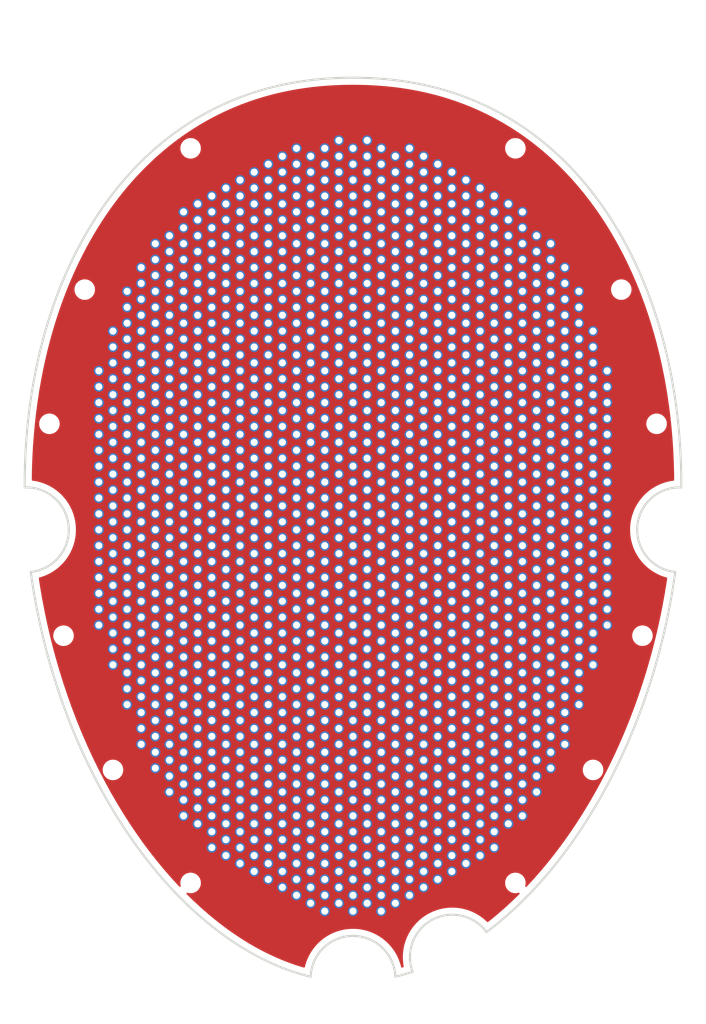
<source format=kicad_pcb>
(kicad_pcb (version 20241229) (generator "pcbnew") (generator_version "9.0")
  (layers (0 "F.Cu" signal) (2 "B.Cu" signal) (13 "F.Paste" user) (15 "B.Paste" user) (5 "F.SilkS" user "F.Silkscreen") (7 "B.SilkS" user "B.Silkscreen") (1 "F.Mask" user) (3 "B.Mask" user) (25 "Edge.Cuts" user))
  (net 0 "")
  (net 1 "/Conn")
  (footprint "MountingHole:MountingHole_2.2mm_M2_Pad" (layer "F.Cu") (at 26 -12.375)
    (property "Reference" "H1" (hide yes))
    (property "Value" "MountingHole_Pad" (hide yes))
  )
  (footprint "MountingHole:MountingHole_2.2mm_M2_Pad" (layer "F.Cu") (at 22 -39.375)
    (property "Reference" "H1" (hide yes))
    (property "Value" "MountingHole_Pad" (hide yes))
  )
  (footprint "MountingHole:MountingHole_2.2mm_M2_Pad" (layer "F.Cu") (at -22 28.125)
    (property "Reference" "H1" (hide yes))
    (property "Value" "MountingHole_Pad" (hide yes))
  )
  (footprint "MountingHole:MountingHole_2.2mm_M2_Pad" (layer "F.Cu") (at -14 -30.375)
    (property "Reference" "H1" (hide yes))
    (property "Value" "MountingHole_Pad" (hide yes))
  )
  (footprint "MountingHole:MountingHole_2.2mm_M2_Pad" (layer "F.Cu") (at -6 -30.375)
    (property "Reference" "H1" (hide yes))
    (property "Value" "MountingHole_Pad" (hide yes))
  )
  (footprint "MountingHole:MountingHole_2.2mm_M2_Pad" (layer "F.Cu") (at -14 28.125)
    (property "Reference" "H1" (hide yes))
    (property "Value" "MountingHole_Pad" (hide yes))
  )
  (footprint "MountingHole:MountingHole_2.2mm_M2_Pad" (layer "F.Cu") (at -18 23.625)
    (property "Reference" "H1" (hide yes))
    (property "Value" "MountingHole_Pad" (hide yes))
  )
  (footprint "MountingHole:MountingHole_2.2mm_M2_Pad" (layer "F.Cu") (at 30 1.125)
    (property "Reference" "H1" (hide yes))
    (property "Value" "MountingHole_Pad" (hide yes))
  )
  (footprint "MountingHole:MountingHole_2.2mm_M2_Pad" (layer "F.Cu") (at -14 -34.875)
    (property "Reference" "H1" (hide yes))
    (property "Value" "MountingHole_Pad" (hide yes))
  )
  (footprint "MountingHole:MountingHole_2.2mm_M2_Pad" (layer "F.Cu") (at -2 12.375)
    (property "Reference" "H1" (hide yes))
    (property "Value" "MountingHole_Pad" (hide yes))
  )
  (footprint "MountingHole:MountingHole_2.2mm_M2_Pad" (layer "F.Cu") (at -16 -6.75)
    (property "Reference" "H1" (hide yes))
    (property "Value" "MountingHole_Pad" (hide yes))
  )
  (footprint "MountingHole:MountingHole_2.2mm_M2_Pad" (layer "F.Cu") (at -16 24.75)
    (property "Reference" "H1" (hide yes))
    (property "Value" "MountingHole_Pad" (hide yes))
  )
  (footprint "MountingHole:MountingHole_2.2mm_M2_Pad" (layer "F.Cu") (at -10 -34.875)
    (property "Reference" "H1" (hide yes))
    (property "Value" "MountingHole_Pad" (hide yes))
  )
  (footprint "MountingHole:MountingHole_2.2mm_M2_Pad" (layer "F.Cu") (at -10 32.625)
    (property "Reference" "H1" (hide yes))
    (property "Value" "MountingHole_Pad" (hide yes))
  )
  (footprint "MountingHole:MountingHole_2.2mm_M2_Pad" (layer "F.Cu") (at -32 -9)
    (property "Reference" "H1" (hide yes))
    (property "Value" "MountingHole_Pad" (hide yes))
  )
  (footprint "MountingHole:MountingHole_2.2mm_M2_Pad" (layer "F.Cu") (at -20 22.5)
    (property "Reference" "H1" (hide yes))
    (property "Value" "MountingHole_Pad" (hide yes))
  )
  (footprint "MountingHole:MountingHole_2.2mm_M2_Pad" (layer "F.Cu") (at -6 48.375)
    (property "Reference" "H1" (hide yes))
    (property "Value" "MountingHole_Pad" (hide yes))
  )
  (footprint "MountingHole:MountingHole_2.2mm_M2_Pad" (layer "F.Cu") (at -18 30.375)
    (property "Reference" "H1" (hide yes))
    (property "Value" "MountingHole_Pad" (hide yes))
  )
  (footprint "MountingHole:MountingHole_2.2mm_M2_Pad" (layer "F.Cu") (at 4 31.5)
    (property "Reference" "H1" (hide yes))
    (property "Value" "MountingHole_Pad" (hide yes))
  )
  (footprint "MountingHole:MountingHole_2.2mm_M2_Pad" (layer "F.Cu") (at 8 -15.75)
    (property "Reference" "H1" (hide yes))
    (property "Value" "MountingHole_Pad" (hide yes))
  )
  (footprint "MountingHole:MountingHole_2.2mm_M2_Pad" (layer "F.Cu") (at -6 -12.375)
    (property "Reference" "H1" (hide yes))
    (property "Value" "MountingHole_Pad" (hide yes))
  )
  (footprint "MountingHole:MountingHole_2.2mm_M2_Pad" (layer "F.Cu") (at 4 -40.5)
    (property "Reference" "H1" (hide yes))
    (property "Value" "MountingHole_Pad" (hide yes))
  )
  (footprint "MountingHole:MountingHole_2.2mm_M2_Pad" (layer "F.Cu") (at -20 18)
    (property "Reference" "H1" (hide yes))
    (property "Value" "MountingHole_Pad" (hide yes))
  )
  (footprint "MountingHole:MountingHole_2.2mm_M2_Pad" (layer "F.Cu") (at 26 1.125)
    (property "Reference" "H1" (hide yes))
    (property "Value" "MountingHole_Pad" (hide yes))
  )
  (footprint "MountingHole:MountingHole_2.2mm_M2_Pad" (layer "F.Cu") (at -30 21.375)
    (property "Reference" "H1" (hide yes))
    (property "Value" "MountingHole_Pad" (hide yes))
  )
  (footprint "MountingHole:MountingHole_2.2mm_M2_Pad" (layer "F.Cu") (at -4 36)
    (property "Reference" "H1" (hide yes))
    (property "Value" "MountingHole_Pad" (hide yes))
  )
  (footprint "MountingHole:MountingHole_2.2mm_M2_Pad" (layer "F.Cu") (at 34 -25.875)
    (property "Reference" "H1" (hide yes))
    (property "Value" "MountingHole_Pad" (hide yes))
  )
  (footprint "MountingHole:MountingHole_2.2mm_M2_Pad" (layer "F.Cu") (at 14 32.625)
    (property "Reference" "H1" (hide yes))
    (property "Value" "MountingHole_Pad" (hide yes))
  )
  (footprint "MountingHole:MountingHole_2.2mm_M2_Pad" (layer "F.Cu") (at -30 -14.625)
    (property "Reference" "H1" (hide yes))
    (property "Value" "MountingHole_Pad" (hide yes))
  )
  (footprint "MountingHole:MountingHole_2.2mm_M2_Pad" (layer "F.Cu") (at 30 -21.375)
    (property "Reference" "H1" (hide yes))
    (property "Value" "MountingHole_Pad" (hide yes))
  )
  (footprint "MountingHole:MountingHole_2.2mm_M2_Pad" (layer "F.Cu") (at -12 -9)
    (property "Reference" "H1" (hide yes))
    (property "Value" "MountingHole_Pad" (hide yes))
  )
  (footprint "MountingHole:MountingHole_2.2mm_M2_Pad" (layer "F.Cu") (at -6 -19.125)
    (property "Reference" "H1" (hide yes))
    (property "Value" "MountingHole_Pad" (hide yes))
  )
  (footprint "MountingHole:MountingHole_2.2mm_M2_Pad" (layer "F.Cu") (at 0 31.5)
    (property "Reference" "H1" (hide yes))
    (property "Value" "MountingHole_Pad" (hide yes))
  )
  (footprint "MountingHole:MountingHole_2.2mm_M2_Pad" (layer "F.Cu") (at -10 -28.125)
    (property "Reference" "H1" (hide yes))
    (property "Value" "MountingHole_Pad" (hide yes))
  )
  (footprint "MountingHole:MountingHole_2.2mm_M2_Pad" (layer "F.Cu") (at -20 -9)
    (property "Reference" "H1" (hide yes))
    (property "Value" "MountingHole_Pad" (hide yes))
  )
  (footprint "MountingHole:MountingHole_2.2mm_M2_Pad" (layer "F.Cu") (at 4 -9)
    (property "Reference" "H1" (hide yes))
    (property "Value" "MountingHole_Pad" (hide yes))
  )
  (footprint "MountingHole:MountingHole_2.2mm_M2_Pad" (layer "F.Cu") (at -28 -6.75)
    (property "Reference" "H1" (hide yes))
    (property "Value" "MountingHole_Pad" (hide yes))
  )
  (footprint "MountingHole:MountingHole_2.2mm_M2_Pad" (layer "F.Cu") (at 2 -52.875)
    (property "Reference" "H1" (hide yes))
    (property "Value" "MountingHole_Pad" (hide yes))
  )
  (footprint "MountingHole:MountingHole_2.2mm_M2_Pad" (layer "F.Cu") (at 14 23.625)
    (property "Reference" "H1" (hide yes))
    (property "Value" "MountingHole_Pad" (hide yes))
  )
  (footprint "MountingHole:MountingHole_2.2mm_M2_Pad" (layer "F.Cu") (at 24 -9)
    (property "Reference" "H1" (hide yes))
    (property "Value" "MountingHole_Pad" (hide yes))
  )
  (footprint "MountingHole:MountingHole_2.2mm_M2_Pad" (layer "F.Cu") (at 34 -7.875)
    (property "Reference" "H1" (hide yes))
    (property "Value" "MountingHole_Pad" (hide yes))
  )
  (footprint "MountingHole:MountingHole_2.2mm_M2_Pad" (layer "F.Cu") (at -16 6.75)
    (property "Reference" "H1" (hide yes))
    (property "Value" "MountingHole_Pad" (hide yes))
  )
  (footprint "MountingHole:MountingHole_2.2mm_M2_Pad" (layer "F.Cu") (at -10 30.375)
    (property "Reference" "H1" (hide yes))
    (property "Value" "MountingHole_Pad" (hide yes))
  )
  (footprint "MountingHole:MountingHole_2.2mm_M2_Pad" (layer "F.Cu") (at -26 19.125)
    (property "Reference" "H1" (hide yes))
    (property "Value" "MountingHole_Pad" (hide yes))
  )
  (footprint "MountingHole:MountingHole_2.2mm_M2_Pad" (layer "F.Cu") (at 32 15.75)
    (property "Reference" "H1" (hide yes))
    (property "Value" "MountingHole_Pad" (hide yes))
  )
  (footprint "MountingHole:MountingHole_2.2mm_M2_Pad" (layer "F.Cu") (at -26 12.375)
    (property "Reference" "H1" (hide yes))
    (property "Value" "MountingHole_Pad" (hide yes))
  )
  (footprint "MountingHole:MountingHole_2.2mm_M2_Pad" (layer "F.Cu") (at 8 -2.25)
    (property "Reference" "H1" (hide yes))
    (property "Value" "MountingHole_Pad" (hide yes))
  )
  (footprint "MountingHole:MountingHole_2.2mm_M2_Pad" (layer "F.Cu") (at 30 21.375)
    (property "Reference" "H1" (hide yes))
    (property "Value" "MountingHole_Pad" (hide yes))
  )
  (footprint "MountingHole:MountingHole_2.2mm_M2_Pad" (layer "F.Cu") (at 2 -50.625)
    (property "Reference" "H1" (hide yes))
    (property "Value" "MountingHole_Pad" (hide yes))
  )
  (footprint "MountingHole:MountingHole_2.2mm_M2_Pad" (layer "F.Cu") (at 8 -4.5)
    (property "Reference" "H1" (hide yes))
    (property "Value" "MountingHole_Pad" (hide yes))
  )
  (footprint "MountingHole:MountingHole_2.2mm_M2_Pad" (layer "F.Cu") (at -30 -23.625)
    (property "Reference" "H1" (hide yes))
    (property "Value" "MountingHole_Pad" (hide yes))
  )
  (footprint "MountingHole:MountingHole_2.2mm_M2_Pad" (layer "F.Cu") (at -34 10.125)
    (property "Reference" "H1" (hide yes))
    (property "Value" "MountingHole_Pad" (hide yes))
  )
  (footprint "MountingHole:MountingHole_2.2mm_M2_Pad" (layer "F.Cu") (at 10 -28.125)
    (property "Reference" "H1" (hide yes))
    (property "Value" "MountingHole_Pad" (hide yes))
  )
  (footprint "MountingHole:MountingHole_2.2mm_M2_Pad" (layer "F.Cu") (at 4 6.75)
    (property "Reference" "H1" (hide yes))
    (property "Value" "MountingHole_Pad" (hide yes))
  )
  (footprint "MountingHole:MountingHole_2.2mm_M2_Pad" (layer "F.Cu") (at 16 -9)
    (property "Reference" "H1" (hide yes))
    (property "Value" "MountingHole_Pad" (hide yes))
  )
  (footprint "MountingHole:MountingHole_2.2mm_M2_Pad" (layer "F.Cu") (at -24 -4.5)
    (property "Reference" "H1" (hide yes))
    (property "Value" "MountingHole_Pad" (hide yes))
  )
  (footprint "MountingHole:MountingHole_2.2mm_M2_Pad" (layer "F.Cu") (at 10 21.375)
    (property "Reference" "H1" (hide yes))
    (property "Value" "MountingHole_Pad" (hide yes))
  )
  (footprint "MountingHole:MountingHole_2.2mm_M2_Pad" (layer "F.Cu") (at 14 10.125)
    (property "Reference" "H1" (hide yes))
    (property "Value" "MountingHole_Pad" (hide yes))
  )
  (footprint "MountingHole:MountingHole_2.2mm_M2_Pad" (layer "F.Cu") (at 26 12.375)
    (property "Reference" "H1" (hide yes))
    (property "Value" "MountingHole_Pad" (hide yes))
  )
  (footprint "MountingHole:MountingHole_2.2mm_M2_Pad" (layer "F.Cu") (at -18 25.875)
    (property "Reference" "H1" (hide yes))
    (property "Value" "MountingHole_Pad" (hide yes))
  )
  (footprint "MountingHole:MountingHole_2.2mm_M2_Pad" (layer "F.Cu") (at -2 -5.625)
    (property "Reference" "H1" (hide yes))
    (property "Value" "MountingHole_Pad" (hide yes))
  )
  (footprint "MountingHole:MountingHole_2.2mm_M2_Pad" (layer "F.Cu") (at -34 -23.625)
    (property "Reference" "H1" (hide yes))
    (property "Value" "MountingHole_Pad" (hide yes))
  )
  (footprint "MountingHole:MountingHole_2.2mm_M2_Pad" (layer "F.Cu") (at -28 0)
    (property "Reference" "H1" (hide yes))
    (property "Value" "MountingHole_Pad" (hide yes))
  )
  (footprint "MountingHole:MountingHole_2.2mm_M2_Pad" (layer "F.Cu") (at 2 1.125)
    (property "Reference" "H1" (hide yes))
    (property "Value" "MountingHole_Pad" (hide yes))
  )
  (footprint "MountingHole:MountingHole_2.2mm_M2_Pad" (layer "F.Cu") (at -32 -31.5)
    (property "Reference" "H1" (hide yes))
    (property "Value" "MountingHole_Pad" (hide yes))
  )
  (footprint "MountingHole:MountingHole_2.2mm_M2_Pad" (layer "F.Cu") (at 20 45)
    (property "Reference" "H1" (hide yes))
    (property "Value" "MountingHole_Pad" (hide yes))
  )
  (footprint "MountingHole:MountingHole_2.2mm_M2_Pad" (layer "F.Cu") (at 24 24.75)
    (property "Reference" "H1" (hide yes))
    (property "Value" "MountingHole_Pad" (hide yes))
  )
  (footprint "MountingHole:MountingHole_2.2mm_M2_Pad" (layer "F.Cu") (at -2 -41.625)
    (property "Reference" "H1" (hide yes))
    (property "Value" "MountingHole_Pad" (hide yes))
  )
  (footprint "MountingHole:MountingHole_2.2mm_M2_Pad" (layer "F.Cu") (at 6 -25.875)
    (property "Reference" "H1" (hide yes))
    (property "Value" "MountingHole_Pad" (hide yes))
  )
  (footprint "MountingHole:MountingHole_2.2mm_M2_Pad" (layer "F.Cu") (at 20 -20.25)
    (property "Reference" "H1" (hide yes))
    (property "Value" "MountingHole_Pad" (hide yes))
  )
  (footprint "MountingHole:MountingHole_2.2mm_M2_Pad" (layer "F.Cu") (at 18 43.875)
    (property "Reference" "H1" (hide yes))
    (property "Value" "MountingHole_Pad" (hide yes))
  )
  (footprint "MountingHole:MountingHole_2.2mm_M2_Pad" (layer "F.Cu") (at -10 -19.125)
    (property "Reference" "H1" (hide yes))
    (property "Value" "MountingHole_Pad" (hide yes))
  )
  (footprint "MountingHole:MountingHole_2.2mm_M2_Pad" (layer "F.Cu") (at -26 14.625)
    (property "Reference" "H1" (hide yes))
    (property "Value" "MountingHole_Pad" (hide yes))
  )
  (footprint "MountingHole:MountingHole_2.2mm_M2_Pad" (layer "F.Cu") (at -32 -15.75)
    (property "Reference" "H1" (hide yes))
    (property "Value" "MountingHole_Pad" (hide yes))
  )
  (footprint "MountingHole:MountingHole_2.2mm_M2_Pad" (layer "F.Cu") (at -30 -7.875)
    (property "Reference" "H1" (hide yes))
    (property "Value" "MountingHole_Pad" (hide yes))
  )
  (footprint "MountingHole:MountingHole_2.2mm_M2_Pad" (layer "F.Cu") (at -34 -7.875)
    (property "Reference" "H1" (hide yes))
    (property "Value" "MountingHole_Pad" (hide yes))
  )
  (footprint "MountingHole:MountingHole_2.2mm_M2_Pad" (layer "F.Cu") (at 2 37.125)
    (property "Reference" "H1" (hide yes))
    (property "Value" "MountingHole_Pad" (hide yes))
  )
  (footprint "MountingHole:MountingHole_2.2mm_M2_Pad" (layer "F.Cu") (at 22 -7.875)
    (property "Reference" "H1" (hide yes))
    (property "Value" "MountingHole_Pad" (hide yes))
  )
  (footprint "MountingHole:MountingHole_2.2mm_M2_Pad" (layer "F.Cu") (at -10 -10.125)
    (property "Reference" "H1" (hide yes))
    (property "Value" "MountingHole_Pad" (hide yes))
  )
  (footprint "MountingHole:MountingHole_2.2mm_M2_Pad" (layer "F.Cu") (at -24 -33.75)
    (property "Reference" "H1" (hide yes))
    (property "Value" "MountingHole_Pad" (hide yes))
  )
  (footprint "MountingHole:MountingHole_2.2mm_M2_Pad" (layer "F.Cu") (at -28 -22.5)
    (property "Reference" "H1" (hide yes))
    (property "Value" "MountingHole_Pad" (hide yes))
  )
  (footprint "MountingHole:MountingHole_2.2mm_M2_Pad" (layer "F.Cu") (at -4 -29.25)
    (property "Reference" "H1" (hide yes))
    (property "Value" "MountingHole_Pad" (hide yes))
  )
  (footprint "MountingHole:MountingHole_2.2mm_M2_Pad" (layer "F.Cu") (at 28 20.25)
    (property "Reference" "H1" (hide yes))
    (property "Value" "MountingHole_Pad" (hide yes))
  )
  (footprint "MountingHole:MountingHole_2.2mm_M2_Pad" (layer "F.Cu") (at -20 31.5)
    (property "Reference" "H1" (hide yes))
    (property "Value" "MountingHole_Pad" (hide yes))
  )
  (footprint "MountingHole:MountingHole_2.2mm_M2_Pad" (layer "F.Cu") (at 10 -48.375)
    (property "Reference" "H1" (hide yes))
    (property "Value" "MountingHole_Pad" (hide yes))
  )
  (footprint "MountingHole:MountingHole_2.2mm_M2_Pad" (layer "F.Cu") (at -32 -4.5)
    (property "Reference" "H1" (hide yes))
    (property "Value" "MountingHole_Pad" (hide yes))
  )
  (footprint "MountingHole:MountingHole_2.2mm_M2_Pad" (layer "F.Cu") (at 6 7.875)
    (property "Reference" "H1" (hide yes))
    (property "Value" "MountingHole_Pad" (hide yes))
  )
  (footprint "MountingHole:MountingHole_2.2mm_M2_Pad" (layer "F.Cu") (at -20 -38.25)
    (property "Reference" "H1" (hide yes))
    (property "Value" "MountingHole_Pad" (hide yes))
  )
  (footprint "MountingHole:MountingHole_2.2mm_M2_Pad" (layer "F.Cu") (at 20 22.5)
    (property "Reference" "H1" (hide yes))
    (property "Value" "MountingHole_Pad" (hide yes))
  )
  (footprint "MountingHole:MountingHole_2.2mm_M2_Pad" (layer "F.Cu") (at -4 38.25)
    (property "Reference" "H1" (hide yes))
    (property "Value" "MountingHole_Pad" (hide yes))
  )
  (footprint "MountingHole:MountingHole_2.2mm_M2_Pad" (layer "F.Cu") (at 32 9)
    (property "Reference" "H1" (hide yes))
    (property "Value" "MountingHole_Pad" (hide yes))
  )
  (footprint "MountingHole:MountingHole_2.2mm_M2_Pad" (layer "F.Cu") (at -2 5.625)
    (property "Reference" "H1" (hide yes))
    (property "Value" "MountingHole_Pad" (hide yes))
  )
  (footprint "MountingHole:MountingHole_2.2mm_M2_Pad" (layer "F.Cu") (at 16 31.5)
    (property "Reference" "H1" (hide yes))
    (property "Value" "MountingHole_Pad" (hide yes))
  )
  (footprint "MountingHole:MountingHole_2.2mm_M2_Pad" (layer "F.Cu") (at 28 -13.5)
    (property "Reference" "H1" (hide yes))
    (property "Value" "MountingHole_Pad" (hide yes))
  )
  (footprint "MountingHole:MountingHole_2.2mm_M2_Pad" (layer "F.Cu") (at 8 11.25)
    (property "Reference" "H1" (hide yes))
    (property "Value" "MountingHole_Pad" (hide yes))
  )
  (footprint "MountingHole:MountingHole_2.2mm_M2_Pad" (layer "F.Cu") (at -10 -30.375)
    (property "Reference" "H1" (hide yes))
    (property "Value" "MountingHole_Pad" (hide yes))
  )
  (footprint "MountingHole:MountingHole_2.2mm_M2_Pad" (layer "F.Cu") (at 28 11.25)
    (property "Reference" "H1" (hide yes))
    (property "Value" "MountingHole_Pad" (hide yes))
  )
  (footprint "MountingHole:MountingHole_2.2mm_M2_Pad" (layer "F.Cu") (at -26 -37.125)
    (property "Reference" "H1" (hide yes))
    (property "Value" "MountingHole_Pad" (hide yes))
  )
  (footprint "MountingHole:MountingHole_2.2mm_M2_Pad" (layer "F.Cu") (at 0 -2.25)
    (property "Reference" "H1" (hide yes))
    (property "Value" "MountingHole_Pad" (hide yes))
  )
  (footprint "MountingHole:MountingHole_2.2mm_M2_Pad" (layer "F.Cu") (at 8 -31.5)
    (property "Reference" "H1" (hide yes))
    (property "Value" "MountingHole_Pad" (hide yes))
  )
  (footprint "MountingHole:MountingHole_2.2mm_M2_Pad" (layer "F.Cu") (at -4 0)
    (property "Reference" "H1" (hide yes))
    (property "Value" "MountingHole_Pad" (hide yes))
  )
  (footprint "MountingHole:MountingHole_2.2mm_M2_Pad" (layer "F.Cu") (at -14 46.125)
    (property "Reference" "H1" (hide yes))
    (property "Value" "MountingHole_Pad" (hide yes))
  )
  (footprint "MountingHole:MountingHole_2.2mm_M2_Pad" (layer "F.Cu") (at -34 1.125)
    (property "Reference" "H1" (hide yes))
    (property "Value" "MountingHole_Pad" (hide yes))
  )
  (footprint "MountingHole:MountingHole_2.2mm_M2_Pad" (layer "F.Cu") (at -32 6.75)
    (property "Reference" "H1" (hide yes))
    (property "Value" "MountingHole_Pad" (hide yes))
  )
  (footprint "MountingHole:MountingHole_2.2mm_M2_Pad" (layer "F.Cu") (at 22 -5.625)
    (property "Reference" "H1" (hide yes))
    (property "Value" "MountingHole_Pad" (hide yes))
  )
  (footprint "MountingHole:MountingHole_2.2mm_M2_Pad" (layer "F.Cu") (at 12 40.5)
    (property "Reference" "H1" (hide yes))
    (property "Value" "MountingHole_Pad" (hide yes))
  )
  (footprint "MountingHole:MountingHole_2.2mm_M2_Pad" (layer "F.Cu") (at 16 -45)
    (property "Reference" "H1" (hide yes))
    (property "Value" "MountingHole_Pad" (hide yes))
  )
  (footprint "MountingHole:MountingHole_2.2mm_M2_Pad" (layer "F.Cu") (at 34 5.625)
    (property "Reference" "H1" (hide yes))
    (property "Value" "MountingHole_Pad" (hide yes))
  )
  (footprint "MountingHole:MountingHole_2.2mm_M2_Pad" (layer "F.Cu") (at -12 -29.25)
    (property "Reference" "H1" (hide yes))
    (property "Value" "MountingHole_Pad" (hide yes))
  )
  (footprint "MountingHole:MountingHole_2.2mm_M2_Pad" (layer "F.Cu") (at 14 21.375)
    (property "Reference" "H1" (hide yes))
    (property "Value" "MountingHole_Pad" (hide yes))
  )
  (footprint "MountingHole:MountingHole_2.2mm_M2_Pad" (layer "F.Cu") (at 20 38.25)
    (property "Reference" "H1" (hide yes))
    (property "Value" "MountingHole_Pad" (hide yes))
  )
  (footprint "MountingHole:MountingHole_2.2mm_M2_Pad" (layer "F.Cu") (at 22 -41.625)
    (property "Reference" "H1" (hide yes))
    (property "Value" "MountingHole_Pad" (hide yes))
  )
  (footprint "MountingHole:MountingHole_2.2mm_M2_Pad" (layer "F.Cu") (at 0 33.75)
    (property "Reference" "H1" (hide yes))
    (property "Value" "MountingHole_Pad" (hide yes))
  )
  (footprint "MountingHole:MountingHole_2.2mm_M2_Pad" (layer "F.Cu") (at -4 -9)
    (property "Reference" "H1" (hide yes))
    (property "Value" "MountingHole_Pad" (hide yes))
  )
  (footprint "MountingHole:MountingHole_2.2mm_M2_Pad" (layer "F.Cu") (at -8 -40.5)
    (property "Reference" "H1" (hide yes))
    (property "Value" "MountingHole_Pad" (hide yes))
  )
  (footprint "MountingHole:MountingHole_2.2mm_M2_Pad" (layer "F.Cu") (at 24 38.25)
    (property "Reference" "H1" (hide yes))
    (property "Value" "MountingHole_Pad" (hide yes))
  )
  (footprint "MountingHole:MountingHole_2.2mm_M2_Pad" (layer "F.Cu") (at 8 42.75)
    (property "Reference" "H1" (hide yes))
    (property "Value" "MountingHole_Pad" (hide yes))
  )
  (footprint "MountingHole:MountingHole_2.2mm_M2_Pad" (layer "F.Cu") (at -24 -45)
    (property "Reference" "H1" (hide yes))
    (property "Value" "MountingHole_Pad" (hide yes))
  )
  (footprint "MountingHole:MountingHole_2.2mm_M2_Pad" (layer "F.Cu") (at -28 -31.5)
    (property "Reference" "H1" (hide yes))
    (property "Value" "MountingHole_Pad" (hide yes))
  )
  (footprint "MountingHole:MountingHole_2.2mm_M2_Pad" (layer "F.Cu") (at 6 46.125)
    (property "Reference" "H1" (hide yes))
    (property "Value" "MountingHole_Pad" (hide yes))
  )
  (footprint "MountingHole:MountingHole_2.2mm_M2_Pad" (layer "F.Cu") (at 8 -27)
    (property "Reference" "H1" (hide yes))
    (property "Value" "MountingHole_Pad" (hide yes))
  )
  (footprint "MountingHole:MountingHole_2.2mm_M2_Pad" (layer "F.Cu") (at 30 16.875)
    (property "Reference" "H1" (hide yes))
    (property "Value" "MountingHole_Pad" (hide yes))
  )
  (footprint "MountingHole:MountingHole_2.2mm_M2_Pad" (layer "F.Cu") (at -20 -47.25)
    (property "Reference" "H1" (hide yes))
    (property "Value" "MountingHole_Pad" (hide yes))
  )
  (footprint "MountingHole:MountingHole_2.2mm_M2_Pad" (layer "F.Cu") (at 22 37.125)
    (property "Reference" "H1" (hide yes))
    (property "Value" "MountingHole_Pad" (hide yes))
  )
  (footprint "MountingHole:MountingHole_2.2mm_M2_Pad" (layer "F.Cu") (at -30 -21.375)
    (property "Reference" "H1" (hide yes))
    (property "Value" "MountingHole_Pad" (hide yes))
  )
  (footprint "MountingHole:MountingHole_2.2mm_M2_Pad" (layer "F.Cu") (at 0 29.25)
    (property "Reference" "H1" (hide yes))
    (property "Value" "MountingHole_Pad" (hide yes))
  )
  (footprint "MountingHole:MountingHole_2.2mm_M2_Pad" (layer "F.Cu") (at 6 12.375)
    (property "Reference" "H1" (hide yes))
    (property "Value" "MountingHole_Pad" (hide yes))
  )
  (footprint "MountingHole:MountingHole_2.2mm_M2_Pad" (layer "F.Cu") (at -10 -23.625)
    (property "Reference" "H1" (hide yes))
    (property "Value" "MountingHole_Pad" (hide yes))
  )
  (footprint "MountingHole:MountingHole_2.2mm_M2_Pad" (layer "F.Cu") (at -26 37.125)
    (property "Reference" "H1" (hide yes))
    (property "Value" "MountingHole_Pad" (hide yes))
  )
  (footprint "MountingHole:MountingHole_2.2mm_M2_Pad" (layer "F.Cu") (at 36 -2.25)
    (property "Reference" "H1" (hide yes))
    (property "Value" "MountingHole_Pad" (hide yes))
  )
  (footprint "MountingHole:MountingHole_2.2mm_M2_Pad" (layer "F.Cu") (at -2 -16.875)
    (property "Reference" "H1" (hide yes))
    (property "Value" "MountingHole_Pad" (hide yes))
  )
  (footprint "MountingHole:MountingHole_2.2mm_M2_Pad" (layer "F.Cu") (at 8 -18)
    (property "Reference" "H1" (hide yes))
    (property "Value" "MountingHole_Pad" (hide yes))
  )
  (footprint "MountingHole:MountingHole_2.2mm_M2_Pad" (layer "F.Cu") (at -20 -29.25)
    (property "Reference" "H1" (hide yes))
    (property "Value" "MountingHole_Pad" (hide yes))
  )
  (footprint "MountingHole:MountingHole_2.2mm_M2_Pad" (layer "F.Cu") (at 10 -25.875)
    (property "Reference" "H1" (hide yes))
    (property "Value" "MountingHole_Pad" (hide yes))
  )
  (footprint "MountingHole:MountingHole_2.2mm_M2_Pad" (layer "F.Cu") (at -2 32.625)
    (property "Reference" "H1" (hide yes))
    (property "Value" "MountingHole_Pad" (hide yes))
  )
  (footprint "MountingHole:MountingHole_2.2mm_M2_Pad" (layer "F.Cu") (at -32 0)
    (property "Reference" "H1" (hide yes))
    (property "Value" "MountingHole_Pad" (hide yes))
  )
  (footprint "MountingHole:MountingHole_2.2mm_M2_Pad" (layer "F.Cu") (at -8 -31.5)
    (property "Reference" "H1" (hide yes))
    (property "Value" "MountingHole_Pad" (hide yes))
  )
  (footprint "MountingHole:MountingHole_2.2mm_M2_Pad" (layer "F.Cu") (at 0 18)
    (property "Reference" "H1" (hide yes))
    (property "Value" "MountingHole_Pad" (hide yes))
  )
  (footprint "MountingHole:MountingHole_2.2mm_M2_Pad" (layer "F.Cu") (at -4 -4.5)
    (property "Reference" "H1" (hide yes))
    (property "Value" "MountingHole_Pad" (hide yes))
  )
  (footprint "MountingHole:MountingHole_2.2mm_M2_Pad" (layer "F.Cu") (at 12 33.75)
    (property "Reference" "H1" (hide yes))
    (property "Value" "MountingHole_Pad" (hide yes))
  )
  (footprint "MountingHole:MountingHole_2.2mm_M2_Pad" (layer "F.Cu") (at 2 -12.375)
    (property "Reference" "H1" (hide yes))
    (property "Value" "MountingHole_Pad" (hide yes))
  )
  (footprint "MountingHole:MountingHole_2.2mm_M2_Pad" (layer "F.Cu") (at 12 -33.75)
    (property "Reference" "H1" (hide yes))
    (property "Value" "MountingHole_Pad" (hide yes))
  )
  (footprint "MountingHole:MountingHole_2.2mm_M2_Pad" (layer "F.Cu") (at 20 31.5)
    (property "Reference" "H1" (hide yes))
    (property "Value" "MountingHole_Pad" (hide yes))
  )
  (footprint "MountingHole:MountingHole_2.2mm_M2_Pad" (layer "F.Cu") (at 0 40.5)
    (property "Reference" "H1" (hide yes))
    (property "Value" "MountingHole_Pad" (hide yes))
  )
  (footprint "MountingHole:MountingHole_2.2mm_M2_Pad" (layer "F.Cu") (at 12 22.5)
    (property "Reference" "H1" (hide yes))
    (property "Value" "MountingHole_Pad" (hide yes))
  )
  (footprint "MountingHole:MountingHole_2.2mm_M2_Pad" (layer "F.Cu") (at 28 -6.75)
    (property "Reference" "H1" (hide yes))
    (property "Value" "MountingHole_Pad" (hide yes))
  )
  (footprint "MountingHole:MountingHole_2.2mm_M2_Pad" (layer "F.Cu") (at -30 -25.875)
    (property "Reference" "H1" (hide yes))
    (property "Value" "MountingHole_Pad" (hide yes))
  )
  (footprint "MountingHole:MountingHole_2.2mm_M2_Pad" (layer "F.Cu") (at 2 -41.625)
    (property "Reference" "H1" (hide yes))
    (property "Value" "MountingHole_Pad" (hide yes))
  )
  (footprint "MountingHole:MountingHole_2.2mm_M2_Pad" (layer "F.Cu") (at -18 -25.875)
    (property "Reference" "H1" (hide yes))
    (property "Value" "MountingHole_Pad" (hide yes))
  )
  (footprint "MountingHole:MountingHole_2.2mm_M2_Pad" (layer "F.Cu") (at 0 20.25)
    (property "Reference" "H1" (hide yes))
    (property "Value" "MountingHole_Pad" (hide yes))
  )
  (footprint "MountingHole:MountingHole_2.2mm_M2_Pad" (layer "F.Cu") (at 18 39.375)
    (property "Reference" "H1" (hide yes))
    (property "Value" "MountingHole_Pad" (hide yes))
  )
  (footprint "MountingHole:MountingHole_2.2mm_M2_Pad" (layer "F.Cu") (at -2 -14.625)
    (property "Reference" "H1" (hide yes))
    (property "Value" "MountingHole_Pad" (hide yes))
  )
  (footprint "MountingHole:MountingHole_2.2mm_M2_Pad" (layer "F.Cu") (at 22 12.375)
    (property "Reference" "H1" (hide yes))
    (property "Value" "MountingHole_Pad" (hide yes))
  )
  (footprint "MountingHole:MountingHole_2.2mm_M2_Pad" (layer "F.Cu") (at -6 -39.375)
    (property "Reference" "H1" (hide yes))
    (property "Value" "MountingHole_Pad" (hide yes))
  )
  (footprint "MountingHole:MountingHole_2.2mm_M2_Pad" (layer "F.Cu") (at -12 -4.5)
    (property "Reference" "H1" (hide yes))
    (property "Value" "MountingHole_Pad" (hide yes))
  )
  (footprint "MountingHole:MountingHole_2.2mm_M2_Pad" (layer "F.Cu") (at -14 19.125)
    (property "Reference" "H1" (hide yes))
    (property "Value" "MountingHole_Pad" (hide yes))
  )
  (footprint "MountingHole:MountingHole_2.2mm_M2_Pad" (layer "F.Cu") (at 18 7.875)
    (property "Reference" "H1" (hide yes))
    (property "Value" "MountingHole_Pad" (hide yes))
  )
  (footprint "MountingHole:MountingHole_2.2mm_M2_Pad" (layer "F.Cu") (at -18 -19.125)
    (property "Reference" "H1" (hide yes))
    (property "Value" "MountingHole_Pad" (hide yes))
  )
  (footprint "MountingHole:MountingHole_2.2mm_M2_Pad" (layer "F.Cu") (at 10 34.875)
    (property "Reference" "H1" (hide yes))
    (property "Value" "MountingHole_Pad" (hide yes))
  )
  (footprint "MountingHole:MountingHole_2.2mm_M2_Pad" (layer "F.Cu") (at 20 27)
    (property "Reference" "H1" (hide yes))
    (property "Value" "MountingHole_Pad" (hide yes))
  )
  (footprint "MountingHole:MountingHole_2.2mm_M2_Pad" (layer "F.Cu") (at 36 9)
    (property "Reference" "H1" (hide yes))
    (property "Value" "MountingHole_Pad" (hide yes))
  )
  (footprint "MountingHole:MountingHole_2.2mm_M2_Pad" (layer "F.Cu") (at 2 -14.625)
    (property "Reference" "H1" (hide yes))
    (property "Value" "MountingHole_Pad" (hide yes))
  )
  (footprint "MountingHole:MountingHole_2.2mm_M2_Pad" (layer "F.Cu") (at 26 -10.125)
    (property "Reference" "H1" (hide yes))
    (property "Value" "MountingHole_Pad" (hide yes))
  )
  (footprint "MountingHole:MountingHole_2.2mm_M2_Pad" (layer "F.Cu") (at 14 -14.625)
    (property "Reference" "H1" (hide yes))
    (property "Value" "MountingHole_Pad" (hide yes))
  )
  (footprint "MountingHole:MountingHole_2.2mm_M2_Pad" (layer "F.Cu") (at 0 -29.25)
    (property "Reference" "H1" (hide yes))
    (property "Value" "MountingHole_Pad" (hide yes))
  )
  (footprint "MountingHole:MountingHole_2.2mm_M2_Pad" (layer "F.Cu") (at -22 -12.375)
    (property "Reference" "H1" (hide yes))
    (property "Value" "MountingHole_Pad" (hide yes))
  )
  (footprint "MountingHole:MountingHole_2.2mm_M2_Pad" (layer "F.Cu") (at -16 20.25)
    (property "Reference" "H1" (hide yes))
    (property "Value" "MountingHole_Pad" (hide yes))
  )
  (footprint "MountingHole:MountingHole_2.2mm_M2_Pad" (layer "F.Cu") (at -28 2.25)
    (property "Reference" "H1" (hide yes))
    (property "Value" "MountingHole_Pad" (hide yes))
  )
  (footprint "MountingHole:MountingHole_2.2mm_M2_Pad" (layer "F.Cu") (at 4 -47.25)
    (property "Reference" "H1" (hide yes))
    (property "Value" "MountingHole_Pad" (hide yes))
  )
  (footprint "MountingHole:MountingHole_2.2mm_M2_Pad" (layer "F.Cu") (at 32 -22.5)
    (property "Reference" "H1" (hide yes))
    (property "Value" "MountingHole_Pad" (hide yes))
  )
  (footprint "MountingHole:MountingHole_2.2mm_M2_Pad" (layer "F.Cu") (at 0 -38.25)
    (property "Reference" "H1" (hide yes))
    (property "Value" "MountingHole_Pad" (hide yes))
  )
  (footprint "MountingHole:MountingHole_2.2mm_M2_Pad" (layer "F.Cu") (at 30 -3.375)
    (property "Reference" "H1" (hide yes))
    (property "Value" "MountingHole_Pad" (hide yes))
  )
  (footprint "MountingHole:MountingHole_2.2mm_M2_Pad" (layer "F.Cu") (at 14 -23.625)
    (property "Reference" "H1" (hide yes))
    (property "Value" "MountingHole_Pad" (hide yes))
  )
  (footprint "MountingHole:MountingHole_2.2mm_M2_Pad" (layer "F.Cu") (at -6 -5.625)
    (property "Reference" "H1" (hide yes))
    (property "Value" "MountingHole_Pad" (hide yes))
  )
  (footprint "MountingHole:MountingHole_2.2mm_M2_Pad" (layer "F.Cu") (at -26 -14.625)
    (property "Reference" "H1" (hide yes))
    (property "Value" "MountingHole_Pad" (hide yes))
  )
  (footprint "MountingHole:MountingHole_2.2mm_M2_Pad" (layer "F.Cu") (at -18 -3.375)
    (property "Reference" "H1" (hide yes))
    (property "Value" "MountingHole_Pad" (hide yes))
  )
  (footprint "MountingHole:MountingHole_2.2mm_M2_Pad" (layer "F.Cu") (at 4 11.25)
    (property "Reference" "H1" (hide yes))
    (property "Value" "MountingHole_Pad" (hide yes))
  )
  (footprint "MountingHole:MountingHole_2.2mm_M2_Pad" (layer "F.Cu") (at 16 20.25)
    (property "Reference" "H1" (hide yes))
    (property "Value" "MountingHole_Pad" (hide yes))
  )
  (footprint "MountingHole:MountingHole_2.2mm_M2_Pad" (layer "F.Cu") (at -20 -18)
    (property "Reference" "H1" (hide yes))
    (property "Value" "MountingHole_Pad" (hide yes))
  )
  (footprint "MountingHole:MountingHole_2.2mm_M2_Pad" (layer "F.Cu") (at 14 34.875)
    (property "Reference" "H1" (hide yes))
    (property "Value" "MountingHole_Pad" (hide yes))
  )
  (footprint "MountingHole:MountingHole_2.2mm_M2_Pad" (layer "F.Cu") (at 36 -9)
    (property "Reference" "H1" (hide yes))
    (property "Value" "MountingHole_Pad" (hide yes))
  )
  (footprint "MountingHole:MountingHole_2.2mm_M2_Pad" (layer "F.Cu") (at -2 3.375)
    (property "Reference" "H1" (hide yes))
    (property "Value" "MountingHole_Pad" (hide yes))
  )
  (footprint "MountingHole:MountingHole_2.2mm_M2" (layer "F.Cu") (at 38 -34)
    (property "Reference" "REF**" (hide yes))
    (property "Value" "MountingHole_2.2mm_M2" (hide yes))
  )
  (footprint "MountingHole:MountingHole_2.2mm_M2_Pad" (layer "F.Cu") (at -12 9)
    (property "Reference" "H1" (hide yes))
    (property "Value" "MountingHole_Pad" (hide yes))
  )
  (footprint "MountingHole:MountingHole_2.2mm_M2_Pad" (layer "F.Cu") (at 28 27)
    (property "Reference" "H1" (hide yes))
    (property "Value" "MountingHole_Pad" (hide yes))
  )
  (footprint "MountingHole:MountingHole_2.2mm_M2_Pad" (layer "F.Cu") (at 32 24.75)
    (property "Reference" "H1" (hide yes))
    (property "Value" "MountingHole_Pad" (hide yes))
  )
  (footprint "MountingHole:MountingHole_2.2mm_M2_Pad" (layer "F.Cu") (at 20 20.25)
    (property "Reference" "H1" (hide yes))
    (property "Value" "MountingHole_Pad" (hide yes))
  )
  (footprint "MountingHole:MountingHole_2.2mm_M2_Pad" (layer "F.Cu") (at -24 -38.25)
    (property "Reference" "H1" (hide yes))
    (property "Value" "MountingHole_Pad" (hide yes))
  )
  (footprint "MountingHole:MountingHole_2.2mm_M2_Pad" (layer "F.Cu") (at 2 -30.375)
    (property "Reference" "H1" (hide yes))
    (property "Value" "MountingHole_Pad" (hide yes))
  )
  (footprint "MountingHole:MountingHole_2.2mm_M2_Pad" (layer "F.Cu") (at 8 -24.75)
    (property "Reference" "H1" (hide yes))
    (property "Value" "MountingHole_Pad" (hide yes))
  )
  (footprint "MountingHole:MountingHole_2.2mm_M2_Pad" (layer "F.Cu") (at 0 -11.25)
    (property "Reference" "H1" (hide yes))
    (property "Value" "MountingHole_Pad" (hide yes))
  )
  (footprint "MountingHole:MountingHole_2.2mm_M2_Pad" (layer "F.Cu") (at -2 28.125)
    (property "Reference" "H1" (hide yes))
    (property "Value" "MountingHole_Pad" (hide yes))
  )
  (footprint "MountingHole:MountingHole_2.2mm_M2_Pad" (layer "F.Cu") (at 10 3.375)
    (property "Reference" "H1" (hide yes))
    (property "Value" "MountingHole_Pad" (hide yes))
  )
  (footprint "MountingHole:MountingHole_2.2mm_M2_Pad" (layer "F.Cu") (at -26 -32.625)
    (property "Reference" "H1" (hide yes))
    (property "Value" "MountingHole_Pad" (hide yes))
  )
  (footprint "MountingHole:MountingHole_2.2mm_M2_Pad" (layer "F.Cu") (at 16 -15.75)
    (property "Reference" "H1" (hide yes))
    (property "Value" "MountingHole_Pad" (hide yes))
  )
  (footprint "MountingHole:MountingHole_2.2mm_M2_Pad" (layer "F.Cu") (at 4 -45)
    (property "Reference" "H1" (hide yes))
    (property "Value" "MountingHole_Pad" (hide yes))
  )
  (footprint "MountingHole:MountingHole_2.2mm_M2_Pad" (layer "F.Cu") (at -14 -41.625)
    (property "Reference" "H1" (hide yes))
    (property "Value" "MountingHole_Pad" (hide yes))
  )
  (footprint "MountingHole:MountingHole_2.2mm_M2_Pad" (layer "F.Cu") (at 32 -4.5)
    (property "Reference" "H1" (hide yes))
    (property "Value" "MountingHole_Pad" (hide yes))
  )
  (footprint "MountingHole:MountingHole_2.2mm_M2_Pad" (layer "F.Cu") (at -28 4.5)
    (property "Reference" "H1" (hide yes))
    (property "Value" "MountingHole_Pad" (hide yes))
  )
  (footprint "MountingHole:MountingHole_2.2mm_M2_Pad" (layer "F.Cu") (at -10 -46.125)
    (property "Reference" "H1" (hide yes))
    (property "Value" "MountingHole_Pad" (hide yes))
  )
  (footprint "MountingHole:MountingHole_2.2mm_M2_Pad" (layer "F.Cu") (at 4 -54)
    (property "Reference" "H1" (hide yes))
    (property "Value" "MountingHole_Pad" (hide yes))
  )
  (footprint "MountingHole:MountingHole_2.2mm_M2_Pad" (layer "F.Cu") (at 16 -4.5)
    (property "Reference" "H1" (hide yes))
    (property "Value" "MountingHole_Pad" (hide yes))
  )
  (footprint "MountingHole:MountingHole_2.2mm_M2_Pad" (layer "F.Cu") (at 6 -41.625)
    (property "Reference" "H1" (hide yes))
    (property "Value" "MountingHole_Pad" (hide yes))
  )
  (footprint "MountingHole:MountingHole_2.2mm_M2_Pad" (layer "F.Cu") (at 22 -3.375)
    (property "Reference" "H1" (hide yes))
    (property "Value" "MountingHole_Pad" (hide yes))
  )
  (footprint "MountingHole:MountingHole_2.2mm_M2_Pad" (layer "F.Cu") (at -8 -11.25)
    (property "Reference" "H1" (hide yes))
    (property "Value" "MountingHole_Pad" (hide yes))
  )
  (footprint "MountingHole:MountingHole_2.2mm_M2_Pad" (layer "F.Cu") (at -14 39.375)
    (property "Reference" "H1" (hide yes))
    (property "Value" "MountingHole_Pad" (hide yes))
  )
  (footprint "MountingHole:MountingHole_2.2mm_M2_Pad" (layer "F.Cu") (at -30 30.375)
    (property "Reference" "H1" (hide yes))
    (property "Value" "MountingHole_Pad" (hide yes))
  )
  (footprint "MountingHole:MountingHole_2.2mm_M2_Pad" (layer "F.Cu") (at 28 -33.75)
    (property "Reference" "H1" (hide yes))
    (property "Value" "MountingHole_Pad" (hide yes))
  )
  (footprint "MountingHole:MountingHole_2.2mm_M2_Pad" (layer "F.Cu") (at -10 -41.625)
    (property "Reference" "H1" (hide yes))
    (property "Value" "MountingHole_Pad" (hide yes))
  )
  (footprint "MountingHole:MountingHole_2.2mm_M2_Pad" (layer "F.Cu") (at -4 -11.25)
    (property "Reference" "H1" (hide yes))
    (property "Value" "MountingHole_Pad" (hide yes))
  )
  (footprint "MountingHole:MountingHole_2.2mm_M2_Pad" (layer "F.Cu") (at 4 -4.5)
    (property "Reference" "H1" (hide yes))
    (property "Value" "MountingHole_Pad" (hide yes))
  )
  (footprint "MountingHole:MountingHole_2.2mm_M2_Pad" (layer "F.Cu") (at -22 23.625)
    (property "Reference" "H1" (hide yes))
    (property "Value" "MountingHole_Pad" (hide yes))
  )
  (footprint "MountingHole:MountingHole_2.2mm_M2_Pad" (layer "F.Cu") (at 10 -41.625)
    (property "Reference" "H1" (hide yes))
    (property "Value" "MountingHole_Pad" (hide yes))
  )
  (footprint "MountingHole:MountingHole_2.2mm_M2_Pad" (layer "F.Cu") (at 10 -14.625)
    (property "Reference" "H1" (hide yes))
    (property "Value" "MountingHole_Pad" (hide yes))
  )
  (footprint "MountingHole:MountingHole_2.2mm_M2_Pad" (layer "F.Cu") (at -32 13.5)
    (property "Reference" "H1" (hide yes))
    (property "Value" "MountingHole_Pad" (hide yes))
  )
  (footprint "MountingHole:MountingHole_2.2mm_M2_Pad" (layer "F.Cu") (at 28 -27)
    (property "Reference" "H1" (hide yes))
    (property "Value" "MountingHole_Pad" (hide yes))
  )
  (footprint "MountingHole:MountingHole_2.2mm_M2_Pad" (layer "F.Cu") (at 22 -28.125)
    (property "Reference" "H1" (hide yes))
    (property "Value" "MountingHole_Pad" (hide yes))
  )
  (footprint "MountingHole:MountingHole_2.2mm_M2_Pad" (layer "F.Cu") (at 24 13.5)
    (property "Reference" "H1" (hide yes))
    (property "Value" "MountingHole_Pad" (hide yes))
  )
  (footprint "MountingHole:MountingHole_2.2mm_M2_Pad" (layer "F.Cu") (at 6 -21.375)
    (property "Reference" "H1" (hide yes))
    (property "Value" "MountingHole_Pad" (hide yes))
  )
  (footprint "MountingHole:MountingHole_2.2mm_M2_Pad" (layer "F.Cu") (at -34 -5.625)
    (property "Reference" "H1" (hide yes))
    (property "Value" "MountingHole_Pad" (hide yes))
  )
  (footprint "MountingHole:MountingHole_2.2mm_M2_Pad" (layer "F.Cu") (at 24 -13.5)
    (property "Reference" "H1" (hide yes))
    (property "Value" "MountingHole_Pad" (hide yes))
  )
  (footprint "MountingHole:MountingHole_2.2mm_M2_Pad" (layer "F.Cu") (at -4 45)
    (property "Reference" "H1" (hide yes))
    (property "Value" "MountingHole_Pad" (hide yes))
  )
  (footprint "MountingHole:MountingHole_2.2mm_M2_Pad" (layer "F.Cu") (at -6 -46.125)
    (property "Reference" "H1" (hide yes))
    (property "Value" "MountingHole_Pad" (hide yes))
  )
  (footprint "MountingHole:MountingHole_2.2mm_M2_Pad" (layer "F.Cu") (at 2 43.875)
    (property "Reference" "H1" (hide yes))
    (property "Value" "MountingHole_Pad" (hide yes))
  )
  (footprint "MountingHole:MountingHole_2.2mm_M2_Pad" (layer "F.Cu") (at 0 -27)
    (property "Reference" "H1" (hide yes))
    (property "Value" "MountingHole_Pad" (hide yes))
  )
  (footprint "MountingHole:MountingHole_2.2mm_M2_Pad" (layer "F.Cu") (at 0 -13.5)
    (property "Reference" "H1" (hide yes))
    (property "Value" "MountingHole_Pad" (hide yes))
  )
  (footprint "MountingHole:MountingHole_2.2mm_M2_Pad" (layer "F.Cu") (at -22 -14.625)
    (property "Reference" "H1" (hide yes))
    (property "Value" "MountingHole_Pad" (hide yes))
  )
  (footprint "MountingHole:MountingHole_2.2mm_M2_Pad" (layer "F.Cu") (at -22 -19.125)
    (property "Reference" "H1" (hide yes))
    (property "Value" "MountingHole_Pad" (hide yes))
  )
  (footprint "MountingHole:MountingHole_2.2mm_M2_Pad" (layer "F.Cu") (at 16 -40.5)
    (property "Reference" "H1" (hide yes))
    (property "Value" "MountingHole_Pad" (hide yes))
  )
  (footprint "MountingHole:MountingHole_2.2mm_M2_Pad" (layer "F.Cu") (at 24 2.25)
    (property "Reference" "H1" (hide yes))
    (property "Value" "MountingHole_Pad" (hide yes))
  )
  (footprint "MountingHole:MountingHole_2.2mm_M2_Pad" (layer "F.Cu") (at -22 3.375)
    (property "Reference" "H1" (hide yes))
    (property "Value" "MountingHole_Pad" (hide yes))
  )
  (footprint "MountingHole:MountingHole_2.2mm_M2_Pad" (layer "F.Cu") (at 8 51.75)
    (property "Reference" "H1" (hide yes))
    (property "Value" "MountingHole_Pad" (hide yes))
  )
  (footprint "MountingHole:MountingHole_2.2mm_M2_Pad" (layer "F.Cu") (at 0 2.25)
    (property "Reference" "H1" (hide yes))
    (property "Value" "MountingHole_Pad" (hide yes))
  )
  (footprint "MountingHole:MountingHole_2.2mm_M2_Pad" (layer "F.Cu") (at 16 15.75)
    (property "Reference" "H1" (hide yes))
    (property "Value" "MountingHole_Pad" (hide yes))
  )
  (footprint "MountingHole:MountingHole_2.2mm_M2_Pad" (layer "F.Cu") (at 4 -31.5)
    (property "Reference" "H1" (hide yes))
    (property "Value" "MountingHole_Pad" (hide yes))
  )
  (footprint "MountingHole:MountingHole_2.2mm_M2_Pad" (layer "F.Cu") (at -8 2.25)
    (property "Reference" "H1" (hide yes))
    (property "Value" "MountingHole_Pad" (hide yes))
  )
  (footprint "MountingHole:MountingHole_2.2mm_M2_Pad" (layer "F.Cu") (at -18 -7.875)
    (property "Reference" "H1" (hide yes))
    (property "Value" "MountingHole_Pad" (hide yes))
  )
  (footprint "MountingHole:MountingHole_2.2mm_M2_Pad" (layer "F.Cu") (at -6 50.625)
    (property "Reference" "H1" (hide yes))
    (property "Value" "MountingHole_Pad" (hide yes))
  )
  (footprint "MountingHole:MountingHole_2.2mm_M2_Pad" (layer "F.Cu") (at -32 24.75)
    (property "Reference" "H1" (hide yes))
    (property "Value" "MountingHole_Pad" (hide yes))
  )
  (footprint "MountingHole:MountingHole_2.2mm_M2_Pad" (layer "F.Cu") (at -32 22.5)
    (property "Reference" "H1" (hide yes))
    (property "Value" "MountingHole_Pad" (hide yes))
  )
  (footprint "MountingHole:MountingHole_2.2mm_M2_Pad" (layer "F.Cu") (at -12 38.25)
    (property "Reference" "H1" (hide yes))
    (property "Value" "MountingHole_Pad" (hide yes))
  )
  (footprint "MountingHole:MountingHole_2.2mm_M2_Pad" (layer "F.Cu") (at -12 -33.75)
    (property "Reference" "H1" (hide yes))
    (property "Value" "MountingHole_Pad" (hide yes))
  )
  (footprint "MountingHole:MountingHole_2.2mm_M2_Pad" (layer "F.Cu") (at 0 -9)
    (property "Reference" "H1" (hide yes))
    (property "Value" "MountingHole_Pad" (hide yes))
  )
  (footprint "MountingHole:MountingHole_2.2mm_M2_Pad" (layer "F.Cu") (at 34 -12.375)
    (property "Reference" "H1" (hide yes))
    (property "Value" "MountingHole_Pad" (hide yes))
  )
  (footprint "MountingHole:MountingHole_2.2mm_M2_Pad" (layer "F.Cu") (at -16 -42.75)
    (property "Reference" "H1" (hide yes))
    (property "Value" "MountingHole_Pad" (hide yes))
  )
  (footprint "MountingHole:MountingHole_2.2mm_M2_Pad" (layer "F.Cu") (at 0 -20.25)
    (property "Reference" "H1" (hide yes))
    (property "Value" "MountingHole_Pad" (hide yes))
  )
  (footprint "MountingHole:MountingHole_2.2mm_M2_Pad" (layer "F.Cu") (at -10 -12.375)
    (property "Reference" "H1" (hide yes))
    (property "Value" "MountingHole_Pad" (hide yes))
  )
  (footprint "MountingHole:MountingHole_2.2mm_M2_Pad" (layer "F.Cu") (at -28 24.75)
    (property "Reference" "H1" (hide yes))
    (property "Value" "MountingHole_Pad" (hide yes))
  )
  (footprint "MountingHole:MountingHole_2.2mm_M2_Pad" (layer "F.Cu") (at 8 31.5)
    (property "Reference" "H1" (hide yes))
    (property "Value" "MountingHole_Pad" (hide yes))
  )
  (footprint "MountingHole:MountingHole_2.2mm_M2_Pad" (layer "F.Cu") (at -2 -25.875)
    (property "Reference" "H1" (hide yes))
    (property "Value" "MountingHole_Pad" (hide yes))
  )
  (footprint "MountingHole:MountingHole_2.2mm_M2_Pad" (layer "F.Cu") (at -16 4.5)
    (property "Reference" "H1" (hide yes))
    (property "Value" "MountingHole_Pad" (hide yes))
  )
  (footprint "MountingHole:MountingHole_2.2mm_M2_Pad" (layer "F.Cu") (at -14 43.875)
    (property "Reference" "H1" (hide yes))
    (property "Value" "MountingHole_Pad" (hide yes))
  )
  (footprint "MountingHole:MountingHole_2.2mm_M2_Pad" (layer "F.Cu") (at 20 11.25)
    (property "Reference" "H1" (hide yes))
    (property "Value" "MountingHole_Pad" (hide yes))
  )
  (footprint "MountingHole:MountingHole_2.2mm_M2_Pad" (layer "F.Cu") (at -16 -47.25)
    (property "Reference" "H1" (hide yes))
    (property "Value" "MountingHole_Pad" (hide yes))
  )
  (footprint "MountingHole:MountingHole_2.2mm_M2_Pad" (layer "F.Cu") (at 10 48.375)
    (property "Reference" "H1" (hide yes))
    (property "Value" "MountingHole_Pad" (hide yes))
  )
  (footprint "MountingHole:MountingHole_2.2mm_M2_Pad" (layer "F.Cu") (at -4 6.75)
    (property "Reference" "H1" (hide yes))
    (property "Value" "MountingHole_Pad" (hide yes))
  )
  (footprint "MountingHole:MountingHole_2.2mm_M2_Pad" (layer "F.Cu") (at 18 3.375)
    (property "Reference" "H1" (hide yes))
    (property "Value" "MountingHole_Pad" (hide yes))
  )
  (footprint "MountingHole:MountingHole_2.2mm_M2_Pad" (layer "F.Cu") (at 26 28.125)
    (property "Reference" "H1" (hide yes))
    (property "Value" "MountingHole_Pad" (hide yes))
  )
  (footprint "MountingHole:MountingHole_2.2mm_M2_Pad" (layer "F.Cu") (at -4 47.25)
    (property "Reference" "H1" (hide yes))
    (property "Value" "MountingHole_Pad" (hide yes))
  )
  (footprint "MountingHole:MountingHole_2.2mm_M2_Pad" (layer "F.Cu") (at 36 -13.5)
    (property "Reference" "H1" (hide yes))
    (property "Value" "MountingHole_Pad" (hide yes))
  )
  (footprint "MountingHole:MountingHole_2.2mm_M2_Pad" (layer "F.Cu") (at -10 1.125)
    (property "Reference" "H1" (hide yes))
    (property "Value" "MountingHole_Pad" (hide yes))
  )
  (footprint "MountingHole:MountingHole_2.2mm_M2_Pad" (layer "F.Cu") (at -26 -21.375)
    (property "Reference" "H1" (hide yes))
    (property "Value" "MountingHole_Pad" (hide yes))
  )
  (footprint "MountingHole:MountingHole_2.2mm_M2_Pad" (layer "F.Cu") (at -36 -13.5)
    (property "Reference" "H1" (hide yes))
    (property "Value" "MountingHole_Pad" (hide yes))
  )
  (footprint "MountingHole:MountingHole_2.2mm_M2_Pad" (layer "F.Cu") (at -22 -37.125)
    (property "Reference" "H1" (hide yes))
    (property "Value" "MountingHole_Pad" (hide yes))
  )
  (footprint "MountingHole:MountingHole_2.2mm_M2_Pad" (layer "F.Cu") (at -12 -51.75)
    (property "Reference" "H1" (hide yes))
    (property "Value" "MountingHole_Pad" (hide yes))
  )
  (footprint "MountingHole:MountingHole_2.2mm_M2_Pad" (layer "F.Cu") (at 18 25.875)
    (property "Reference" "H1" (hide yes))
    (property "Value" "MountingHole_Pad" (hide yes))
  )
  (footprint "MountingHole:MountingHole_2.2mm_M2_Pad" (layer "F.Cu") (at 8 -36)
    (property "Reference" "H1" (hide yes))
    (property "Value" "MountingHole_Pad" (hide yes))
  )
  (footprint "MountingHole:MountingHole_2.2mm_M2_Pad" (layer "F.Cu") (at 18 -19.125)
    (property "Reference" "H1" (hide yes))
    (property "Value" "MountingHole_Pad" (hide yes))
  )
  (footprint "MountingHole:MountingHole_2.2mm_M2_Pad" (layer "F.Cu") (at 6 -3.375)
    (property "Reference" "H1" (hide yes))
    (property "Value" "MountingHole_Pad" (hide yes))
  )
  (footprint "MountingHole:MountingHole_2.2mm_M2_Pad" (layer "F.Cu") (at 12 20.25)
    (property "Reference" "H1" (hide yes))
    (property "Value" "MountingHole_Pad" (hide yes))
  )
  (footprint "MountingHole:MountingHole_2.2mm_M2_Pad" (layer "F.Cu") (at 32 0)
    (property "Reference" "H1" (hide yes))
    (property "Value" "MountingHole_Pad" (hide yes))
  )
  (footprint "MountingHole:MountingHole_2.2mm_M2_Pad" (layer "F.Cu") (at -2 -21.375)
    (property "Reference" "H1" (hide yes))
    (property "Value" "MountingHole_Pad" (hide yes))
  )
  (footprint "MountingHole:MountingHole_2.2mm_M2_Pad" (layer "F.Cu") (at -30 25.875)
    (property "Reference" "H1" (hide yes))
    (property "Value" "MountingHole_Pad" (hide yes))
  )
  (footprint "MountingHole:MountingHole_2.2mm_M2_Pad" (layer "F.Cu") (at 34 -14.625)
    (property "Reference" "H1" (hide yes))
    (property "Value" "MountingHole_Pad" (hide yes))
  )
  (footprint "MountingHole:MountingHole_2.2mm_M2_Pad" (layer "F.Cu") (at -26 23.625)
    (property "Reference" "H1" (hide yes))
    (property "Value" "MountingHole_Pad" (hide yes))
  )
  (footprint "MountingHole:MountingHole_2.2mm_M2_Pad" (layer "F.Cu") (at -26 -19.125)
    (property "Reference" "H1" (hide yes))
    (property "Value" "MountingHole_Pad" (hide yes))
  )
  (footprint "MountingHole:MountingHole_2.2mm_M2_Pad" (layer "F.Cu") (at 16 -6.75)
    (property "Reference" "H1" (hide yes))
    (property "Value" "MountingHole_Pad" (hide yes))
  )
  (footprint "MountingHole:MountingHole_2.2mm_M2_Pad" (layer "F.Cu") (at -6 43.875)
    (property "Reference" "H1" (hide yes))
    (property "Value" "MountingHole_Pad" (hide yes))
  )
  (footprint "MountingHole:MountingHole_2.2mm_M2_Pad" (layer "F.Cu") (at 34 -23.625)
    (property "Reference" "H1" (hide yes))
    (property "Value" "MountingHole_Pad" (hide yes))
  )
  (footprint "MountingHole:MountingHole_2.2mm_M2_Pad" (layer "F.Cu") (at 10 -43.875)
    (property "Reference" "H1" (hide yes))
    (property "Value" "MountingHole_Pad" (hide yes))
  )
  (footprint "MountingHole:MountingHole_2.2mm_M2_Pad" (layer "F.Cu") (at 14 -41.625)
    (property "Reference" "H1" (hide yes))
    (property "Value" "MountingHole_Pad" (hide yes))
  )
  (footprint "MountingHole:MountingHole_2.2mm_M2_Pad" (layer "F.Cu") (at -2 34.875)
    (property "Reference" "H1" (hide yes))
    (property "Value" "MountingHole_Pad" (hide yes))
  )
  (footprint "MountingHole:MountingHole_2.2mm_M2_Pad" (layer "F.Cu") (at -12 -40.5)
    (property "Reference" "H1" (hide yes))
    (property "Value" "MountingHole_Pad" (hide yes))
  )
  (footprint "MountingHole:MountingHole_2.2mm_M2_Pad" (layer "F.Cu") (at -28 -15.75)
    (property "Reference" "H1" (hide yes))
    (property "Value" "MountingHole_Pad" (hide yes))
  )
  (footprint "MountingHole:MountingHole_2.2mm_M2_Pad" (layer "F.Cu") (at 24 -40.5)
    (property "Reference" "H1" (hide yes))
    (property "Value" "MountingHole_Pad" (hide yes))
  )
  (footprint "MountingHole:MountingHole_2.2mm_M2_Pad" (layer "F.Cu") (at 10 -10.125)
    (property "Reference" "H1" (hide yes))
    (property "Value" "MountingHole_Pad" (hide yes))
  )
  (footprint "MountingHole:MountingHole_2.2mm_M2_Pad" (layer "F.Cu") (at 2 14.625)
    (property "Reference" "H1" (hide yes))
    (property "Value" "MountingHole_Pad" (hide yes))
  )
  (footprint "MountingHole:MountingHole_2.2mm_M2_Pad" (layer "F.Cu") (at -2 50.625)
    (property "Reference" "H1" (hide yes))
    (property "Value" "MountingHole_Pad" (hide yes))
  )
  (footprint "MountingHole:MountingHole_2.2mm_M2_Pad" (layer "F.Cu") (at 34 14.625)
    (property "Reference" "H1" (hide yes))
    (property "Value" "MountingHole_Pad" (hide yes))
  )
  (footprint "MountingHole:MountingHole_2.2mm_M2_Pad" (layer "F.Cu") (at 12 -6.75)
    (property "Reference" "H1" (hide yes))
    (property "Value" "MountingHole_Pad" (hide yes))
  )
  (footprint "MountingHole:MountingHole_2.2mm_M2_Pad" (layer "F.Cu") (at 14 1.125)
    (property "Reference" "H1" (hide yes))
    (property "Value" "MountingHole_Pad" (hide yes))
  )
  (footprint "MountingHole:MountingHole_2.2mm_M2_Pad" (layer "F.Cu") (at -16 9)
    (property "Reference" "H1" (hide yes))
    (property "Value" "MountingHole_Pad" (hide yes))
  )
  (footprint "MountingHole:MountingHole_2.2mm_M2_Pad" (layer "F.Cu") (at 6 -14.625)
    (property "Reference" "H1" (hide yes))
    (property "Value" "MountingHole_Pad" (hide yes))
  )
  (footprint "MountingHole:MountingHole_2.2mm_M2_Pad" (layer "F.Cu") (at -2 -30.375)
    (property "Reference" "H1" (hide yes))
    (property "Value" "MountingHole_Pad" (hide yes))
  )
  (footprint "MountingHole:MountingHole_2.2mm_M2_Pad" (layer "F.Cu") (at 12 -2.25)
    (property "Reference" "H1" (hide yes))
    (property "Value" "MountingHole_Pad" (hide yes))
  )
  (footprint "MountingHole:MountingHole_2.2mm_M2_Pad" (layer "F.Cu") (at 34 1.125)
    (property "Reference" "H1" (hide yes))
    (property "Value" "MountingHole_Pad" (hide yes))
  )
  (footprint "MountingHole:MountingHole_2.2mm_M2_Pad" (layer "F.Cu") (at 16 -11.25)
    (property "Reference" "H1" (hide yes))
    (property "Value" "MountingHole_Pad" (hide yes))
  )
  (footprint "MountingHole:MountingHole_2.2mm_M2_Pad" (layer "F.Cu") (at -2 -32.625)
    (property "Reference" "H1" (hide yes))
    (property "Value" "MountingHole_Pad" (hide yes))
  )
  (footprint "MountingHole:MountingHole_2.2mm_M2_Pad" (layer "F.Cu") (at 10 1.125)
    (property "Reference" "H1" (hide yes))
    (property "Value" "MountingHole_Pad" (hide yes))
  )
  (footprint "MountingHole:MountingHole_2.2mm_M2_Pad" (layer "F.Cu") (at -24 22.5)
    (property "Reference" "H1" (hide yes))
    (property "Value" "MountingHole_Pad" (hide yes))
  )
  (footprint "MountingHole:MountingHole_2.2mm_M2_Pad" (layer "F.Cu") (at -26 -39.375)
    (property "Reference" "H1" (hide yes))
    (property "Value" "MountingHole_Pad" (hide yes))
  )
  (footprint "MountingHole:MountingHole_2.2mm_M2_Pad" (layer "F.Cu") (at -8 15.75)
    (property "Reference" "H1" (hide yes))
    (property "Value" "MountingHole_Pad" (hide yes))
  )
  (footprint "MountingHole:MountingHole_2.2mm_M2_Pad" (layer "F.Cu") (at 26 -30.375)
    (property "Reference" "H1" (hide yes))
    (property "Value" "MountingHole_Pad" (hide yes))
  )
  (footprint "MountingHole:MountingHole_2.2mm_M2_Pad" (layer "F.Cu") (at -2 30.375)
    (property "Reference" "H1" (hide yes))
    (property "Value" "MountingHole_Pad" (hide yes))
  )
  (footprint "MountingHole:MountingHole_2.2mm_M2_Pad" (layer "F.Cu") (at -6 -25.875)
    (property "Reference" "H1" (hide yes))
    (property "Value" "MountingHole_Pad" (hide yes))
  )
  (footprint "MountingHole:MountingHole_2.2mm_M2_Pad" (layer "F.Cu") (at -24 40.5)
    (property "Reference" "H1" (hide yes))
    (property "Value" "MountingHole_Pad" (hide yes))
  )
  (footprint "MountingHole:MountingHole_2.2mm_M2_Pad" (layer "F.Cu") (at -4 54)
    (property "Reference" "H1" (hide yes))
    (property "Value" "MountingHole_Pad" (hide yes))
  )
  (footprint "MountingHole:MountingHole_2.2mm_M2_Pad" (layer "F.Cu") (at -2 -7.875)
    (property "Reference" "H1" (hide yes))
    (property "Value" "MountingHole_Pad" (hide yes))
  )
  (footprint "MountingHole:MountingHole_2.2mm_M2_Pad" (layer "F.Cu") (at 14 -39.375)
    (property "Reference" "H1" (hide yes))
    (property "Value" "MountingHole_Pad" (hide yes))
  )
  (footprint "MountingHole:MountingHole_2.2mm_M2_Pad" (layer "F.Cu") (at -6 1.125)
    (property "Reference" "H1" (hide yes))
    (property "Value" "MountingHole_Pad" (hide yes))
  )
  (footprint "MountingHole:MountingHole_2.2mm_M2_Pad" (layer "F.Cu") (at 24 -42.75)
    (property "Reference" "H1" (hide yes))
    (property "Value" "MountingHole_Pad" (hide yes))
  )
  (footprint "MountingHole:MountingHole_2.2mm_M2_Pad" (layer "F.Cu") (at -2 19.125)
    (property "Reference" "H1" (hide yes))
    (property "Value" "MountingHole_Pad" (hide yes))
  )
  (footprint "MountingHole:MountingHole_2.2mm_M2_Pad" (layer "F.Cu") (at 6 -52.875)
    (property "Reference" "H1" (hide yes))
    (property "Value" "MountingHole_Pad" (hide yes))
  )
  (footprint "MountingHole:MountingHole_2.2mm_M2_Pad" (layer "F.Cu") (at 34 -1.125)
    (property "Reference" "H1" (hide yes))
    (property "Value" "MountingHole_Pad" (hide yes))
  )
  (footprint "MountingHole:MountingHole_2.2mm_M2_Pad" (layer "F.Cu") (at -24 15.75)
    (property "Reference" "H1" (hide yes))
    (property "Value" "MountingHole_Pad" (hide yes))
  )
  (footprint "MountingHole:MountingHole_2.2mm_M2_Pad" (layer "F.Cu") (at 12 9)
    (property "Reference" "H1" (hide yes))
    (property "Value" "MountingHole_Pad" (hide yes))
  )
  (footprint "MountingHole:MountingHole_2.2mm_M2_Pad" (layer "F.Cu") (at -12 -2.25)
    (property "Reference" "H1" (hide yes))
    (property "Value" "MountingHole_Pad" (hide yes))
  )
  (footprint "MountingHole:MountingHole_2.2mm_M2_Pad" (layer "F.Cu") (at -12 0)
    (property "Reference" "H1" (hide yes))
    (property "Value" "MountingHole_Pad" (hide yes))
  )
  (footprint "MountingHole:MountingHole_2.2mm_M2_Pad" (layer "F.Cu") (at 24 22.5)
    (property "Reference" "H1" (hide yes))
    (property "Value" "MountingHole_Pad" (hide yes))
  )
  (footprint "MountingHole:MountingHole_2.2mm_M2_Pad" (layer "F.Cu") (at 20 -13.5)
    (property "Reference" "H1" (hide yes))
    (property "Value" "MountingHole_Pad" (hide yes))
  )
  (footprint "MountingHole:MountingHole_2.2mm_M2_Pad" (layer "F.Cu") (at 0 45)
    (property "Reference" "H1" (hide yes))
    (property "Value" "MountingHole_Pad" (hide yes))
  )
  (footprint "MountingHole:MountingHole_2.2mm_M2_Pad" (layer "F.Cu") (at 16 -24.75)
    (property "Reference" "H1" (hide yes))
    (property "Value" "MountingHole_Pad" (hide yes))
  )
  (footprint "MountingHole:MountingHole_2.2mm_M2_Pad" (layer "F.Cu") (at -24 -40.5)
    (property "Reference" "H1" (hide yes))
    (property "Value" "MountingHole_Pad" (hide yes))
  )
  (footprint "MountingHole:MountingHole_2.2mm_M2_Pad" (layer "F.Cu") (at -8 -33.75)
    (property "Reference" "H1" (hide yes))
    (property "Value" "MountingHole_Pad" (hide yes))
  )
  (footprint "MountingHole:MountingHole_2.2mm_M2_Pad" (layer "F.Cu") (at 22 23.625)
    (property "Reference" "H1" (hide yes))
    (property "Value" "MountingHole_Pad" (hide yes))
  )
  (footprint "MountingHole:MountingHole_2.2mm_M2_Pad" (layer "F.Cu") (at -20 27)
    (property "Reference" "H1" (hide yes))
    (property "Value" "MountingHole_Pad" (hide yes))
  )
  (footprint "MountingHole:MountingHole_2.2mm_M2_Pad" (layer "F.Cu") (at 4 20.25)
    (property "Reference" "H1" (hide yes))
    (property "Value" "MountingHole_Pad" (hide yes))
  )
  (footprint "MountingHole:MountingHole_2.2mm_M2_Pad" (layer "F.Cu") (at 2 -16.875)
    (property "Reference" "H1" (hide yes))
    (property "Value" "MountingHole_Pad" (hide yes))
  )
  (footprint "MountingHole:MountingHole_2.2mm_M2_Pad" (layer "F.Cu") (at 16 36)
    (property "Reference" "H1" (hide yes))
    (property "Value" "MountingHole_Pad" (hide yes))
  )
  (footprint "MountingHole:MountingHole_2.2mm_M2_Pad" (layer "F.Cu") (at -24 2.25)
    (property "Reference" "H1" (hide yes))
    (property "Value" "MountingHole_Pad" (hide yes))
  )
  (footprint "MountingHole:MountingHole_2.2mm_M2_Pad" (layer "F.Cu") (at 8 -33.75)
    (property "Reference" "H1" (hide yes))
    (property "Value" "MountingHole_Pad" (hide yes))
  )
  (footprint "MountingHole:MountingHole_2.2mm_M2_Pad" (layer "F.Cu") (at 10 30.375)
    (property "Reference" "H1" (hide yes))
    (property "Value" "MountingHole_Pad" (hide yes))
  )
  (footprint "MountingHole:MountingHole_2.2mm_M2_Pad" (layer "F.Cu") (at -12 20.25)
    (property "Reference" "H1" (hide yes))
    (property "Value" "MountingHole_Pad" (hide yes))
  )
  (footprint "MountingHole:MountingHole_2.2mm_M2_Pad" (layer "F.Cu") (at -24 0)
    (property "Reference" "H1" (hide yes))
    (property "Value" "MountingHole_Pad" (hide yes))
  )
  (footprint "MountingHole:MountingHole_2.2mm_M2_Pad" (layer "F.Cu") (at 2 28.125)
    (property "Reference" "H1" (hide yes))
    (property "Value" "MountingHole_Pad" (hide yes))
  )
  (footprint "MountingHole:MountingHole_2.2mm_M2_Pad" (layer "F.Cu") (at 6 50.625)
    (property "Reference" "H1" (hide yes))
    (property "Value" "MountingHole_Pad" (hide yes))
  )
  (footprint "MountingHole:MountingHole_2.2mm_M2_Pad" (layer "F.Cu") (at -2 21.375)
    (property "Reference" "H1" (hide yes))
    (property "Value" "MountingHole_Pad" (hide yes))
  )
  (footprint "MountingHole:MountingHole_2.2mm_M2_Pad" (layer "F.Cu") (at 36 11.25)
    (property "Reference" "H1" (hide yes))
    (property "Value" "MountingHole_Pad" (hide yes))
  )
  (footprint "MountingHole:MountingHole_2.2mm_M2_Pad" (layer "F.Cu") (at 6 28.125)
    (property "Reference" "H1" (hide yes))
    (property "Value" "MountingHole_Pad" (hide yes))
  )
  (footprint "MountingHole:MountingHole_2.2mm_M2_Pad" (layer "F.Cu") (at -14 7.875)
    (property "Reference" "H1" (hide yes))
    (property "Value" "MountingHole_Pad" (hide yes))
  )
  (footprint "MountingHole:MountingHole_2.2mm_M2_Pad" (layer "F.Cu") (at 2 -55.125)
    (property "Reference" "H1" (hide yes))
    (property "Value" "MountingHole_Pad" (hide yes))
  )
  (footprint "MountingHole:MountingHole_2.2mm_M2_Pad" (layer "F.Cu") (at -16 29.25)
    (property "Reference" "H1" (hide yes))
    (property "Value" "MountingHole_Pad" (hide yes))
  )
  (footprint "MountingHole:MountingHole_2.2mm_M2_Pad" (layer "F.Cu") (at -16 -31.5)
    (property "Reference" "H1" (hide yes))
    (property "Value" "MountingHole_Pad" (hide yes))
  )
  (footprint "MountingHole:MountingHole_2.2mm_M2_Pad" (layer "F.Cu") (at 34 -21.375)
    (property "Reference" "H1" (hide yes))
    (property "Value" "MountingHole_Pad" (hide yes))
  )
  (footprint "MountingHole:MountingHole_2.2mm_M2_Pad" (layer "F.Cu") (at 10 37.125)
    (property "Reference" "H1" (hide yes))
    (property "Value" "MountingHole_Pad" (hide yes))
  )
  (footprint "MountingHole:MountingHole_2.2mm_M2_Pad" (layer "F.Cu") (at -26 10.125)
    (property "Reference" "H1" (hide yes))
    (property "Value" "MountingHole_Pad" (hide yes))
  )
  (footprint "MountingHole:MountingHole_2.2mm_M2_Pad" (layer "F.Cu") (at 20 -11.25)
    (property "Reference" "H1" (hide yes))
    (property "Value" "MountingHole_Pad" (hide yes))
  )
  (footprint "MountingHole:MountingHole_2.2mm_M2_Pad" (layer "F.Cu") (at 4 -22.5)
    (property "Reference" "H1" (hide yes))
    (property "Value" "MountingHole_Pad" (hide yes))
  )
  (footprint "MountingHole:MountingHole_2.2mm_M2_Pad" (layer "F.Cu") (at -8 -47.25)
    (property "Reference" "H1" (hide yes))
    (property "Value" "MountingHole_Pad" (hide yes))
  )
  (footprint "MountingHole:MountingHole_2.2mm_M2_Pad" (layer "F.Cu") (at -14 41.625)
    (property "Reference" "H1" (hide yes))
    (property "Value" "MountingHole_Pad" (hide yes))
  )
  (footprint "MountingHole:MountingHole_2.2mm_M2_Pad" (layer "F.Cu") (at 26 10.125)
    (property "Reference" "H1" (hide yes))
    (property "Value" "MountingHole_Pad" (hide yes))
  )
  (footprint "MountingHole:MountingHole_2.2mm_M2_Pad" (layer "F.Cu") (at 10 -19.125)
    (property "Reference" "H1" (hide yes))
    (property "Value" "MountingHole_Pad" (hide yes))
  )
  (footprint "MountingHole:MountingHole_2.2mm_M2_Pad" (layer "F.Cu") (at 6 16.875)
    (property "Reference" "H1" (hide yes))
    (property "Value" "MountingHole_Pad" (hide yes))
  )
  (footprint "MountingHole:MountingHole_2.2mm_M2_Pad" (layer "F.Cu") (at 10 -7.875)
    (property "Reference" "H1" (hide yes))
    (property "Value" "MountingHole_Pad" (hide yes))
  )
  (footprint "MountingHole:MountingHole_2.2mm_M2_Pad" (layer "F.Cu") (at 14 -3.375)
    (property "Reference" "H1" (hide yes))
    (property "Value" "MountingHole_Pad" (hide yes))
  )
  (footprint "MountingHole:MountingHole_2.2mm_M2_Pad" (layer "F.Cu") (at 20 33.75)
    (property "Reference" "H1" (hide yes))
    (property "Value" "MountingHole_Pad" (hide yes))
  )
  (footprint "MountingHole:MountingHole_2.2mm_M2_Pad" (layer "F.Cu") (at 6 32.625)
    (property "Reference" "H1" (hide yes))
    (property "Value" "MountingHole_Pad" (hide yes))
  )
  (footprint "MountingHole:MountingHole_2.2mm_M2_Pad" (layer "F.Cu") (at 24 0)
    (property "Reference" "H1" (hide yes))
    (property "Value" "MountingHole_Pad" (hide yes))
  )
  (footprint "MountingHole:MountingHole_2.2mm_M2_Pad" (layer "F.Cu") (at 16 47.25)
    (property "Reference" "H1" (hide yes))
    (property "Value" "MountingHole_Pad" (hide yes))
  )
  (footprint "MountingHole:MountingHole_2.2mm_M2_Pad" (layer "F.Cu") (at -12 40.5)
    (property "Reference" "H1" (hide yes))
    (property "Value" "MountingHole_Pad" (hide yes))
  )
  (footprint "MountingHole:MountingHole_2.2mm_M2_Pad" (layer "F.Cu") (at 12 -18)
    (property "Reference" "H1" (hide yes))
    (property "Value" "MountingHole_Pad" (hide yes))
  )
  (footprint "MountingHole:MountingHole_2.2mm_M2_Pad" (layer "F.Cu") (at 20 -38.25)
    (property "Reference" "H1" (hide yes))
    (property "Value" "MountingHole_Pad" (hide yes))
  )
  (footprint "MountingHole:MountingHole_2.2mm_M2_Pad" (layer "F.Cu") (at -28 11.25)
    (property "Reference" "H1" (hide yes))
    (property "Value" "MountingHole_Pad" (hide yes))
  )
  (footprint "MountingHole:MountingHole_2.2mm_M2_Pad" (layer "F.Cu") (at 8 18)
    (property "Reference" "H1" (hide yes))
    (property "Value" "MountingHole_Pad" (hide yes))
  )
  (footprint "MountingHole:MountingHole_2.2mm_M2_Pad" (layer "F.Cu") (at 20 -29.25)
    (property "Reference" "H1" (hide yes))
    (property "Value" "MountingHole_Pad" (hide yes))
  )
  (footprint "MountingHole:MountingHole_2.2mm_M2_Pad" (layer "F.Cu") (at 2 -48.375)
    (property "Reference" "H1" (hide yes))
    (property "Value" "MountingHole_Pad" (hide yes))
  )
  (footprint "MountingHole:MountingHole_2.2mm_M2_Pad" (layer "F.Cu") (at -4 -15.75)
    (property "Reference" "H1" (hide yes))
    (property "Value" "MountingHole_Pad" (hide yes))
  )
  (footprint "MountingHole:MountingHole_2.2mm_M2_Pad" (layer "F.Cu") (at -18 -37.125)
    (property "Reference" "H1" (hide yes))
    (property "Value" "MountingHole_Pad" (hide yes))
  )
  (footprint "MountingHole:MountingHole_2.2mm_M2_Pad" (layer "F.Cu") (at 6 -34.875)
    (property "Reference" "H1" (hide yes))
    (property "Value" "MountingHole_Pad" (hide yes))
  )
  (footprint "MountingHole:MountingHole_2.2mm_M2_Pad" (layer "F.Cu") (at -10 -37.125)
    (property "Reference" "H1" (hide yes))
    (property "Value" "MountingHole_Pad" (hide yes))
  )
  (footprint "MountingHole:MountingHole_2.2mm_M2_Pad" (layer "F.Cu") (at 16 0)
    (property "Reference" "H1" (hide yes))
    (property "Value" "MountingHole_Pad" (hide yes))
  )
  (footprint "MountingHole:MountingHole_2.2mm_M2_Pad" (layer "F.Cu") (at -26 21.375)
    (property "Reference" "H1" (hide yes))
    (property "Value" "MountingHole_Pad" (hide yes))
  )
  (footprint "MountingHole:MountingHole_2.2mm_M2_Pad" (layer "F.Cu") (at 14 -16.875)
    (property "Reference" "H1" (hide yes))
    (property "Value" "MountingHole_Pad" (hide yes))
  )
  (footprint "MountingHole:MountingHole_2.2mm_M2_Pad" (layer "F.Cu") (at 2 30.375)
    (property "Reference" "H1" (hide yes))
    (property "Value" "MountingHole_Pad" (hide yes))
  )
  (footprint "MountingHole:MountingHole_2.2mm_M2_Pad" (layer "F.Cu") (at -28 -13.5)
    (property "Reference" "H1" (hide yes))
    (property "Value" "MountingHole_Pad" (hide yes))
  )
  (footprint "MountingHole:MountingHole_2.2mm_M2_Pad" (layer "F.Cu") (at -6 -14.625)
    (property "Reference" "H1" (hide yes))
    (property "Value" "MountingHole_Pad" (hide yes))
  )
  (footprint "MountingHole:MountingHole_2.2mm_M2_Pad" (layer "F.Cu") (at -2 -55.125)
    (property "Reference" "H1" (hide yes))
    (property "Value" "MountingHole_Pad" (hide yes))
  )
  (footprint "MountingHole:MountingHole_2.2mm_M2_Pad" (layer "F.Cu") (at 2 -25.875)
    (property "Reference" "H1" (hide yes))
    (property "Value" "MountingHole_Pad" (hide yes))
  )
  (footprint "MountingHole:MountingHole_2.2mm_M2_Pad" (layer "F.Cu") (at 12 -24.75)
    (property "Reference" "H1" (hide yes))
    (property "Value" "MountingHole_Pad" (hide yes))
  )
  (footprint "MountingHole:MountingHole_2.2mm_M2_Pad" (layer "F.Cu") (at 30 19.125)
    (property "Reference" "H1" (hide yes))
    (property "Value" "MountingHole_Pad" (hide yes))
  )
  (footprint "MountingHole:MountingHole_2.2mm_M2_Pad" (layer "F.Cu") (at 8 6.75)
    (property "Reference" "H1" (hide yes))
    (property "Value" "MountingHole_Pad" (hide yes))
  )
  (footprint "MountingHole:MountingHole_2.2mm_M2_Pad" (layer "F.Cu") (at 6 23.625)
    (property "Reference" "H1" (hide yes))
    (property "Value" "MountingHole_Pad" (hide yes))
  )
  (footprint "MountingHole:MountingHole_2.2mm_M2_Pad" (layer "F.Cu") (at 8 -11.25)
    (property "Reference" "H1" (hide yes))
    (property "Value" "MountingHole_Pad" (hide yes))
  )
  (footprint "MountingHole:MountingHole_2.2mm_M2_Pad" (layer "F.Cu") (at 30 -16.875)
    (property "Reference" "H1" (hide yes))
    (property "Value" "MountingHole_Pad" (hide yes))
  )
  (footprint "MountingHole:MountingHole_2.2mm_M2_Pad" (layer "F.Cu") (at -28 -40.5)
    (property "Reference" "H1" (hide yes))
    (property "Value" "MountingHole_Pad" (hide yes))
  )
  (footprint "MountingHole:MountingHole_2.2mm_M2_Pad" (layer "F.Cu") (at 28 18)
    (property "Reference" "H1" (hide yes))
    (property "Value" "MountingHole_Pad" (hide yes))
  )
  (footprint "MountingHole:MountingHole_2.2mm_M2_Pad" (layer "F.Cu") (at 16 40.5)
    (property "Reference" "H1" (hide yes))
    (property "Value" "MountingHole_Pad" (hide yes))
  )
  (footprint "MountingHole:MountingHole_2.2mm_M2_Pad" (layer "F.Cu") (at -32 -20.25)
    (property "Reference" "H1" (hide yes))
    (property "Value" "MountingHole_Pad" (hide yes))
  )
  (footprint "MountingHole:MountingHole_2.2mm_M2_Pad" (layer "F.Cu") (at 24 -4.5)
    (property "Reference" "H1" (hide yes))
    (property "Value" "MountingHole_Pad" (hide yes))
  )
  (footprint "MountingHole:MountingHole_2.2mm_M2_Pad" (layer "F.Cu") (at 8 27)
    (property "Reference" "H1" (hide yes))
    (property "Value" "MountingHole_Pad" (hide yes))
  )
  (footprint "MountingHole:MountingHole_2.2mm_M2_Pad" (layer "F.Cu") (at -6 3.375)
    (property "Reference" "H1" (hide yes))
    (property "Value" "MountingHole_Pad" (hide yes))
  )
  (footprint "MountingHole:MountingHole_2.2mm_M2_Pad" (layer "F.Cu") (at 18 28.125)
    (property "Reference" "H1" (hide yes))
    (property "Value" "MountingHole_Pad" (hide yes))
  )
  (footprint "MountingHole:MountingHole_2.2mm_M2_Pad" (layer "F.Cu") (at 8 29.25)
    (property "Reference" "H1" (hide yes))
    (property "Value" "MountingHole_Pad" (hide yes))
  )
  (footprint "MountingHole:MountingHole_2.2mm_M2_Pad" (layer "F.Cu") (at -8 -22.5)
    (property "Reference" "H1" (hide yes))
    (property "Value" "MountingHole_Pad" (hide yes))
  )
  (footprint "MountingHole:MountingHole_2.2mm_M2_Pad" (layer "F.Cu") (at -36 -9)
    (property "Reference" "H1" (hide yes))
    (property "Value" "MountingHole_Pad" (hide yes))
  )
  (footprint "MountingHole:MountingHole_2.2mm_M2_Pad" (layer "F.Cu") (at -16 -15.75)
    (property "Reference" "H1" (hide yes))
    (property "Value" "MountingHole_Pad" (hide yes))
  )
  (footprint "MountingHole:MountingHole_2.2mm_M2_Pad" (layer "F.Cu") (at 22 28.125)
    (property "Reference" "H1" (hide yes))
    (property "Value" "MountingHole_Pad" (hide yes))
  )
  (footprint "MountingHole:MountingHole_2.2mm_M2_Pad" (layer "F.Cu") (at -12 31.5)
    (property "Reference" "H1" (hide yes))
    (property "Value" "MountingHole_Pad" (hide yes))
  )
  (footprint "MountingHole:MountingHole_2.2mm_M2_Pad" (layer "F.Cu") (at 22 -14.625)
    (property "Reference" "H1" (hide yes))
    (property "Value" "MountingHole_Pad" (hide yes))
  )
  (footprint "MountingHole:MountingHole_2.2mm_M2_Pad" (layer "F.Cu") (at 18 -39.375)
    (property "Reference" "H1" (hide yes))
    (property "Value" "MountingHole_Pad" (hide yes))
  )
  (footprint "MountingHole:MountingHole_2.2mm_M2_Pad" (layer "F.Cu") (at 30 -28.125)
    (property "Reference" "H1" (hide yes))
    (property "Value" "MountingHole_Pad" (hide yes))
  )
  (footprint "MountingHole:MountingHole_2.2mm_M2_Pad" (layer "F.Cu") (at -8 -49.5)
    (property "Reference" "H1" (hide yes))
    (property "Value" "MountingHole_Pad" (hide yes))
  )
  (footprint "MountingHole:MountingHole_2.2mm_M2_Pad" (layer "F.Cu") (at -26 -10.125)
    (property "Reference" "H1" (hide yes))
    (property "Value" "MountingHole_Pad" (hide yes))
  )
  (footprint "MountingHole:MountingHole_2.2mm_M2_Pad" (layer "F.Cu") (at 26 -3.375)
    (property "Reference" "H1" (hide yes))
    (property "Value" "MountingHole_Pad" (hide yes))
  )
  (footprint "MountingHole:MountingHole_2.2mm_M2_Pad" (layer "F.Cu") (at -6 16.875)
    (property "Reference" "H1" (hide yes))
    (property "Value" "MountingHole_Pad" (hide yes))
  )
  (footprint "MountingHole:MountingHole_2.2mm_M2_Pad" (layer "F.Cu") (at -12 15.75)
    (property "Reference" "H1" (hide yes))
    (property "Value" "MountingHole_Pad" (hide yes))
  )
  (footprint "MountingHole:MountingHole_2.2mm_M2_Pad" (layer "F.Cu") (at -16 -22.5)
    (property "Reference" "H1" (hide yes))
    (property "Value" "MountingHole_Pad" (hide yes))
  )
  (footprint "MountingHole:MountingHole_2.2mm_M2_Pad" (layer "F.Cu") (at -14 48.375)
    (property "Reference" "H1" (hide yes))
    (property "Value" "MountingHole_Pad" (hide yes))
  )
  (footprint "MountingHole:MountingHole_2.2mm_M2_Pad" (layer "F.Cu") (at -20 -24.75)
    (property "Reference" "H1" (hide yes))
    (property "Value" "MountingHole_Pad" (hide yes))
  )
  (footprint "MountingHole:MountingHole_2.2mm_M2_Pad" (layer "F.Cu") (at -20 -6.75)
    (property "Reference" "H1" (hide yes))
    (property "Value" "MountingHole_Pad" (hide yes))
  )
  (footprint "MountingHole:MountingHole_2.2mm_M2_Pad" (layer "F.Cu") (at 8 -38.25)
    (property "Reference" "H1" (hide yes))
    (property "Value" "MountingHole_Pad" (hide yes))
  )
  (footprint "MountingHole:MountingHole_2.2mm_M2_Pad" (layer "F.Cu") (at 18 32.625)
    (property "Reference" "H1" (hide yes))
    (property "Value" "MountingHole_Pad" (hide yes))
  )
  (footprint "MountingHole:MountingHole_2.2mm_M2_Pad" (layer "F.Cu") (at -2 -3.375)
    (property "Reference" "H1" (hide yes))
    (property "Value" "MountingHole_Pad" (hide yes))
  )
  (footprint "MountingHole:MountingHole_2.2mm_M2_Pad" (layer "F.Cu") (at 32 20.25)
    (property "Reference" "H1" (hide yes))
    (property "Value" "MountingHole_Pad" (hide yes))
  )
  (footprint "MountingHole:MountingHole_2.2mm_M2_Pad" (layer "F.Cu") (at 20 -33.75)
    (property "Reference" "H1" (hide yes))
    (property "Value" "MountingHole_Pad" (hide yes))
  )
  (footprint "MountingHole:MountingHole_2.2mm_M2_Pad" (layer "F.Cu") (at 20 -6.75)
    (property "Reference" "H1" (hide yes))
    (property "Value" "MountingHole_Pad" (hide yes))
  )
  (footprint "MountingHole:MountingHole_2.2mm_M2_Pad" (layer "F.Cu") (at 16 -27)
    (property "Reference" "H1" (hide yes))
    (property "Value" "MountingHole_Pad" (hide yes))
  )
  (footprint "MountingHole:MountingHole_2.2mm_M2_Pad" (layer "F.Cu") (at 6 -39.375)
    (property "Reference" "H1" (hide yes))
    (property "Value" "MountingHole_Pad" (hide yes))
  )
  (footprint "MountingHole:MountingHole_2.2mm_M2_Pad" (layer "F.Cu") (at 24 -20.25)
    (property "Reference" "H1" (hide yes))
    (property "Value" "MountingHole_Pad" (hide yes))
  )
  (footprint "MountingHole:MountingHole_2.2mm_M2_Pad" (layer "F.Cu") (at 4 -18)
    (property "Reference" "H1" (hide yes))
    (property "Value" "MountingHole_Pad" (hide yes))
  )
  (footprint "MountingHole:MountingHole_2.2mm_M2_Pad" (layer "F.Cu") (at -2 46.125)
    (property "Reference" "H1" (hide yes))
    (property "Value" "MountingHole_Pad" (hide yes))
  )
  (footprint "MountingHole:MountingHole_2.2mm_M2_Pad" (layer "F.Cu") (at -28 13.5)
    (property "Reference" "H1" (hide yes))
    (property "Value" "MountingHole_Pad" (hide yes))
  )
  (footprint "MountingHole:MountingHole_2.2mm_M2_Pad" (layer "F.Cu") (at 28 6.75)
    (property "Reference" "H1" (hide yes))
    (property "Value" "MountingHole_Pad" (hide yes))
  )
  (footprint "MountingHole:MountingHole_2.2mm_M2_Pad" (layer "F.Cu") (at 10 28.125)
    (property "Reference" "H1" (hide yes))
    (property "Value" "MountingHole_Pad" (hide yes))
  )
  (footprint "MountingHole:MountingHole_2.2mm_M2_Pad" (layer "F.Cu") (at 16 -49.5)
    (property "Reference" "H1" (hide yes))
    (property "Value" "MountingHole_Pad" (hide yes))
  )
  (footprint "MountingHole:MountingHole_2.2mm_M2_Pad" (layer "F.Cu") (at -20 42.75)
    (property "Reference" "H1" (hide yes))
    (property "Value" "MountingHole_Pad" (hide yes))
  )
  (footprint "MountingHole:MountingHole_2.2mm_M2_Pad" (layer "F.Cu") (at -30 23.625)
    (property "Reference" "H1" (hide yes))
    (property "Value" "MountingHole_Pad" (hide yes))
  )
  (footprint "MountingHole:MountingHole_2.2mm_M2_Pad" (layer "F.Cu") (at -18 19.125)
    (property "Reference" "H1" (hide yes))
    (property "Value" "MountingHole_Pad" (hide yes))
  )
  (footprint "MountingHole:MountingHole_2.2mm_M2_Pad" (layer "F.Cu") (at -8 -51.75)
    (property "Reference" "H1" (hide yes))
    (property "Value" "MountingHole_Pad" (hide yes))
  )
  (footprint "MountingHole:MountingHole_2.2mm_M2_Pad" (layer "F.Cu") (at 18 -30.375)
    (property "Reference" "H1" (hide yes))
    (property "Value" "MountingHole_Pad" (hide yes))
  )
  (footprint "MountingHole:MountingHole_2.2mm_M2_Pad" (layer "F.Cu") (at 28 -2.25)
    (property "Reference" "H1" (hide yes))
    (property "Value" "MountingHole_Pad" (hide yes))
  )
  (footprint "MountingHole:MountingHole_2.2mm_M2" (layer "F.Cu") (at 43 -15)
    (property "Reference" "REF**" (hide yes))
    (property "Value" "MountingHole_2.2mm_M2" (hide yes))
  )
  (footprint "MountingHole:MountingHole_2.2mm_M2_Pad" (layer "F.Cu") (at 16 27)
    (property "Reference" "H1" (hide yes))
    (property "Value" "MountingHole_Pad" (hide yes))
  )
  (footprint "MountingHole:MountingHole_2.2mm_M2_Pad" (layer "F.Cu") (at 14 -28.125)
    (property "Reference" "H1" (hide yes))
    (property "Value" "MountingHole_Pad" (hide yes))
  )
  (footprint "MountingHole:MountingHole_2.2mm_M2_Pad" (layer "F.Cu") (at -24 -24.75)
    (property "Reference" "H1" (hide yes))
    (property "Value" "MountingHole_Pad" (hide yes))
  )
  (footprint "MountingHole:MountingHole_2.2mm_M2" (layer "F.Cu") (at 23 50)
    (property "Reference" "REF**" (hide yes))
    (property "Value" "MountingHole_2.2mm_M2" (hide yes))
  )
  (footprint "MountingHole:MountingHole_2.2mm_M2_Pad" (layer "F.Cu") (at -34 14.625)
    (property "Reference" "H1" (hide yes))
    (property "Value" "MountingHole_Pad" (hide yes))
  )
  (footprint "MountingHole:MountingHole_2.2mm_M2_Pad" (layer "F.Cu") (at 4 40.5)
    (property "Reference" "H1" (hide yes))
    (property "Value" "MountingHole_Pad" (hide yes))
  )
  (footprint "MountingHole:MountingHole_2.2mm_M2_Pad" (layer "F.Cu") (at -2 25.875)
    (property "Reference" "H1" (hide yes))
    (property "Value" "MountingHole_Pad" (hide yes))
  )
  (footprint "MountingHole:MountingHole_2.2mm_M2_Pad" (layer "F.Cu") (at -32 -18)
    (property "Reference" "H1" (hide yes))
    (property "Value" "MountingHole_Pad" (hide yes))
  )
  (footprint "MountingHole:MountingHole_2.2mm_M2_Pad" (layer "F.Cu") (at 30 23.625)
    (property "Reference" "H1" (hide yes))
    (property "Value" "MountingHole_Pad" (hide yes))
  )
  (footprint "MountingHole:MountingHole_2.2mm_M2_Pad" (layer "F.Cu") (at -22 5.625)
    (property "Reference" "H1" (hide yes))
    (property "Value" "MountingHole_Pad" (hide yes))
  )
  (footprint "MountingHole:MountingHole_2.2mm_M2_Pad" (layer "F.Cu") (at -14 -23.625)
    (property "Reference" "H1" (hide yes))
    (property "Value" "MountingHole_Pad" (hide yes))
  )
  (footprint "MountingHole:MountingHole_2.2mm_M2_Pad" (layer "F.Cu") (at 32 -2.25)
    (property "Reference" "H1" (hide yes))
    (property "Value" "MountingHole_Pad" (hide yes))
  )
  (footprint "MountingHole:MountingHole_2.2mm_M2" (layer "F.Cu") (at -41 15)
    (property "Reference" "REF**" (hide yes))
    (property "Value" "MountingHole_2.2mm_M2" (hide yes))
  )
  (footprint "MountingHole:MountingHole_2.2mm_M2_Pad" (layer "F.Cu") (at 8 -22.5)
    (property "Reference" "H1" (hide yes))
    (property "Value" "MountingHole_Pad" (hide yes))
  )
  (footprint "MountingHole:MountingHole_2.2mm_M2_Pad" (layer "F.Cu") (at 8 47.25)
    (property "Reference" "H1" (hide yes))
    (property "Value" "MountingHole_Pad" (hide yes))
  )
  (footprint "MountingHole:MountingHole_2.2mm_M2_Pad" (layer "F.Cu") (at -34 -16.875)
    (property "Reference" "H1" (hide yes))
    (property "Value" "MountingHole_Pad" (hide yes))
  )
  (footprint "MountingHole:MountingHole_2.2mm_M2_Pad" (layer "F.Cu") (at -12 2.25)
    (property "Reference" "H1" (hide yes))
    (property "Value" "MountingHole_Pad" (hide yes))
  )
  (footprint "MountingHole:MountingHole_2.2mm_M2_Pad" (layer "F.Cu") (at 0 9)
    (property "Reference" "H1" (hide yes))
    (property "Value" "MountingHole_Pad" (hide yes))
  )
  (footprint "MountingHole:MountingHole_2.2mm_M2_Pad" (layer "F.Cu") (at 36 -15.75)
    (property "Reference" "H1" (hide yes))
    (property "Value" "MountingHole_Pad" (hide yes))
  )
  (footprint "MountingHole:MountingHole_2.2mm_M2_Pad" (layer "F.Cu") (at 26 14.625)
    (property "Reference" "H1" (hide yes))
    (property "Value" "MountingHole_Pad" (hide yes))
  )
  (footprint "MountingHole:MountingHole_2.2mm_M2_Pad" (layer "F.Cu") (at -16 45)
    (property "Reference" "H1" (hide yes))
    (property "Value" "MountingHole_Pad" (hide yes))
  )
  (footprint "MountingHole:MountingHole_2.2mm_M2_Pad" (layer "F.Cu") (at -24 27)
    (property "Reference" "H1" (hide yes))
    (property "Value" "MountingHole_Pad" (hide yes))
  )
  (footprint "MountingHole:MountingHole_2.2mm_M2_Pad" (layer "F.Cu") (at 6 19.125)
    (property "Reference" "H1" (hide yes))
    (property "Value" "MountingHole_Pad" (hide yes))
  )
  (footprint "MountingHole:MountingHole_2.2mm_M2_Pad" (layer "F.Cu") (at -18 -48.375)
    (property "Reference" "H1" (hide yes))
    (property "Value" "MountingHole_Pad" (hide yes))
  )
  (footprint "MountingHole:MountingHole_2.2mm_M2_Pad" (layer "F.Cu") (at 32 -6.75)
    (property "Reference" "H1" (hide yes))
    (property "Value" "MountingHole_Pad" (hide yes))
  )
  (footprint "MountingHole:MountingHole_2.2mm_M2_Pad" (layer "F.Cu") (at 36 -18)
    (property "Reference" "H1" (hide yes))
    (property "Value" "MountingHole_Pad" (hide yes))
  )
  (footprint "MountingHole:MountingHole_2.2mm_M2_Pad" (layer "F.Cu") (at 12 -4.5)
    (property "Reference" "H1" (hide yes))
    (property "Value" "MountingHole_Pad" (hide yes))
  )
  (footprint "MountingHole:MountingHole_2.2mm_M2_Pad" (layer "F.Cu") (at -14 14.625)
    (property "Reference" "H1" (hide yes))
    (property "Value" "MountingHole_Pad" (hide yes))
  )
  (footprint "MountingHole:MountingHole_2.2mm_M2_Pad" (layer "F.Cu") (at 2 21.375)
    (property "Reference" "H1" (hide yes))
    (property "Value" "MountingHole_Pad" (hide yes))
  )
  (footprint "MountingHole:MountingHole_2.2mm_M2_Pad" (layer "F.Cu") (at -22 7.875)
    (property "Reference" "H1" (hide yes))
    (property "Value" "MountingHole_Pad" (hide yes))
  )
  (footprint "MountingHole:MountingHole_2.2mm_M2_Pad" (layer "F.Cu") (at -2 -46.125)
    (property "Reference" "H1" (hide yes))
    (property "Value" "MountingHole_Pad" (hide yes))
  )
  (footprint "MountingHole:MountingHole_2.2mm_M2_Pad" (layer "F.Cu") (at 18 -12.375)
    (property "Reference" "H1" (hide yes))
    (property "Value" "MountingHole_Pad" (hide yes))
  )
  (footprint "MountingHole:MountingHole_2.2mm_M2_Pad" (layer "F.Cu") (at 0 42.75)
    (property "Reference" "H1" (hide yes))
    (property "Value" "MountingHole_Pad" (hide yes))
  )
  (footprint "MountingHole:MountingHole_2.2mm_M2_Pad" (layer "F.Cu") (at 0 24.75)
    (property "Reference" "H1" (hide yes))
    (property "Value" "MountingHole_Pad" (hide yes))
  )
  (footprint "MountingHole:MountingHole_2.2mm_M2_Pad" (layer "F.Cu") (at 30 -10.125)
    (property "Reference" "H1" (hide yes))
    (property "Value" "MountingHole_Pad" (hide yes))
  )
  (footprint "MountingHole:MountingHole_2.2mm_M2_Pad" (layer "F.Cu") (at -24 -31.5)
    (property "Reference" "H1" (hide yes))
    (property "Value" "MountingHole_Pad" (hide yes))
  )
  (footprint "MountingHole:MountingHole_2.2mm_M2_Pad" (layer "F.Cu") (at 4 0)
    (property "Reference" "H1" (hide yes))
    (property "Value" "MountingHole_Pad" (hide yes))
  )
  (footprint "MountingHole:MountingHole_2.2mm_M2_Pad" (layer "F.Cu") (at 0 -15.75)
    (property "Reference" "H1" (hide yes))
    (property "Value" "MountingHole_Pad" (hide yes))
  )
  (footprint "MountingHole:MountingHole_2.2mm_M2_Pad" (layer "F.Cu") (at 24 -38.25)
    (property "Reference" "H1" (hide yes))
    (property "Value" "MountingHole_Pad" (hide yes))
  )
  (footprint "MountingHole:MountingHole_2.2mm_M2_Pad" (layer "F.Cu") (at -26 34.875)
    (property "Reference" "H1" (hide yes))
    (property "Value" "MountingHole_Pad" (hide yes))
  )
  (footprint "MountingHole:MountingHole_2.2mm_M2_Pad" (layer "F.Cu") (at -20 45)
    (property "Reference" "H1" (hide yes))
    (property "Value" "MountingHole_Pad" (hide yes))
  )
  (footprint "MountingHole:MountingHole_2.2mm_M2_Pad" (layer "F.Cu") (at 24 20.25)
    (property "Reference" "H1" (hide yes))
    (property "Value" "MountingHole_Pad" (hide yes))
  )
  (footprint "MountingHole:MountingHole_2.2mm_M2_Pad" (layer "F.Cu") (at 20 -18)
    (property "Reference" "H1" (hide yes))
    (property "Value" "MountingHole_Pad" (hide yes))
  )
  (footprint "MountingHole:MountingHole_2.2mm_M2_Pad" (layer "F.Cu") (at 26 -23.625)
    (property "Reference" "H1" (hide yes))
    (property "Value" "MountingHole_Pad" (hide yes))
  )
  (footprint "MountingHole:MountingHole_2.2mm_M2_Pad" (layer "F.Cu") (at -14 3.375)
    (property "Reference" "H1" (hide yes))
    (property "Value" "MountingHole_Pad" (hide yes))
  )
  (footprint "MountingHole:MountingHole_2.2mm_M2_Pad" (layer "F.Cu") (at 24 -18)
    (property "Reference" "H1" (hide yes))
    (property "Value" "MountingHole_Pad" (hide yes))
  )
  (footprint "MountingHole:MountingHole_2.2mm_M2_Pad" (layer "F.Cu") (at -28 -27)
    (property "Reference" "H1" (hide yes))
    (property "Value" "MountingHole_Pad" (hide yes))
  )
  (footprint "MountingHole:MountingHole_2.2mm_M2_Pad" (layer "F.Cu") (at -22 -5.625)
    (property "Reference" "H1" (hide yes))
    (property "Value" "MountingHole_Pad" (hide yes))
  )
  (footprint "MountingHole:MountingHole_2.2mm_M2_Pad" (layer "F.Cu") (at -10 37.125)
    (property "Reference" "H1" (hide yes))
    (property "Value" "MountingHole_Pad" (hide yes))
  )
  (footprint "MountingHole:MountingHole_2.2mm_M2_Pad" (layer "F.Cu") (at -10 -16.875)
    (property "Reference" "H1" (hide yes))
    (property "Value" "MountingHole_Pad" (hide yes))
  )
  (footprint "MountingHole:MountingHole_2.2mm_M2_Pad" (layer "F.Cu") (at -24 -42.75)
    (property "Reference" "H1" (hide yes))
    (property "Value" "MountingHole_Pad" (hide yes))
  )
  (footprint "MountingHole:MountingHole_2.2mm_M2_Pad" (layer "F.Cu") (at 26 -39.375)
    (property "Reference" "H1" (hide yes))
    (property "Value" "MountingHole_Pad" (hide yes))
  )
  (footprint "MountingHole:MountingHole_2.2mm_M2_Pad" (layer "F.Cu") (at 24 9)
    (property "Reference" "H1" (hide yes))
    (property "Value" "MountingHole_Pad" (hide yes))
  )
  (footprint "MountingHole:MountingHole_2.2mm_M2_Pad" (layer "F.Cu") (at -28 31.5)
    (property "Reference" "H1" (hide yes))
    (property "Value" "MountingHole_Pad" (hide yes))
  )
  (footprint "MountingHole:MountingHole_2.2mm_M2_Pad" (layer "F.Cu") (at -20 -31.5)
    (property "Reference" "H1" (hide yes))
    (property "Value" "MountingHole_Pad" (hide yes))
  )
  (footprint "MountingHole:MountingHole_2.2mm_M2_Pad" (layer "F.Cu") (at 2 -37.125)
    (property "Reference" "H1" (hide yes))
    (property "Value" "MountingHole_Pad" (hide yes))
  )
  (footprint "MountingHole:MountingHole_2.2mm_M2_Pad" (layer "F.Cu") (at 6 10.125)
    (property "Reference" "H1" (hide yes))
    (property "Value" "MountingHole_Pad" (hide yes))
  )
  (footprint "MountingHole:MountingHole_2.2mm_M2_Pad" (layer "F.Cu") (at -4 33.75)
    (property "Reference" "H1" (hide yes))
    (property "Value" "MountingHole_Pad" (hide yes))
  )
  (footprint "MountingHole:MountingHole_2.2mm_M2_Pad" (layer "F.Cu") (at 22 -10.125)
    (property "Reference" "H1" (hide yes))
    (property "Value" "MountingHole_Pad" (hide yes))
  )
  (footprint "MountingHole:MountingHole_2.2mm_M2_Pad" (layer "F.Cu") (at -4 -38.25)
    (property "Reference" "H1" (hide yes))
    (property "Value" "MountingHole_Pad" (hide yes))
  )
  (footprint "MountingHole:MountingHole_2.2mm_M2_Pad" (layer "F.Cu") (at -2 39.375)
    (property "Reference" "H1" (hide yes))
    (property "Value" "MountingHole_Pad" (hide yes))
  )
  (footprint "MountingHole:MountingHole_2.2mm_M2" (layer "F.Cu") (at -43 -15)
    (property "Reference" "REF**" (hide yes))
    (property "Value" "MountingHole_2.2mm_M2" (hide yes))
  )
  (footprint "MountingHole:MountingHole_2.2mm_M2_Pad" (layer "F.Cu") (at 26 37.125)
    (property "Reference" "H1" (hide yes))
    (property "Value" "MountingHole_Pad" (hide yes))
  )
  (footprint "MountingHole:MountingHole_2.2mm_M2_Pad" (layer "F.Cu") (at -34 -1.125)
    (property "Reference" "H1" (hide yes))
    (property "Value" "MountingHole_Pad" (hide yes))
  )
  (footprint "MountingHole:MountingHole_2.2mm_M2_Pad" (layer "F.Cu") (at 16 9)
    (property "Reference" "H1" (hide yes))
    (property "Value" "MountingHole_Pad" (hide yes))
  )
  (footprint "MountingHole:MountingHole_2.2mm_M2_Pad" (layer "F.Cu") (at -22 30.375)
    (property "Reference" "H1" (hide yes))
    (property "Value" "MountingHole_Pad" (hide yes))
  )
  (footprint "MountingHole:MountingHole_2.2mm_M2_Pad" (layer "F.Cu") (at -24 9)
    (property "Reference" "H1" (hide yes))
    (property "Value" "MountingHole_Pad" (hide yes))
  )
  (footprint "MountingHole:MountingHole_2.2mm_M2_Pad" (layer "F.Cu") (at 8 33.75)
    (property "Reference" "H1" (hide yes))
    (property "Value" "MountingHole_Pad" (hide yes))
  )
  (footprint "MountingHole:MountingHole_2.2mm_M2_Pad" (layer "F.Cu") (at -8 13.5)
    (property "Reference" "H1" (hide yes))
    (property "Value" "MountingHole_Pad" (hide yes))
  )
  (footprint "MountingHole:MountingHole_2.2mm_M2_Pad" (layer "F.Cu") (at 4 15.75)
    (property "Reference" "H1" (hide yes))
    (property "Value" "MountingHole_Pad" (hide yes))
  )
  (footprint "MountingHole:MountingHole_2.2mm_M2_Pad" (layer "F.Cu") (at -20 20.25)
    (property "Reference" "H1" (hide yes))
    (property "Value" "MountingHole_Pad" (hide yes))
  )
  (footprint "MountingHole:MountingHole_2.2mm_M2_Pad" (layer "F.Cu") (at 8 24.75)
    (property "Reference" "H1" (hide yes))
    (property "Value" "MountingHole_Pad" (hide yes))
  )
  (footprint "MountingHole:MountingHole_2.2mm_M2_Pad" (layer "F.Cu") (at 16 -20.25)
    (property "Reference" "H1" (hide yes))
    (property "Value" "MountingHole_Pad" (hide yes))
  )
  (footprint "MountingHole:MountingHole_2.2mm_M2_Pad" (layer "F.Cu") (at -8 29.25)
    (property "Reference" "H1" (hide yes))
    (property "Value" "MountingHole_Pad" (hide yes))
  )
  (footprint "MountingHole:MountingHole_2.2mm_M2_Pad" (layer "F.Cu") (at 16 -2.25)
    (property "Reference" "H1" (hide yes))
    (property "Value" "MountingHole_Pad" (hide yes))
  )
  (footprint "MountingHole:MountingHole_2.2mm_M2_Pad" (layer "F.Cu") (at -16 47.25)
    (property "Reference" "H1" (hide yes))
    (property "Value" "MountingHole_Pad" (hide yes))
  )
  (footprint "MountingHole:MountingHole_2.2mm_M2_Pad" (layer "F.Cu") (at 2 34.875)
    (property "Reference" "H1" (hide yes))
    (property "Value" "MountingHole_Pad" (hide yes))
  )
  (footprint "MountingHole:MountingHole_2.2mm_M2_Pad" (layer "F.Cu") (at 4 -36)
    (property "Reference" "H1" (hide yes))
    (property "Value" "MountingHole_Pad" (hide yes))
  )
  (footprint "MountingHole:MountingHole_2.2mm_M2_Pad" (layer "F.Cu") (at -32 20.25)
    (property "Reference" "H1" (hide yes))
    (property "Value" "MountingHole_Pad" (hide yes))
  )
  (footprint "MountingHole:MountingHole_2.2mm_M2_Pad" (layer "F.Cu") (at 20 -27)
    (property "Reference" "H1" (hide yes))
    (property "Value" "MountingHole_Pad" (hide yes))
  )
  (footprint "MountingHole:MountingHole_2.2mm_M2_Pad" (layer "F.Cu") (at -22 -1.125)
    (property "Reference" "H1" (hide yes))
    (property "Value" "MountingHole_Pad" (hide yes))
  )
  (footprint "MountingHole:MountingHole_2.2mm_M2_Pad" (layer "F.Cu") (at -36 9)
    (property "Reference" "H1" (hide yes))
    (property "Value" "MountingHole_Pad" (hide yes))
  )
  (footprint "MountingHole:MountingHole_2.2mm_M2_Pad" (layer "F.Cu") (at 26 -14.625)
    (property "Reference" "H1" (hide yes))
    (property "Value" "MountingHole_Pad" (hide yes))
  )
  (footprint "MountingHole:MountingHole_2.2mm_M2_Pad" (layer "F.Cu") (at 28 2.25)
    (property "Reference" "H1" (hide yes))
    (property "Value" "MountingHole_Pad" (hide yes))
  )
  (footprint "MountingHole:MountingHole_2.2mm_M2_Pad" (layer "F.Cu") (at 6 -30.375)
    (property "Reference" "H1" (hide yes))
    (property "Value" "MountingHole_Pad" (hide yes))
  )
  (footprint "MountingHole:MountingHole_2.2mm_M2_Pad" (layer "F.Cu") (at -6 30.375)
    (property "Reference" "H1" (hide yes))
    (property "Value" "MountingHole_Pad" (hide yes))
  )
  (footprint "MountingHole:MountingHole_2.2mm_M2_Pad" (layer "F.Cu") (at -30 14.625)
    (property "Reference" "H1" (hide yes))
    (property "Value" "MountingHole_Pad" (hide yes))
  )
  (footprint "MountingHole:MountingHole_2.2mm_M2_Pad" (layer "F.Cu") (at -34 -10.125)
    (property "Reference" "H1" (hide yes))
    (property "Value" "MountingHole_Pad" (hide yes))
  )
  (footprint "MountingHole:MountingHole_2.2mm_M2_Pad" (layer "F.Cu") (at -22 14.625)
    (property "Reference" "H1" (hide yes))
    (property "Value" "MountingHole_Pad" (hide yes))
  )
  (footprint "MountingHole:MountingHole_2.2mm_M2_Pad" (layer "F.Cu") (at 20 -2.25)
    (property "Reference" "H1" (hide yes))
    (property "Value" "MountingHole_Pad" (hide yes))
  )
  (footprint "MountingHole:MountingHole_2.2mm_M2_Pad" (layer "F.Cu") (at 24 29.25)
    (property "Reference" "H1" (hide yes))
    (property "Value" "MountingHole_Pad" (hide yes))
  )
  (footprint "MountingHole:MountingHole_2.2mm_M2_Pad" (layer "F.Cu") (at -4 27)
    (property "Reference" "H1" (hide yes))
    (property "Value" "MountingHole_Pad" (hide yes))
  )
  (footprint "MountingHole:MountingHole_2.2mm_M2_Pad" (layer "F.Cu") (at -14 30.375)
    (property "Reference" "H1" (hide yes))
    (property "Value" "MountingHole_Pad" (hide yes))
  )
  (footprint "MountingHole:MountingHole_2.2mm_M2_Pad" (layer "F.Cu") (at -10 -32.625)
    (property "Reference" "H1" (hide yes))
    (property "Value" "MountingHole_Pad" (hide yes))
  )
  (footprint "MountingHole:MountingHole_2.2mm_M2_Pad" (layer "F.Cu") (at 12 -15.75)
    (property "Reference" "H1" (hide yes))
    (property "Value" "MountingHole_Pad" (hide yes))
  )
  (footprint "MountingHole:MountingHole_2.2mm_M2_Pad" (layer "F.Cu") (at 22 14.625)
    (property "Reference" "H1" (hide yes))
    (property "Value" "MountingHole_Pad" (hide yes))
  )
  (footprint "MountingHole:MountingHole_2.2mm_M2_Pad" (layer "F.Cu") (at -2 48.375)
    (property "Reference" "H1" (hide yes))
    (property "Value" "MountingHole_Pad" (hide yes))
  )
  (footprint "MountingHole:MountingHole_2.2mm_M2_Pad" (layer "F.Cu") (at -4 51.75)
    (property "Reference" "H1" (hide yes))
    (property "Value" "MountingHole_Pad" (hide yes))
  )
  (footprint "MountingHole:MountingHole_2.2mm_M2_Pad" (layer "F.Cu") (at 24 40.5)
    (property "Reference" "H1" (hide yes))
    (property "Value" "MountingHole_Pad" (hide yes))
  )
  (footprint "MountingHole:MountingHole_2.2mm_M2_Pad" (layer "F.Cu") (at 10 -23.625)
    (property "Reference" "H1" (hide yes))
    (property "Value" "MountingHole_Pad" (hide yes))
  )
  (footprint "MountingHole:MountingHole_2.2mm_M2_Pad" (layer "F.Cu") (at -32 9)
    (property "Reference" "H1" (hide yes))
    (property "Value" "MountingHole_Pad" (hide yes))
  )
  (footprint "MountingHole:MountingHole_2.2mm_M2_Pad" (layer "F.Cu") (at -8 -13.5)
    (property "Reference" "H1" (hide yes))
    (property "Value" "MountingHole_Pad" (hide yes))
  )
  (footprint "MountingHole:MountingHole_2.2mm_M2_Pad" (layer "F.Cu") (at -20 6.75)
    (property "Reference" "H1" (hide yes))
    (property "Value" "MountingHole_Pad" (hide yes))
  )
  (footprint "MountingHole:MountingHole_2.2mm_M2_Pad" (layer "F.Cu") (at 0 -22.5)
    (property "Reference" "H1" (hide yes))
    (property "Value" "MountingHole_Pad" (hide yes))
  )
  (footprint "MountingHole:MountingHole_2.2mm_M2_Pad" (layer "F.Cu") (at 28 22.5)
    (property "Reference" "H1" (hide yes))
    (property "Value" "MountingHole_Pad" (hide yes))
  )
  (footprint "MountingHole:MountingHole_2.2mm_M2_Pad" (layer "F.Cu") (at -4 -51.75)
    (property "Reference" "H1" (hide yes))
    (property "Value" "MountingHole_Pad" (hide yes))
  )
  (footprint "MountingHole:MountingHole_2.2mm_M2_Pad" (layer "F.Cu") (at -16 33.75)
    (property "Reference" "H1" (hide yes))
    (property "Value" "MountingHole_Pad" (hide yes))
  )
  (footprint "MountingHole:MountingHole_2.2mm_M2_Pad" (layer "F.Cu") (at 34 19.125)
    (property "Reference" "H1" (hide yes))
    (property "Value" "MountingHole_Pad" (hide yes))
  )
  (footprint "MountingHole:MountingHole_2.2mm_M2_Pad" (layer "F.Cu") (at 14 -43.875)
    (property "Reference" "H1" (hide yes))
    (property "Value" "MountingHole_Pad" (hide yes))
  )
  (footprint "MountingHole:MountingHole_2.2mm_M2_Pad" (layer "F.Cu") (at -8 -36)
    (property "Reference" "H1" (hide yes))
    (property "Value" "MountingHole_Pad" (hide yes))
  )
  (footprint "MountingHole:MountingHole_2.2mm_M2_Pad" (layer "F.Cu") (at 28 -9)
    (property "Reference" "H1" (hide yes))
    (property "Value" "MountingHole_Pad" (hide yes))
  )
  (footprint "MountingHole:MountingHole_2.2mm_M2_Pad" (layer "F.Cu") (at 36 -11.25)
    (property "Reference" "H1" (hide yes))
    (property "Value" "MountingHole_Pad" (hide yes))
  )
  (footprint "MountingHole:MountingHole_2.2mm_M2_Pad" (layer "F.Cu") (at 12 -38.25)
    (property "Reference" "H1" (hide yes))
    (property "Value" "MountingHole_Pad" (hide yes))
  )
  (footprint "MountingHole:MountingHole_2.2mm_M2_Pad" (layer "F.Cu") (at 6 -46.125)
    (property "Reference" "H1" (hide yes))
    (property "Value" "MountingHole_Pad" (hide yes))
  )
  (footprint "MountingHole:MountingHole_2.2mm_M2_Pad" (layer "F.Cu") (at 0 54)
    (property "Reference" "H1" (hide yes))
    (property "Value" "MountingHole_Pad" (hide yes))
  )
  (footprint "MountingHole:MountingHole_2.2mm_M2_Pad" (layer "F.Cu") (at 36 0)
    (property "Reference" "H1" (hide yes))
    (property "Value" "MountingHole_Pad" (hide yes))
  )
  (footprint "MountingHole:MountingHole_2.2mm_M2_Pad" (layer "F.Cu") (at 2 -1.125)
    (property "Reference" "H1" (hide yes))
    (property "Value" "MountingHole_Pad" (hide yes))
  )
  (footprint "MountingHole:MountingHole_2.2mm_M2_Pad" (layer "F.Cu") (at -4 31.5)
    (property "Reference" "H1" (hide yes))
    (property "Value" "MountingHole_Pad" (hide yes))
  )
  (footprint "MountingHole:MountingHole_2.2mm_M2_Pad" (layer "F.Cu") (at -22 -3.375)
    (property "Reference" "H1" (hide yes))
    (property "Value" "MountingHole_Pad" (hide yes))
  )
  (footprint "MountingHole:MountingHole_2.2mm_M2_Pad" (layer "F.Cu") (at -24 24.75)
    (property "Reference" "H1" (hide yes))
    (property "Value" "MountingHole_Pad" (hide yes))
  )
  (footprint "MountingHole:MountingHole_2.2mm_M2_Pad" (layer "F.Cu") (at -24 18)
    (property "Reference" "H1" (hide yes))
    (property "Value" "MountingHole_Pad" (hide yes))
  )
  (footprint "MountingHole:MountingHole_2.2mm_M2_Pad" (layer "F.Cu") (at 32 -27)
    (property "Reference" "H1" (hide yes))
    (property "Value" "MountingHole_Pad" (hide yes))
  )
  (footprint "MountingHole:MountingHole_2.2mm_M2_Pad" (layer "F.Cu") (at -20 -27)
    (property "Reference" "H1" (hide yes))
    (property "Value" "MountingHole_Pad" (hide yes))
  )
  (footprint "MountingHole:MountingHole_2.2mm_M2_Pad" (layer "F.Cu") (at 18 14.625)
    (property "Reference" "H1" (hide yes))
    (property "Value" "MountingHole_Pad" (hide yes))
  )
  (footprint "MountingHole:MountingHole_2.2mm_M2_Pad" (layer "F.Cu") (at -2 -39.375)
    (property "Reference" "H1" (hide yes))
    (property "Value" "MountingHole_Pad" (hide yes))
  )
  (footprint "MountingHole:MountingHole_2.2mm_M2_Pad" (layer "F.Cu") (at -14 -7.875)
    (property "Reference" "H1" (hide yes))
    (property "Value" "MountingHole_Pad" (hide yes))
  )
  (footprint "MountingHole:MountingHole_2.2mm_M2_Pad" (layer "F.Cu") (at -18 39.375)
    (property "Reference" "H1" (hide yes))
    (property "Value" "MountingHole_Pad" (hide yes))
  )
  (footprint "MountingHole:MountingHole_2.2mm_M2_Pad" (layer "F.Cu") (at -6 34.875)
    (property "Reference" "H1" (hide yes))
    (property "Value" "MountingHole_Pad" (hide yes))
  )
  (footprint "MountingHole:MountingHole_2.2mm_M2_Pad" (layer "F.Cu") (at -14 -28.125)
    (property "Reference" "H1" (hide yes))
    (property "Value" "MountingHole_Pad" (hide yes))
  )
  (footprint "MountingHole:MountingHole_2.2mm_M2_Pad" (layer "F.Cu") (at -22 -30.375)
    (property "Reference" "H1" (hide yes))
    (property "Value" "MountingHole_Pad" (hide yes))
  )
  (footprint "MountingHole:MountingHole_2.2mm_M2_Pad" (layer "F.Cu") (at -14 -16.875)
    (property "Reference" "H1" (hide yes))
    (property "Value" "MountingHole_Pad" (hide yes))
  )
  (footprint "MountingHole:MountingHole_2.2mm_M2_Pad" (layer "F.Cu") (at 30 -34.875)
    (property "Reference" "H1" (hide yes))
    (property "Value" "MountingHole_Pad" (hide yes))
  )
  (footprint "MountingHole:MountingHole_2.2mm_M2_Pad" (layer "F.Cu") (at -16 -4.5)
    (property "Reference" "H1" (hide yes))
    (property "Value" "MountingHole_Pad" (hide yes))
  )
  (footprint "MountingHole:MountingHole_2.2mm_M2_Pad" (layer "F.Cu") (at -28 -20.25)
    (property "Reference" "H1" (hide yes))
    (property "Value" "MountingHole_Pad" (hide yes))
  )
  (footprint "MountingHole:MountingHole_2.2mm_M2_Pad" (layer "F.Cu") (at 22 -34.875)
    (property "Reference" "H1" (hide yes))
    (property "Value" "MountingHole_Pad" (hide yes))
  )
  (footprint "MountingHole:MountingHole_2.2mm_M2" (layer "F.Cu") (at -23 -54)
    (property "Reference" "REF**" (hide yes))
    (property "Value" "MountingHole_2.2mm_M2" (hide yes))
  )
  (footprint "MountingHole:MountingHole_2.2mm_M2_Pad" (layer "F.Cu") (at 12 42.75)
    (property "Reference" "H1" (hide yes))
    (property "Value" "MountingHole_Pad" (hide yes))
  )
  (footprint "MountingHole:MountingHole_2.2mm_M2_Pad" (layer "F.Cu") (at -20 38.25)
    (property "Reference" "H1" (hide yes))
    (property "Value" "MountingHole_Pad" (hide yes))
  )
  (footprint "MountingHole:MountingHole_2.2mm_M2_Pad" (layer "F.Cu") (at 4 51.75)
    (property "Reference" "H1" (hide yes))
    (property "Value" "MountingHole_Pad" (hide yes))
  )
  (footprint "MountingHole:MountingHole_2.2mm_M2_Pad" (layer "F.Cu") (at -34 -14.625)
    (property "Reference" "H1" (hide yes))
    (property "Value" "MountingHole_Pad" (hide yes))
  )
  (footprint "MountingHole:MountingHole_2.2mm_M2_Pad" (layer "F.Cu") (at -16 -40.5)
    (property "Reference" "H1" (hide yes))
    (property "Value" "MountingHole_Pad" (hide yes))
  )
  (footprint "MountingHole:MountingHole_2.2mm_M2_Pad" (layer "F.Cu") (at 16 6.75)
    (property "Reference" "H1" (hide yes))
    (property "Value" "MountingHole_Pad" (hide yes))
  )
  (footprint "MountingHole:MountingHole_2.2mm_M2_Pad" (layer "F.Cu") (at -28 27)
    (property "Reference" "H1" (hide yes))
    (property "Value" "MountingHole_Pad" (hide yes))
  )
  (footprint "MountingHole:MountingHole_2.2mm_M2_Pad" (layer "F.Cu") (at 28 -18)
    (property "Reference" "H1" (hide yes))
    (property "Value" "MountingHole_Pad" (hide yes))
  )
  (footprint "MountingHole:MountingHole_2.2mm_M2_Pad" (layer "F.Cu") (at 0 -42.75)
    (property "Reference" "H1" (hide yes))
    (property "Value" "MountingHole_Pad" (hide yes))
  )
  (footprint "MountingHole:MountingHole_2.2mm_M2_Pad" (layer "F.Cu") (at -4 -13.5)
    (property "Reference" "H1" (hide yes))
    (property "Value" "MountingHole_Pad" (hide yes))
  )
  (footprint "MountingHole:MountingHole_2.2mm_M2_Pad" (layer "F.Cu") (at -26 -16.875)
    (property "Reference" "H1" (hide yes))
    (property "Value" "MountingHole_Pad" (hide yes))
  )
  (footprint "MountingHole:MountingHole_2.2mm_M2_Pad" (layer "F.Cu") (at -6 -28.125)
    (property "Reference" "H1" (hide yes))
    (property "Value" "MountingHole_Pad" (hide yes))
  )
  (footprint "MountingHole:MountingHole_2.2mm_M2_Pad" (layer "F.Cu") (at -6 52.875)
    (property "Reference" "H1" (hide yes))
    (property "Value" "MountingHole_Pad" (hide yes))
  )
  (footprint "MountingHole:MountingHole_2.2mm_M2_Pad" (layer "F.Cu") (at -16 42.75)
    (property "Reference" "H1" (hide yes))
    (property "Value" "MountingHole_Pad" (hide yes))
  )
  (footprint "MountingHole:MountingHole_2.2mm_M2_Pad" (layer "F.Cu") (at -12 6.75)
    (property "Reference" "H1" (hide yes))
    (property "Value" "MountingHole_Pad" (hide yes))
  )
  (footprint "MountingHole:MountingHole_2.2mm_M2_Pad" (layer "F.Cu") (at 12 13.5)
    (property "Reference" "H1" (hide yes))
    (property "Value" "MountingHole_Pad" (hide yes))
  )
  (footprint "MountingHole:MountingHole_2.2mm_M2_Pad" (layer "F.Cu") (at 6 -43.875)
    (property "Reference" "H1" (hide yes))
    (property "Value" "MountingHole_Pad" (hide yes))
  )
  (footprint "MountingHole:MountingHole_2.2mm_M2_Pad" (layer "F.Cu") (at 22 -46.125)
    (property "Reference" "H1" (hide yes))
    (property "Value" "MountingHole_Pad" (hide yes))
  )
  (footprint "MountingHole:MountingHole_2.2mm_M2_Pad" (layer "F.Cu") (at 0 27)
    (property "Reference" "H1" (hide yes))
    (property "Value" "MountingHole_Pad" (hide yes))
  )
  (footprint "MountingHole:MountingHole_2.2mm_M2_Pad" (layer "F.Cu") (at -12 -36)
    (property "Reference" "H1" (hide yes))
    (property "Value" "MountingHole_Pad" (hide yes))
  )
  (footprint "MountingHole:MountingHole_2.2mm_M2_Pad" (layer "F.Cu") (at 14 -1.125)
    (property "Reference" "H1" (hide yes))
    (property "Value" "MountingHole_Pad" (hide yes))
  )
  (footprint "MountingHole:MountingHole_2.2mm_M2_Pad" (layer "F.Cu") (at 14 43.875)
    (property "Reference" "H1" (hide yes))
    (property "Value" "MountingHole_Pad" (hide yes))
  )
  (footprint "MountingHole:MountingHole_2.2mm_M2_Pad" (layer "F.Cu") (at 20 -42.75)
    (property "Reference" "H1" (hide yes))
    (property "Value" "MountingHole_Pad" (hide yes))
  )
  (footprint "MountingHole:MountingHole_2.2mm_M2_Pad" (layer "F.Cu") (at 26 7.875)
    (property "Reference" "H1" (hide yes))
    (property "Value" "MountingHole_Pad" (hide yes))
  )
  (footprint "MountingHole:MountingHole_2.2mm_M2_Pad" (layer "F.Cu") (at -34 -28.125)
    (property "Reference" "H1" (hide yes))
    (property "Value" "MountingHole_Pad" (hide yes))
  )
  (footprint "MountingHole:MountingHole_2.2mm_M2_Pad" (layer "F.Cu") (at 20 40.5)
    (property "Reference" "H1" (hide yes))
    (property "Value" "MountingHole_Pad" (hide yes))
  )
  (footprint "MountingHole:MountingHole_2.2mm_M2_Pad" (layer "F.Cu") (at 12 -13.5)
    (property "Reference" "H1" (hide yes))
    (property "Value" "MountingHole_Pad" (hide yes))
  )
  (footprint "MountingHole:MountingHole_2.2mm_M2_Pad" (layer "F.Cu") (at 26 25.875)
    (property "Reference" "H1" (hide yes))
    (property "Value" "MountingHole_Pad" (hide yes))
  )
  (footprint "MountingHole:MountingHole_2.2mm_M2_Pad" (layer "F.Cu") (at -8 47.25)
    (property "Reference" "H1" (hide yes))
    (property "Value" "MountingHole_Pad" (hide yes))
  )
  (footprint "MountingHole:MountingHole_2.2mm_M2_Pad" (layer "F.Cu") (at -14 -50.625)
    (property "Reference" "H1" (hide yes))
    (property "Value" "MountingHole_Pad" (hide yes))
  )
  (footprint "MountingHole:MountingHole_2.2mm_M2_Pad" (layer "F.Cu") (at -30 -28.125)
    (property "Reference" "H1" (hide yes))
    (property "Value" "MountingHole_Pad" (hide yes))
  )
  (footprint "MountingHole:MountingHole_2.2mm_M2_Pad" (layer "F.Cu") (at 14 41.625)
    (property "Reference" "H1" (hide yes))
    (property "Value" "MountingHole_Pad" (hide yes))
  )
  (footprint "MountingHole:MountingHole_2.2mm_M2_Pad" (layer "F.Cu") (at -8 -45)
    (property "Reference" "H1" (hide yes))
    (property "Value" "MountingHole_Pad" (hide yes))
  )
  (footprint "MountingHole:MountingHole_2.2mm_M2_Pad" (layer "F.Cu") (at -20 -15.75)
    (property "Reference" "H1" (hide yes))
    (property "Value" "MountingHole_Pad" (hide yes))
  )
  (footprint "MountingHole:MountingHole_2.2mm_M2_Pad" (layer "F.Cu") (at 32 -18)
    (property "Reference" "H1" (hide yes))
    (property "Value" "MountingHole_Pad" (hide yes))
  )
  (footprint "MountingHole:MountingHole_2.2mm_M2_Pad" (layer "F.Cu") (at 18 5.625)
    (property "Reference" "H1" (hide yes))
    (property "Value" "MountingHole_Pad" (hide yes))
  )
  (footprint "MountingHole:MountingHole_2.2mm_M2_Pad" (layer "F.Cu") (at 8 -20.25)
    (property "Reference" "H1" (hide yes))
    (property "Value" "MountingHole_Pad" (hide yes))
  )
  (footprint "MountingHole:MountingHole_2.2mm_M2_Pad" (layer "F.Cu") (at -30 7.875)
    (property "Reference" "H1" (hide yes))
    (property "Value" "MountingHole_Pad" (hide yes))
  )
  (footprint "MountingHole:MountingHole_2.2mm_M2_Pad" (layer "F.Cu") (at 4 -49.5)
    (property "Reference" "H1" (hide yes))
    (property "Value" "MountingHole_Pad" (hide yes))
  )
  (footprint "MountingHole:MountingHole_2.2mm_M2_Pad" (layer "F.Cu") (at 4 49.5)
    (property "Reference" "H1" (hide yes))
    (property "Value" "MountingHole_Pad" (hide yes))
  )
  (footprint "MountingHole:MountingHole_2.2mm_M2_Pad" (layer "F.Cu") (at 26 -19.125)
    (property "Reference" "H1" (hide yes))
    (property "Value" "MountingHole_Pad" (hide yes))
  )
  (footprint "MountingHole:MountingHole_2.2mm_M2_Pad" (layer "F.Cu") (at 8 -40.5)
    (property "Reference" "H1" (hide yes))
    (property "Value" "MountingHole_Pad" (hide yes))
  )
  (footprint "Connector_Wire:SolderWirePad_1x01_SMD_1x2mm" (layer "F.Cu") (at -13 57.6)
    (property "Reference" "J1" (hide yes))
    (property "Value" "Conn_01x01_Pin" (hide yes))
  )
  (footprint "MountingHole:MountingHole_2.2mm_M2_Pad" (layer "F.Cu") (at -36 13.5)
    (property "Reference" "H1" (hide yes))
    (property "Value" "MountingHole_Pad" (hide yes))
  )
  (footprint "MountingHole:MountingHole_2.2mm_M2_Pad" (layer "F.Cu") (at -20 -22.5)
    (property "Reference" "H1" (hide yes))
    (property "Value" "MountingHole_Pad" (hide yes))
  )
  (footprint "MountingHole:MountingHole_2.2mm_M2_Pad" (layer "F.Cu") (at -2 52.875)
    (property "Reference" "H1" (hide yes))
    (property "Value" "MountingHole_Pad" (hide yes))
  )
  (footprint "MountingHole:MountingHole_2.2mm_M2_Pad" (layer "F.Cu") (at 8 -54)
    (property "Reference" "H1" (hide yes))
    (property "Value" "MountingHole_Pad" (hide yes))
  )
  (footprint "MountingHole:MountingHole_2.2mm_M2_Pad" (layer "F.Cu") (at 26 -34.875)
    (property "Reference" "H1" (hide yes))
    (property "Value" "MountingHole_Pad" (hide yes))
  )
  (footprint "MountingHole:MountingHole_2.2mm_M2_Pad" (layer "F.Cu") (at -20 -45)
    (property "Reference" "H1" (hide yes))
    (property "Value" "MountingHole_Pad" (hide yes))
  )
  (footprint "MountingHole:MountingHole_2.2mm_M2_Pad" (layer "F.Cu") (at -10 -1.125)
    (property "Reference" "H1" (hide yes))
    (property "Value" "MountingHole_Pad" (hide yes))
  )
  (footprint "MountingHole:MountingHole_2.2mm_M2_Pad" (layer "F.Cu") (at 20 36)
    (property "Reference" "H1" (hide yes))
    (property "Value" "MountingHole_Pad" (hide yes))
  )
  (footprint "MountingHole:MountingHole_2.2mm_M2_Pad" (layer "F.Cu") (at 22 1.125)
    (property "Reference" "H1" (hide yes))
    (property "Value" "MountingHole_Pad" (hide yes))
  )
  (footprint "MountingHole:MountingHole_2.2mm_M2_Pad" (layer "F.Cu") (at -16 -33.75)
    (property "Reference" "H1" (hide yes))
    (property "Value" "MountingHole_Pad" (hide yes))
  )
  (footprint "MountingHole:MountingHole_2.2mm_M2_Pad" (layer "F.Cu") (at 16 4.5)
    (property "Reference" "H1" (hide yes))
    (property "Value" "MountingHole_Pad" (hide yes))
  )
  (footprint "MountingHole:MountingHole_2.2mm_M2_Pad" (layer "F.Cu") (at 36 -4.5)
    (property "Reference" "H1" (hide yes))
    (property "Value" "MountingHole_Pad" (hide yes))
  )
  (footprint "MountingHole:MountingHole_2.2mm_M2_Pad" (layer "F.Cu") (at -18 3.375)
    (property "Reference" "H1" (hide yes))
    (property "Value" "MountingHole_Pad" (hide yes))
  )
  (footprint "MountingHole:MountingHole_2.2mm_M2_Pad" (layer "F.Cu") (at 6 43.875)
    (property "Reference" "H1" (hide yes))
    (property "Value" "MountingHole_Pad" (hide yes))
  )
  (footprint "MountingHole:MountingHole_2.2mm_M2_Pad" (layer "F.Cu") (at 32 -33.75)
    (property "Reference" "H1" (hide yes))
    (property "Value" "MountingHole_Pad" (hide yes))
  )
  (footprint "MountingHole:MountingHole_2.2mm_M2_Pad" (layer "F.Cu") (at -30 -32.625)
    (property "Reference" "H1" (hide yes))
    (property "Value" "MountingHole_Pad" (hide yes))
  )
  (footprint "MountingHole:MountingHole_2.2mm_M2_Pad" (layer "F.Cu") (at 0 15.75)
    (property "Reference" "H1" (hide yes))
    (property "Value" "MountingHole_Pad" (hide yes))
  )
  (footprint "MountingHole:MountingHole_2.2mm_M2_Pad" (layer "F.Cu") (at 34 16.875)
    (property "Reference" "H1" (hide yes))
    (property "Value" "MountingHole_Pad" (hide yes))
  )
  (footprint "MountingHole:MountingHole_2.2mm_M2_Pad" (layer "F.Cu") (at 2 -43.875)
    (property "Reference" "H1" (hide yes))
    (property "Value" "MountingHole_Pad" (hide yes))
  )
  (footprint "MountingHole:MountingHole_2.2mm_M2_Pad" (layer "F.Cu") (at -12 -31.5)
    (property "Reference" "H1" (hide yes))
    (property "Value" "MountingHole_Pad" (hide yes))
  )
  (footprint "MountingHole:MountingHole_2.2mm_M2_Pad" (layer "F.Cu") (at -4 -2.25)
    (property "Reference" "H1" (hide yes))
    (property "Value" "MountingHole_Pad" (hide yes))
  )
  (footprint "MountingHole:MountingHole_2.2mm_M2_Pad" (layer "F.Cu") (at -24 13.5)
    (property "Reference" "H1" (hide yes))
    (property "Value" "MountingHole_Pad" (hide yes))
  )
  (footprint "MountingHole:MountingHole_2.2mm_M2_Pad" (layer "F.Cu") (at -28 -29.25)
    (property "Reference" "H1" (hide yes))
    (property "Value" "MountingHole_Pad" (hide yes))
  )
  (footprint "MountingHole:MountingHole_2.2mm_M2_Pad" (layer "F.Cu") (at 14 -50.625)
    (property "Reference" "H1" (hide yes))
    (property "Value" "MountingHole_Pad" (hide yes))
  )
  (footprint "MountingHole:MountingHole_2.2mm_M2_Pad" (layer "F.Cu") (at 16 -33.75)
    (property "Reference" "H1" (hide yes))
    (property "Value" "MountingHole_Pad" (hide yes))
  )
  (footprint "MountingHole:MountingHole_2.2mm_M2_Pad" (layer "F.Cu") (at -14 -37.125)
    (property "Reference" "H1" (hide yes))
    (property "Value" "MountingHole_Pad" (hide yes))
  )
  (footprint "MountingHole:MountingHole_2.2mm_M2_Pad" (layer "F.Cu") (at -6 7.875)
    (property "Reference" "H1" (hide yes))
    (property "Value" "MountingHole_Pad" (hide yes))
  )
  (footprint "MountingHole:MountingHole_2.2mm_M2_Pad" (layer "F.Cu") (at -10 -5.625)
    (property "Reference" "H1" (hide yes))
    (property "Value" "MountingHole_Pad" (hide yes))
  )
  (footprint "MountingHole:MountingHole_2.2mm_M2_Pad" (layer "F.Cu") (at -20 -20.25)
    (property "Reference" "H1" (hide yes))
    (property "Value" "MountingHole_Pad" (hide yes))
  )
  (footprint "MountingHole:MountingHole_2.2mm_M2_Pad" (layer "F.Cu") (at 4 38.25)
    (property "Reference" "H1" (hide yes))
    (property "Value" "MountingHole_Pad" (hide yes))
  )
  (footprint "MountingHole:MountingHole_2.2mm_M2_Pad" (layer "F.Cu") (at 34 10.125)
    (property "Reference" "H1" (hide yes))
    (property "Value" "MountingHole_Pad" (hide yes))
  )
  (footprint "MountingHole:MountingHole_2.2mm_M2_Pad" (layer "F.Cu") (at -8 6.75)
    (property "Reference" "H1" (hide yes))
    (property "Value" "MountingHole_Pad" (hide yes))
  )
  (footprint "MountingHole:MountingHole_2.2mm_M2_Pad" (layer "F.Cu") (at 16 -36)
    (property "Reference" "H1" (hide yes))
    (property "Value" "MountingHole_Pad" (hide yes))
  )
  (footprint "MountingHole:MountingHole_2.2mm_M2_Pad" (layer "F.Cu") (at 12 4.5)
    (property "Reference" "H1" (hide yes))
    (property "Value" "MountingHole_Pad" (hide yes))
  )
  (footprint "MountingHole:MountingHole_2.2mm_M2_Pad" (layer "F.Cu") (at -14 5.625)
    (property "Reference" "H1" (hide yes))
    (property "Value" "MountingHole_Pad" (hide yes))
  )
  (footprint "MountingHole:MountingHole_2.2mm_M2_Pad" (layer "F.Cu") (at 12 29.25)
    (property "Reference" "H1" (hide yes))
    (property "Value" "MountingHole_Pad" (hide yes))
  )
  (footprint "MountingHole:MountingHole_2.2mm_M2_Pad" (layer "F.Cu") (at -10 3.375)
    (property "Reference" "H1" (hide yes))
    (property "Value" "MountingHole_Pad" (hide yes))
  )
  (footprint "MountingHole:MountingHole_2.2mm_M2_Pad" (layer "F.Cu") (at 4 -6.75)
    (property "Reference" "H1" (hide yes))
    (property "Value" "MountingHole_Pad" (hide yes))
  )
  (footprint "MountingHole:MountingHole_2.2mm_M2_Pad" (layer "F.Cu") (at -2 16.875)
    (property "Reference" "H1" (hide yes))
    (property "Value" "MountingHole_Pad" (hide yes))
  )
  (footprint "MountingHole:MountingHole_2.2mm_M2_Pad" (layer "F.Cu") (at 36 -22.5)
    (property "Reference" "H1" (hide yes))
    (property "Value" "MountingHole_Pad" (hide yes))
  )
  (footprint "MountingHole:MountingHole_2.2mm_M2_Pad" (layer "F.Cu") (at 36 2.25)
    (property "Reference" "H1" (hide yes))
    (property "Value" "MountingHole_Pad" (hide yes))
  )
  (footprint "MountingHole:MountingHole_2.2mm_M2_Pad" (layer "F.Cu") (at -10 19.125)
    (property "Reference" "H1" (hide yes))
    (property "Value" "MountingHole_Pad" (hide yes))
  )
  (footprint "MountingHole:MountingHole_2.2mm_M2_Pad" (layer "F.Cu") (at -14 23.625)
    (property "Reference" "H1" (hide yes))
    (property "Value" "MountingHole_Pad" (hide yes))
  )
  (footprint "MountingHole:MountingHole_2.2mm_M2_Pad" (layer "F.Cu") (at 14 -10.125)
    (property "Reference" "H1" (hide yes))
    (property "Value" "MountingHole_Pad" (hide yes))
  )
  (footprint "MountingHole:MountingHole_2.2mm_M2_Pad" (layer "F.Cu") (at 32 -29.25)
    (property "Reference" "H1" (hide yes))
    (property "Value" "MountingHole_Pad" (hide yes))
  )
  (footprint "MountingHole:MountingHole_2.2mm_M2_Pad" (layer "F.Cu") (at -34 7.875)
    (property "Reference" "H1" (hide yes))
    (property "Value" "MountingHole_Pad" (hide yes))
  )
  (footprint "MountingHole:MountingHole_2.2mm_M2_Pad" (layer "F.Cu") (at -24 -9)
    (property "Reference" "H1" (hide yes))
    (property "Value" "MountingHole_Pad" (hide yes))
  )
  (footprint "MountingHole:MountingHole_2.2mm_M2_Pad" (layer "F.Cu") (at 2 32.625)
    (property "Reference" "H1" (hide yes))
    (property "Value" "MountingHole_Pad" (hide yes))
  )
  (footprint "MountingHole:MountingHole_2.2mm_M2_Pad" (layer "F.Cu") (at 12 -29.25)
    (property "Reference" "H1" (hide yes))
    (property "Value" "MountingHole_Pad" (hide yes))
  )
  (footprint "MountingHole:MountingHole_2.2mm_M2_Pad" (layer "F.Cu") (at 12 15.75)
    (property "Reference" "H1" (hide yes))
    (property "Value" "MountingHole_Pad" (hide yes))
  )
  (footprint "MountingHole:MountingHole_2.2mm_M2_Pad" (layer "F.Cu") (at 32 6.75)
    (property "Reference" "H1" (hide yes))
    (property "Value" "MountingHole_Pad" (hide yes))
  )
  (footprint "MountingHole:MountingHole_2.2mm_M2_Pad" (layer "F.Cu") (at -8 31.5)
    (property "Reference" "H1" (hide yes))
    (property "Value" "MountingHole_Pad" (hide yes))
  )
  (footprint "MountingHole:MountingHole_2.2mm_M2_Pad" (layer "F.Cu") (at -18 46.125)
    (property "Reference" "H1" (hide yes))
    (property "Value" "MountingHole_Pad" (hide yes))
  )
  (footprint "MountingHole:MountingHole_2.2mm_M2_Pad" (layer "F.Cu") (at -28 -4.5)
    (property "Reference" "H1" (hide yes))
    (property "Value" "MountingHole_Pad" (hide yes))
  )
  (footprint "MountingHole:MountingHole_2.2mm_M2_Pad" (layer "F.Cu") (at 24 -36)
    (property "Reference" "H1" (hide yes))
    (property "Value" "MountingHole_Pad" (hide yes))
  )
  (footprint "MountingHole:MountingHole_2.2mm_M2_Pad" (layer "F.Cu") (at 2 50.625)
    (property "Reference" "H1" (hide yes))
    (property "Value" "MountingHole_Pad" (hide yes))
  )
  (footprint "MountingHole:MountingHole_2.2mm_M2_Pad" (layer "F.Cu") (at 12 -9)
    (property "Reference" "H1" (hide yes))
    (property "Value" "MountingHole_Pad" (hide yes))
  )
  (footprint "MountingHole:MountingHole_2.2mm_M2_Pad" (layer "F.Cu") (at -12 49.5)
    (property "Reference" "H1" (hide yes))
    (property "Value" "MountingHole_Pad" (hide yes))
  )
  (footprint "MountingHole:MountingHole_2.2mm_M2_Pad" (layer "F.Cu") (at -18 -30.375)
    (property "Reference" "H1" (hide yes))
    (property "Value" "MountingHole_Pad" (hide yes))
  )
  (footprint "MountingHole:MountingHole_2.2mm_M2_Pad" (layer "F.Cu") (at -24 -29.25)
    (property "Reference" "H1" (hide yes))
    (property "Value" "MountingHole_Pad" (hide yes))
  )
  (footprint "MountingHole:MountingHole_2.2mm_M2_Pad" (layer "F.Cu") (at 6 3.375)
    (property "Reference" "H1" (hide yes))
    (property "Value" "MountingHole_Pad" (hide yes))
  )
  (footprint "MountingHole:MountingHole_2.2mm_M2_Pad" (layer "F.Cu") (at -4 22.5)
    (property "Reference" "H1" (hide yes))
    (property "Value" "MountingHole_Pad" (hide yes))
  )
  (footprint "MountingHole:MountingHole_2.2mm_M2_Pad" (layer "F.Cu") (at -6 -21.375)
    (property "Reference" "H1" (hide yes))
    (property "Value" "MountingHole_Pad" (hide yes))
  )
  (footprint "MountingHole:MountingHole_2.2mm_M2_Pad" (layer "F.Cu") (at -30 1.125)
    (property "Reference" "H1" (hide yes))
    (property "Value" "MountingHole_Pad" (hide yes))
  )
  (footprint "MountingHole:MountingHole_2.2mm_M2_Pad" (layer "F.Cu") (at -28 -9)
    (property "Reference" "H1" (hide yes))
    (property "Value" "MountingHole_Pad" (hide yes))
  )
  (footprint "MountingHole:MountingHole_2.2mm_M2_Pad" (layer "F.Cu") (at -10 -39.375)
    (property "Reference" "H1" (hide yes))
    (property "Value" "MountingHole_Pad" (hide yes))
  )
  (footprint "MountingHole:MountingHole_2.2mm_M2_Pad" (layer "F.Cu") (at -18 14.625)
    (property "Reference" "H1" (hide yes))
    (property "Value" "MountingHole_Pad" (hide yes))
  )
  (footprint "MountingHole:MountingHole_2.2mm_M2_Pad" (layer "F.Cu") (at -6 -7.875)
    (property "Reference" "H1" (hide yes))
    (property "Value" "MountingHole_Pad" (hide yes))
  )
  (footprint "MountingHole:MountingHole_2.2mm_M2_Pad" (layer "F.Cu") (at -16 15.75)
    (property "Reference" "H1" (hide yes))
    (property "Value" "MountingHole_Pad" (hide yes))
  )
  (footprint "MountingHole:MountingHole_2.2mm_M2_Pad" (layer "F.Cu") (at -14 10.125)
    (property "Reference" "H1" (hide yes))
    (property "Value" "MountingHole_Pad" (hide yes))
  )
  (footprint "MountingHole:MountingHole_2.2mm_M2_Pad" (layer "F.Cu") (at 6 -16.875)
    (property "Reference" "H1" (hide yes))
    (property "Value" "MountingHole_Pad" (hide yes))
  )
  (footprint "MountingHole:MountingHole_2.2mm_M2_Pad" (layer "F.Cu") (at 18 46.125)
    (property "Reference" "H1" (hide yes))
    (property "Value" "MountingHole_Pad" (hide yes))
  )
  (footprint "MountingHole:MountingHole_2.2mm_M2_Pad" (layer "F.Cu") (at -22 34.875)
    (property "Reference" "H1" (hide yes))
    (property "Value" "MountingHole_Pad" (hide yes))
  )
  (footprint "MountingHole:MountingHole_2.2mm_M2_Pad" (layer "F.Cu") (at -2 -19.125)
    (property "Reference" "H1" (hide yes))
    (property "Value" "MountingHole_Pad" (hide yes))
  )
  (footprint "MountingHole:MountingHole_2.2mm_M2_Pad" (layer "F.Cu") (at -20 11.25)
    (property "Reference" "H1" (hide yes))
    (property "Value" "MountingHole_Pad" (hide yes))
  )
  (footprint "MountingHole:MountingHole_2.2mm_M2_Pad" (layer "F.Cu") (at -6 -52.875)
    (property "Reference" "H1" (hide yes))
    (property "Value" "MountingHole_Pad" (hide yes))
  )
  (footprint "MountingHole:MountingHole_2.2mm_M2_Pad" (layer "F.Cu") (at 26 -1.125)
    (property "Reference" "H1" (hide yes))
    (property "Value" "MountingHole_Pad" (hide yes))
  )
  (footprint "MountingHole:MountingHole_2.2mm_M2_Pad" (layer "F.Cu") (at -30 -12.375)
    (property "Reference" "H1" (hide yes))
    (property "Value" "MountingHole_Pad" (hide yes))
  )
  (footprint "MountingHole:MountingHole_2.2mm_M2_Pad" (layer "F.Cu") (at 2 41.625)
    (property "Reference" "H1" (hide yes))
    (property "Value" "MountingHole_Pad" (hide yes))
  )
  (footprint "MountingHole:MountingHole_2.2mm_M2_Pad" (layer "F.Cu") (at -14 -19.125)
    (property "Reference" "H1" (hide yes))
    (property "Value" "MountingHole_Pad" (hide yes))
  )
  (footprint "MountingHole:MountingHole_2.2mm_M2_Pad" (layer "F.Cu") (at -32 -33.75)
    (property "Reference" "H1" (hide yes))
    (property "Value" "MountingHole_Pad" (hide yes))
  )
  (footprint "MountingHole:MountingHole_2.2mm_M2_Pad" (layer "F.Cu") (at 2 16.875)
    (property "Reference" "H1" (hide yes))
    (property "Value" "MountingHole_Pad" (hide yes))
  )
  (footprint "MountingHole:MountingHole_2.2mm_M2_Pad" (layer "F.Cu") (at -36 0)
    (property "Reference" "H1" (hide yes))
    (property "Value" "MountingHole_Pad" (hide yes))
  )
  (footprint "MountingHole:MountingHole_2.2mm_M2_Pad" (layer "F.Cu") (at -32 -2.25)
    (property "Reference" "H1" (hide yes))
    (property "Value" "MountingHole_Pad" (hide yes))
  )
  (footprint "MountingHole:MountingHole_2.2mm_M2_Pad" (layer "F.Cu") (at -4 -27)
    (property "Reference" "H1" (hide yes))
    (property "Value" "MountingHole_Pad" (hide yes))
  )
  (footprint "MountingHole:MountingHole_2.2mm_M2_Pad" (layer "F.Cu") (at 24 33.75)
    (property "Reference" "H1" (hide yes))
    (property "Value" "MountingHole_Pad" (hide yes))
  )
  (footprint "MountingHole:MountingHole_2.2mm_M2_Pad" (layer "F.Cu") (at 30 28.125)
    (property "Reference" "H1" (hide yes))
    (property "Value" "MountingHole_Pad" (hide yes))
  )
  (footprint "MountingHole:MountingHole_2.2mm_M2_Pad" (layer "F.Cu") (at 20 -40.5)
    (property "Reference" "H1" (hide yes))
    (property "Value" "MountingHole_Pad" (hide yes))
  )
  (footprint "MountingHole:MountingHole_2.2mm_M2_Pad" (layer "F.Cu") (at 18 -25.875)
    (property "Reference" "H1" (hide yes))
    (property "Value" "MountingHole_Pad" (hide yes))
  )
  (footprint "MountingHole:MountingHole_2.2mm_M2_Pad" (layer "F.Cu") (at -14 -46.125)
    (property "Reference" "H1" (hide yes))
    (property "Value" "MountingHole_Pad" (hide yes))
  )
  (footprint "MountingHole:MountingHole_2.2mm_M2_Pad" (layer "F.Cu") (at 32 18)
    (property "Reference" "H1" (hide yes))
    (property "Value" "MountingHole_Pad" (hide yes))
  )
  (footprint "MountingHole:MountingHole_2.2mm_M2_Pad" (layer "F.Cu") (at 14 -5.625)
    (property "Reference" "H1" (hide yes))
    (property "Value" "MountingHole_Pad" (hide yes))
  )
  (footprint "MountingHole:MountingHole_2.2mm_M2_Pad" (layer "F.Cu") (at 30 -23.625)
    (property "Reference" "H1" (hide yes))
    (property "Value" "MountingHole_Pad" (hide yes))
  )
  (footprint "MountingHole:MountingHole_2.2mm_M2_Pad" (layer "F.Cu") (at 6 -19.125)
    (property "Reference" "H1" (hide yes))
    (property "Value" "MountingHole_Pad" (hide yes))
  )
  (footprint "MountingHole:MountingHole_2.2mm_M2_Pad" (layer "F.Cu") (at -4 -22.5)
    (property "Reference" "H1" (hide yes))
    (property "Value" "MountingHole_Pad" (hide yes))
  )
  (footprint "MountingHole:MountingHole_2.2mm_M2_Pad" (layer "F.Cu") (at -10 48.375)
    (property "Reference" "H1" (hide yes))
    (property "Value" "MountingHole_Pad" (hide yes))
  )
  (footprint "MountingHole:MountingHole_2.2mm_M2_Pad" (layer "F.Cu") (at 2 -32.625)
    (property "Reference" "H1" (hide yes))
    (property "Value" "MountingHole_Pad" (hide yes))
  )
  (footprint "MountingHole:MountingHole_2.2mm_M2_Pad" (layer "F.Cu") (at 12 6.75)
    (property "Reference" "H1" (hide yes))
    (property "Value" "MountingHole_Pad" (hide yes))
  )
  (footprint "MountingHole:MountingHole_2.2mm_M2_Pad" (layer "F.Cu") (at -4 -47.25)
    (property "Reference" "H1" (hide yes))
    (property "Value" "MountingHole_Pad" (hide yes))
  )
  (footprint "MountingHole:MountingHole_2.2mm_M2_Pad" (layer "F.Cu") (at -12 11.25)
    (property "Reference" "H1" (hide yes))
    (property "Value" "MountingHole_Pad" (hide yes))
  )
  (footprint "MountingHole:MountingHole_2.2mm_M2_Pad" (layer "F.Cu") (at -20 40.5)
    (property "Reference" "H1" (hide yes))
    (property "Value" "MountingHole_Pad" (hide yes))
  )
  (footprint "MountingHole:MountingHole_2.2mm_M2_Pad" (layer "F.Cu") (at 24 11.25)
    (property "Reference" "H1" (hide yes))
    (property "Value" "MountingHole_Pad" (hide yes))
  )
  (footprint "MountingHole:MountingHole_2.2mm_M2_Pad" (layer "F.Cu") (at 6 41.625)
    (property "Reference" "H1" (hide yes))
    (property "Value" "MountingHole_Pad" (hide yes))
  )
  (footprint "MountingHole:MountingHole_2.2mm_M2_Pad" (layer "F.Cu") (at 2 -28.125)
    (property "Reference" "H1" (hide yes))
    (property "Value" "MountingHole_Pad" (hide yes))
  )
  (footprint "MountingHole:MountingHole_2.2mm_M2_Pad" (layer "F.Cu") (at -18 -46.125)
    (property "Reference" "H1" (hide yes))
    (property "Value" "MountingHole_Pad" (hide yes))
  )
  (footprint "MountingHole:MountingHole_2.2mm_M2_Pad" (layer "F.Cu") (at 12 -40.5)
    (property "Reference" "H1" (hide yes))
    (property "Value" "MountingHole_Pad" (hide yes))
  )
  (footprint "MountingHole:MountingHole_2.2mm_M2" (layer "F.Cu") (at -23 50)
    (property "Reference" "REF**" (hide yes))
    (property "Value" "MountingHole_2.2mm_M2" (hide yes))
  )
  (footprint "MountingHole:MountingHole_2.2mm_M2_Pad" (layer "F.Cu") (at 28 -38.25)
    (property "Reference" "H1" (hide yes))
    (property "Value" "MountingHole_Pad" (hide yes))
  )
  (footprint "MountingHole:MountingHole_2.2mm_M2_Pad" (layer "F.Cu") (at -28 -38.25)
    (property "Reference" "H1" (hide yes))
    (property "Value" "MountingHole_Pad" (hide yes))
  )
  (footprint "MountingHole:MountingHole_2.2mm_M2_Pad" (layer "F.Cu") (at -20 4.5)
    (property "Reference" "H1" (hide yes))
    (property "Value" "MountingHole_Pad" (hide yes))
  )
  (footprint "MountingHole:MountingHole_2.2mm_M2_Pad" (layer "F.Cu") (at 10 14.625)
    (property "Reference" "H1" (hide yes))
    (property "Value" "MountingHole_Pad" (hide yes))
  )
  (footprint "MountingHole:MountingHole_2.2mm_M2_Pad" (layer "F.Cu") (at 8 20.25)
    (property "Reference" "H1" (hide yes))
    (property "Value" "MountingHole_Pad" (hide yes))
  )
  (footprint "MountingHole:MountingHole_2.2mm_M2_Pad" (layer "F.Cu") (at 14 48.375)
    (property "Reference" "H1" (hide yes))
    (property "Value" "MountingHole_Pad" (hide yes))
  )
  (footprint "MountingHole:MountingHole_2.2mm_M2_Pad" (layer "F.Cu") (at 6 14.625)
    (property "Reference" "H1" (hide yes))
    (property "Value" "MountingHole_Pad" (hide yes))
  )
  (footprint "MountingHole:MountingHole_2.2mm_M2_Pad" (layer "F.Cu") (at -20 15.75)
    (property "Reference" "H1" (hide yes))
    (property "Value" "MountingHole_Pad" (hide yes))
  )
  (footprint "MountingHole:MountingHole_2.2mm_M2_Pad" (layer "F.Cu") (at 22 19.125)
    (property "Reference" "H1" (hide yes))
    (property "Value" "MountingHole_Pad" (hide yes))
  )
  (footprint "MountingHole:MountingHole_2.2mm_M2_Pad" (layer "F.Cu") (at 22 -30.375)
    (property "Reference" "H1" (hide yes))
    (property "Value" "MountingHole_Pad" (hide yes))
  )
  (footprint "MountingHole:MountingHole_2.2mm_M2_Pad" (layer "F.Cu") (at 32 22.5)
    (property "Reference" "H1" (hide yes))
    (property "Value" "MountingHole_Pad" (hide yes))
  )
  (footprint "MountingHole:MountingHole_2.2mm_M2_Pad" (layer "F.Cu") (at 2 19.125)
    (property "Reference" "H1" (hide yes))
    (property "Value" "MountingHole_Pad" (hide yes))
  )
  (footprint "MountingHole:MountingHole_2.2mm_M2_Pad" (layer "F.Cu") (at -20 13.5)
    (property "Reference" "H1" (hide yes))
    (property "Value" "MountingHole_Pad" (hide yes))
  )
  (footprint "MountingHole:MountingHole_2.2mm_M2_Pad" (layer "F.Cu") (at -4 15.75)
    (property "Reference" "H1" (hide yes))
    (property "Value" "MountingHole_Pad" (hide yes))
  )
  (footprint "MountingHole:MountingHole_2.2mm_M2_Pad" (layer "F.Cu") (at -18 -34.875)
    (property "Reference" "H1" (hide yes))
    (property "Value" "MountingHole_Pad" (hide yes))
  )
  (footprint "MountingHole:MountingHole_2.2mm_M2_Pad" (layer "F.Cu") (at -8 45)
    (property "Reference" "H1" (hide yes))
    (property "Value" "MountingHole_Pad" (hide yes))
  )
  (footprint "MountingHole:MountingHole_2.2mm_M2_Pad" (layer "F.Cu") (at -20 -4.5)
    (property "Reference" "H1" (hide yes))
    (property "Value" "MountingHole_Pad" (hide yes))
  )
  (footprint "MountingHole:MountingHole_2.2mm_M2_Pad" (layer "F.Cu") (at 16 38.25)
    (property "Reference" "H1" (hide yes))
    (property "Value" "MountingHole_Pad" (hide yes))
  )
  (footprint "MountingHole:MountingHole_2.2mm_M2_Pad" (layer "F.Cu") (at 0 49.5)
    (property "Reference" "H1" (hide yes))
    (property "Value" "MountingHole_Pad" (hide yes))
  )
  (footprint "MountingHole:MountingHole_2.2mm_M2_Pad" (layer "F.Cu") (at -32 15.75)
    (property "Reference" "H1" (hide yes))
    (property "Value" "MountingHole_Pad" (hide yes))
  )
  (footprint "MountingHole:MountingHole_2.2mm_M2_Pad" (layer "F.Cu") (at 2 52.875)
    (property "Reference" "H1" (hide yes))
    (property "Value" "MountingHole_Pad" (hide yes))
  )
  (footprint "MountingHole:MountingHole_2.2mm_M2_Pad" (layer "F.Cu") (at -8 -15.75)
    (property "Reference" "H1" (hide yes))
    (property "Value" "MountingHole_Pad" (hide yes))
  )
  (footprint "MountingHole:MountingHole_2.2mm_M2_Pad" (layer "F.Cu") (at -16 13.5)
    (property "Reference" "H1" (hide yes))
    (property "Value" "MountingHole_Pad" (hide yes))
  )
  (footprint "MountingHole:MountingHole_2.2mm_M2_Pad" (layer "F.Cu") (at -12 -38.25)
    (property "Reference" "H1" (hide yes))
    (property "Value" "MountingHole_Pad" (hide yes))
  )
  (footprint "MountingHole:MountingHole_2.2mm_M2_Pad" (layer "F.Cu") (at -8 20.25)
    (property "Reference" "H1" (hide yes))
    (property "Value" "MountingHole_Pad" (hide yes))
  )
  (footprint "MountingHole:MountingHole_2.2mm_M2" (layer "F.Cu") (at -34 34)
    (property "Reference" "REF**" (hide yes))
    (property "Value" "MountingHole_2.2mm_M2" (hide yes))
  )
  (footprint "MountingHole:MountingHole_2.2mm_M2_Pad" (layer "F.Cu") (at 28 -40.5)
    (property "Reference" "H1" (hide yes))
    (property "Value" "MountingHole_Pad" (hide yes))
  )
  (footprint "MountingHole:MountingHole_2.2mm_M2_Pad" (layer "F.Cu") (at -18 16.875)
    (property "Reference" "H1" (hide yes))
    (property "Value" "MountingHole_Pad" (hide yes))
  )
  (footprint "MountingHole:MountingHole_2.2mm_M2_Pad" (layer "F.Cu") (at -22 32.625)
    (property "Reference" "H1" (hide yes))
    (property "Value" "MountingHole_Pad" (hide yes))
  )
  (footprint "MountingHole:MountingHole_2.2mm_M2_Pad" (layer "F.Cu") (at 4 9)
    (property "Reference" "H1" (hide yes))
    (property "Value" "MountingHole_Pad" (hide yes))
  )
  (footprint "MountingHole:MountingHole_2.2mm_M2_Pad" (layer "F.Cu") (at -12 4.5)
    (property "Reference" "H1" (hide yes))
    (property "Value" "MountingHole_Pad" (hide yes))
  )
  (footprint "MountingHole:MountingHole_2.2mm_M2_Pad" (layer "F.Cu") (at 4 29.25)
    (property "Reference" "H1" (hide yes))
    (property "Value" "MountingHole_Pad" (hide yes))
  )
  (footprint "MountingHole:MountingHole_2.2mm_M2_Pad" (layer "F.Cu") (at -10 -21.375)
    (property "Reference" "H1" (hide yes))
    (property "Value" "MountingHole_Pad" (hide yes))
  )
  (footprint "MountingHole:MountingHole_2.2mm_M2_Pad" (layer "F.Cu") (at -10 5.625)
    (property "Reference" "H1" (hide yes))
    (property "Value" "MountingHole_Pad" (hide yes))
  )
  (footprint "MountingHole:MountingHole_2.2mm_M2_Pad" (layer "F.Cu") (at 10 43.875)
    (property "Reference" "H1" (hide yes))
    (property "Value" "MountingHole_Pad" (hide yes))
  )
  (footprint "MountingHole:MountingHole_2.2mm_M2_Pad" (layer "F.Cu") (at -18 21.375)
    (property "Reference" "H1" (hide yes))
    (property "Value" "MountingHole_Pad" (hide yes))
  )
  (footprint "MountingHole:MountingHole_2.2mm_M2_Pad" (layer "F.Cu") (at 14 39.375)
    (property "Reference" "H1" (hide yes))
    (property "Value" "MountingHole_Pad" (hide yes))
  )
  (footprint "MountingHole:MountingHole_2.2mm_M2_Pad" (layer "F.Cu") (at 12 -22.5)
    (property "Reference" "H1" (hide yes))
    (property "Value" "MountingHole_Pad" (hide yes))
  )
  (footprint "MountingHole:MountingHole_2.2mm_M2_Pad" (layer "F.Cu") (at 18 -5.625)
    (property "Reference" "H1" (hide yes))
    (property "Value" "MountingHole_Pad" (hide yes))
  )
  (footprint "MountingHole:MountingHole_2.2mm_M2_Pad" (layer "F.Cu") (at 36 4.5)
    (property "Reference" "H1" (hide yes))
    (property "Value" "MountingHole_Pad" (hide yes))
  )
  (footprint "MountingHole:MountingHole_2.2mm_M2_Pad" (layer "F.Cu") (at -18 5.625)
    (property "Reference" "H1" (hide yes))
    (property "Value" "MountingHole_Pad" (hide yes))
  )
  (footprint "MountingHole:MountingHole_2.2mm_M2_Pad" (layer "F.Cu") (at 20 4.5)
    (property "Reference" "H1" (hide yes))
    (property "Value" "MountingHole_Pad" (hide yes))
  )
  (footprint "MountingHole:MountingHole_2.2mm_M2_Pad" (layer "F.Cu") (at -4 -18)
    (property "Reference" "H1" (hide yes))
    (property "Value" "MountingHole_Pad" (hide yes))
  )
  (footprint "MountingHole:MountingHole_2.2mm_M2_Pad" (layer "F.Cu") (at 24 -11.25)
    (property "Reference" "H1" (hide yes))
    (property "Value" "MountingHole_Pad" (hide yes))
  )
  (footprint "MountingHole:MountingHole_2.2mm_M2_Pad" (layer "F.Cu") (at 36 6.75)
    (property "Reference" "H1" (hide yes))
    (property "Value" "MountingHole_Pad" (hide yes))
  )
  (footprint "MountingHole:MountingHole_2.2mm_M2_Pad" (layer "F.Cu") (at -10 -14.625)
    (property "Reference" "H1" (hide yes))
    (property "Value" "MountingHole_Pad" (hide yes))
  )
  (footprint "MountingHole:MountingHole_2.2mm_M2_Pad" (layer "F.Cu") (at -12 -45)
    (property "Reference" "H1" (hide yes))
    (property "Value" "MountingHole_Pad" (hide yes))
  )
  (footprint "MountingHole:MountingHole_2.2mm_M2_Pad" (layer "F.Cu") (at -28 -2.25)
    (property "Reference" "H1" (hide yes))
    (property "Value" "MountingHole_Pad" (hide yes))
  )
  (footprint "MountingHole:MountingHole_2.2mm_M2_Pad" (layer "F.Cu") (at 6 30.375)
    (property "Reference" "H1" (hide yes))
    (property "Value" "MountingHole_Pad" (hide yes))
  )
  (footprint "MountingHole:MountingHole_2.2mm_M2_Pad" (layer "F.Cu") (at -14 34.875)
    (property "Reference" "H1" (hide yes))
    (property "Value" "MountingHole_Pad" (hide yes))
  )
  (footprint "MountingHole:MountingHole_2.2mm_M2_Pad" (layer "F.Cu") (at 0 -31.5)
    (property "Reference" "H1" (hide yes))
    (property "Value" "MountingHole_Pad" (hide yes))
  )
  (footprint "MountingHole:MountingHole_2.2mm_M2_Pad" (layer "F.Cu") (at 22 34.875)
    (property "Reference" "H1" (hide yes))
    (property "Value" "MountingHole_Pad" (hide yes))
  )
  (footprint "MountingHole:MountingHole_2.2mm_M2_Pad" (layer "F.Cu") (at 16 22.5)
    (property "Reference" "H1" (hide yes))
    (property "Value" "MountingHole_Pad" (hide yes))
  )
  (footprint "MountingHole:MountingHole_2.2mm_M2_Pad" (layer "F.Cu") (at -6 37.125)
    (property "Reference" "H1" (hide yes))
    (property "Value" "MountingHole_Pad" (hide yes))
  )
  (footprint "MountingHole:MountingHole_2.2mm_M2_Pad" (layer "F.Cu") (at 16 -38.25)
    (property "Reference" "H1" (hide yes))
    (property "Value" "MountingHole_Pad" (hide yes))
  )
  (footprint "MountingHole:MountingHole_2.2mm_M2_Pad" (layer "F.Cu") (at -22 12.375)
    (property "Reference" "H1" (hide yes))
    (property "Value" "MountingHole_Pad" (hide yes))
  )
  (footprint "MountingHole:MountingHole_2.2mm_M2_Pad" (layer "F.Cu") (at 22 10.125)
    (property "Reference" "H1" (hide yes))
    (property "Value" "MountingHole_Pad" (hide yes))
  )
  (footprint "MountingHole:MountingHole_2.2mm_M2_Pad" (layer "F.Cu") (at -30 -30.375)
    (property "Reference" "H1" (hide yes))
    (property "Value" "MountingHole_Pad" (hide yes))
  )
  (footprint "MountingHole:MountingHole_2.2mm_M2_Pad" (layer "F.Cu") (at 12 24.75)
    (property "Reference" "H1" (hide yes))
    (property "Value" "MountingHole_Pad" (hide yes))
  )
  (footprint "MountingHole:MountingHole_2.2mm_M2_Pad" (layer "F.Cu") (at 24 -33.75)
    (property "Reference" "H1" (hide yes))
    (property "Value" "MountingHole_Pad" (hide yes))
  )
  (footprint "MountingHole:MountingHole_2.2mm_M2_Pad" (layer "F.Cu") (at -6 -1.125)
    (property "Reference" "H1" (hide yes))
    (property "Value" "MountingHole_Pad" (hide yes))
  )
  (footprint "MountingHole:MountingHole_2.2mm_M2" (layer "F.Cu") (at -38 -34)
    (property "Reference" "REF**" (hide yes))
    (property "Value" "MountingHole_2.2mm_M2" (hide yes))
  )
  (footprint "MountingHole:MountingHole_2.2mm_M2_Pad" (layer "F.Cu") (at -4 13.5)
    (property "Reference" "H1" (hide yes))
    (property "Value" "MountingHole_Pad" (hide yes))
  )
  (footprint "MountingHole:MountingHole_2.2mm_M2_Pad" (layer "F.Cu") (at -12 45)
    (property "Reference" "H1" (hide yes))
    (property "Value" "MountingHole_Pad" (hide yes))
  )
  (footprint "MountingHole:MountingHole_2.2mm_M2_Pad" (layer "F.Cu") (at 10 -39.375)
    (property "Reference" "H1" (hide yes))
    (property "Value" "MountingHole_Pad" (hide yes))
  )
  (footprint "MountingHole:MountingHole_2.2mm_M2_Pad" (layer "F.Cu") (at -22 -7.875)
    (property "Reference" "H1" (hide yes))
    (property "Value" "MountingHole_Pad" (hide yes))
  )
  (footprint "MountingHole:MountingHole_2.2mm_M2_Pad" (layer "F.Cu") (at 14 25.875)
    (property "Reference" "H1" (hide yes))
    (property "Value" "MountingHole_Pad" (hide yes))
  )
  (footprint "MountingHole:MountingHole_2.2mm_M2_Pad" (layer "F.Cu") (at 22 25.875)
    (property "Reference" "H1" (hide yes))
    (property "Value" "MountingHole_Pad" (hide yes))
  )
  (footprint "MountingHole:MountingHole_2.2mm_M2_Pad" (layer "F.Cu") (at 18 34.875)
    (property "Reference" "H1" (hide yes))
    (property "Value" "MountingHole_Pad" (hide yes))
  )
  (footprint "MountingHole:MountingHole_2.2mm_M2_Pad" (layer "F.Cu") (at -18 -23.625)
    (property "Reference" "H1" (hide yes))
    (property "Value" "MountingHole_Pad" (hide yes))
  )
  (footprint "MountingHole:MountingHole_2.2mm_M2_Pad" (layer "F.Cu") (at 28 9)
    (property "Reference" "H1" (hide yes))
    (property "Value" "MountingHole_Pad" (hide yes))
  )
  (footprint "MountingHole:MountingHole_2.2mm_M2_Pad" (layer "F.Cu") (at -28 -11.25)
    (property "Reference" "H1" (hide yes))
    (property "Value" "MountingHole_Pad" (hide yes))
  )
  (footprint "MountingHole:MountingHole_2.2mm_M2_Pad" (layer "F.Cu") (at -24 -2.25)
    (property "Reference" "H1" (hide yes))
    (property "Value" "MountingHole_Pad" (hide yes))
  )
  (footprint "MountingHole:MountingHole_2.2mm_M2_Pad" (layer "F.Cu") (at 30 30.375)
    (property "Reference" "H1" (hide yes))
    (property "Value" "MountingHole_Pad" (hide yes))
  )
  (footprint "MountingHole:MountingHole_2.2mm_M2_Pad" (layer "F.Cu") (at 4 33.75)
    (property "Reference" "H1" (hide yes))
    (property "Value" "MountingHole_Pad" (hide yes))
  )
  (footprint "MountingHole:MountingHole_2.2mm_M2_Pad" (layer "F.Cu") (at 0 38.25)
    (property "Reference" "H1" (hide yes))
    (property "Value" "MountingHole_Pad" (hide yes))
  )
  (footprint "MountingHole:MountingHole_2.2mm_M2_Pad" (layer "F.Cu") (at 24 6.75)
    (property "Reference" "H1" (hide yes))
    (property "Value" "MountingHole_Pad" (hide yes))
  )
  (footprint "MountingHole:MountingHole_2.2mm_M2_Pad" (layer "F.Cu") (at -12 36)
    (property "Reference" "H1" (hide yes))
    (property "Value" "MountingHole_Pad" (hide yes))
  )
  (footprint "MountingHole:MountingHole_2.2mm_M2_Pad" (layer "F.Cu") (at -34 -3.375)
    (property "Reference" "H1" (hide yes))
    (property "Value" "MountingHole_Pad" (hide yes))
  )
  (footprint "MountingHole:MountingHole_2.2mm_M2_Pad" (layer "F.Cu") (at 0 4.5)
    (property "Reference" "H1" (hide yes))
    (property "Value" "MountingHole_Pad" (hide yes))
  )
  (footprint "MountingHole:MountingHole_2.2mm_M2_Pad" (layer "F.Cu") (at 20 -15.75)
    (property "Reference" "H1" (hide yes))
    (property "Value" "MountingHole_Pad" (hide yes))
  )
  (footprint "MountingHole:MountingHole_2.2mm_M2_Pad" (layer "F.Cu") (at 14 -25.875)
    (property "Reference" "H1" (hide yes))
    (property "Value" "MountingHole_Pad" (hide yes))
  )
  (footprint "MountingHole:MountingHole_2.2mm_M2_Pad" (layer "F.Cu") (at 4 54)
    (property "Reference" "H1" (hide yes))
    (property "Value" "MountingHole_Pad" (hide yes))
  )
  (footprint "MountingHole:MountingHole_2.2mm_M2_Pad" (layer "F.Cu") (at 12 -47.25)
    (property "Reference" "H1" (hide yes))
    (property "Value" "MountingHole_Pad" (hide yes))
  )
  (footprint "MountingHole:MountingHole_2.2mm_M2_Pad" (layer "F.Cu") (at 0 -40.5)
    (property "Reference" "H1" (hide yes))
    (property "Value" "MountingHole_Pad" (hide yes))
  )
  (footprint "MountingHole:MountingHole_2.2mm_M2_Pad" (layer "F.Cu") (at 30 -1.125)
    (property "Reference" "H1" (hide yes))
    (property "Value" "MountingHole_Pad" (hide yes))
  )
  (footprint "MountingHole:MountingHole_2.2mm_M2_Pad" (layer "F.Cu") (at -2 23.625)
    (property "Reference" "H1" (hide yes))
    (property "Value" "MountingHole_Pad" (hide yes))
  )
  (footprint "MountingHole:MountingHole_2.2mm_M2_Pad" (layer "F.Cu") (at 24 -2.25)
    (property "Reference" "H1" (hide yes))
    (property "Value" "MountingHole_Pad" (hide yes))
  )
  (footprint "MountingHole:MountingHole_2.2mm_M2_Pad" (layer "F.Cu") (at -22 -43.875)
    (property "Reference" "H1" (hide yes))
    (property "Value" "MountingHole_Pad" (hide yes))
  )
  (footprint "MountingHole:MountingHole_2.2mm_M2_Pad" (layer "F.Cu") (at 10 41.625)
    (property "Reference" "H1" (hide yes))
    (property "Value" "MountingHole_Pad" (hide yes))
  )
  (footprint "MountingHole:MountingHole_2.2mm_M2_Pad" (layer "F.Cu") (at 22 -19.125)
    (property "Reference" "H1" (hide yes))
    (property "Value" "MountingHole_Pad" (hide yes))
  )
  (footprint "MountingHole:MountingHole_2.2mm_M2_Pad" (layer "F.Cu") (at 14 -12.375)
    (property "Reference" "H1" (hide yes))
    (property "Value" "MountingHole_Pad" (hide yes))
  )
  (footprint "MountingHole:MountingHole_2.2mm_M2_Pad" (layer "F.Cu") (at -24 -18)
    (property "Reference" "H1" (hide yes))
    (property "Value" "MountingHole_Pad" (hide yes))
  )
  (footprint "MountingHole:MountingHole_2.2mm_M2_Pad" (layer "F.Cu") (at -10 43.875)
    (property "Reference" "H1" (hide yes))
    (property "Value" "MountingHole_Pad" (hide yes))
  )
  (footprint "MountingHole:MountingHole_2.2mm_M2_Pad" (layer "F.Cu") (at 20 9)
    (property "Reference" "H1" (hide yes))
    (property "Value" "MountingHole_Pad" (hide yes))
  )
  (footprint "MountingHole:MountingHole_2.2mm_M2_Pad" (layer "F.Cu") (at 10 -12.375)
    (property "Reference" "H1" (hide yes))
    (property "Value" "MountingHole_Pad" (hide yes))
  )
  (footprint "MountingHole:MountingHole_2.2mm_M2_Pad" (layer "F.Cu") (at -26 16.875)
    (property "Reference" "H1" (hide yes))
    (property "Value" "MountingHole_Pad" (hide yes))
  )
  (footprint "MountingHole:MountingHole_2.2mm_M2_Pad" (layer "F.Cu") (at 36 -20.25)
    (property "Reference" "H1" (hide yes))
    (property "Value" "MountingHole_Pad" (hide yes))
  )
  (footprint "MountingHole:MountingHole_2.2mm_M2_Pad" (layer "F.Cu") (at 0 -51.75)
    (property "Reference" "H1" (hide yes))
    (property "Value" "MountingHole_Pad" (hide yes))
  )
  (footprint "MountingHole:MountingHole_2.2mm_M2_Pad" (layer "F.Cu") (at 32 4.5)
    (property "Reference" "H1" (hide yes))
    (property "Value" "MountingHole_Pad" (hide yes))
  )
  (footprint "MountingHole:MountingHole_2.2mm_M2_Pad" (layer "F.Cu") (at -4 49.5)
    (property "Reference" "H1" (hide yes))
    (property "Value" "MountingHole_Pad" (hide yes))
  )
  (footprint "MountingHole:MountingHole_2.2mm_M2_Pad" (layer "F.Cu") (at 18 -3.375)
    (property "Reference" "H1" (hide yes))
    (property "Value" "MountingHole_Pad" (hide yes))
  )
  (footprint "MountingHole:MountingHole_2.2mm_M2_Pad" (layer "F.Cu") (at -6 -10.125)
    (property "Reference" "H1" (hide yes))
    (property "Value" "MountingHole_Pad" (hide yes))
  )
  (footprint "MountingHole:MountingHole_2.2mm_M2_Pad" (layer "F.Cu") (at 0 6.75)
    (property "Reference" "H1" (hide yes))
    (property "Value" "MountingHole_Pad" (hide yes))
  )
  (footprint "MountingHole:MountingHole_2.2mm_M2_Pad" (layer "F.Cu") (at -16 40.5)
    (property "Reference" "H1" (hide yes))
    (property "Value" "MountingHole_Pad" (hide yes))
  )
  (footprint "MountingHole:MountingHole_2.2mm_M2_Pad" (layer "F.Cu") (at -8 18)
    (property "Reference" "H1" (hide yes))
    (property "Value" "MountingHole_Pad" (hide yes))
  )
  (footprint "MountingHole:MountingHole_2.2mm_M2_Pad" (layer "F.Cu") (at 18 19.125)
    (property "Reference" "H1" (hide yes))
    (property "Value" "MountingHole_Pad" (hide yes))
  )
  (footprint "MountingHole:MountingHole_2.2mm_M2_Pad" (layer "F.Cu") (at -4 -49.5)
    (property "Reference" "H1" (hide yes))
    (property "Value" "MountingHole_Pad" (hide yes))
  )
  (footprint "MountingHole:MountingHole_2.2mm_M2_Pad" (layer "F.Cu") (at 0 -18)
    (property "Reference" "H1" (hide yes))
    (property "Value" "MountingHole_Pad" (hide yes))
  )
  (footprint "MountingHole:MountingHole_2.2mm_M2_Pad" (layer "F.Cu") (at -8 -24.75)
    (property "Reference" "H1" (hide yes))
    (property "Value" "MountingHole_Pad" (hide yes))
  )
  (footprint "MountingHole:MountingHole_2.2mm_M2_Pad" (layer "F.Cu") (at 18 37.125)
    (property "Reference" "H1" (hide yes))
    (property "Value" "MountingHole_Pad" (hide yes))
  )
  (footprint "MountingHole:MountingHole_2.2mm_M2_Pad" (layer "F.Cu") (at 32 -20.25)
    (property "Reference" "H1" (hide yes))
    (property "Value" "MountingHole_Pad" (hide yes))
  )
  (footprint "MountingHole:MountingHole_2.2mm_M2_Pad" (layer "F.Cu") (at -4 18)
    (property "Reference" "H1" (hide yes))
    (property "Value" "MountingHole_Pad" (hide yes))
  )
  (footprint "MountingHole:MountingHole_2.2mm_M2_Pad" (layer "F.Cu") (at 4 -33.75)
    (property "Reference" "H1" (hide yes))
    (property "Value" "MountingHole_Pad" (hide yes))
  )
  (footprint "MountingHole:MountingHole_2.2mm_M2_Pad" (layer "F.Cu") (at 12 49.5)
    (property "Reference" "H1" (hide yes))
    (property "Value" "MountingHole_Pad" (hide yes))
  )
  (footprint "MountingHole:MountingHole_2.2mm_M2_Pad" (layer "F.Cu") (at -2 -12.375)
    (property "Reference" "H1" (hide yes))
    (property "Value" "MountingHole_Pad" (hide yes))
  )
  (footprint "MountingHole:MountingHole_2.2mm_M2_Pad" (layer "F.Cu") (at 30 -30.375)
    (property "Reference" "H1" (hide yes))
    (property "Value" "MountingHole_Pad" (hide yes))
  )
  (footprint "MountingHole:MountingHole_2.2mm_M2_Pad" (layer "F.Cu") (at 22 -21.375)
    (property "Reference" "H1" (hide yes))
    (property "Value" "MountingHole_Pad" (hide yes))
  )
  (footprint "MountingHole:MountingHole_2.2mm_M2_Pad" (layer "F.Cu") (at -10 -7.875)
    (property "Reference" "H1" (hide yes))
    (property "Value" "MountingHole_Pad" (hide yes))
  )
  (footprint "MountingHole:MountingHole_2.2mm_M2_Pad" (layer "F.Cu") (at -14 25.875)
    (property "Reference" "H1" (hide yes))
    (property "Value" "MountingHole_Pad" (hide yes))
  )
  (footprint "MountingHole:MountingHole_2.2mm_M2_Pad" (layer "F.Cu") (at 12 47.25)
    (property "Reference" "H1" (hide yes))
    (property "Value" "MountingHole_Pad" (hide yes))
  )
  (footprint "MountingHole:MountingHole_2.2mm_M2_Pad" (layer "F.Cu") (at -24 -27)
    (property "Reference" "H1" (hide yes))
    (property "Value" "MountingHole_Pad" (hide yes))
  )
  (footprint "MountingHole:MountingHole_2.2mm_M2_Pad" (layer "F.Cu") (at -14 -12.375)
    (property "Reference" "H1" (hide yes))
    (property "Value" "MountingHole_Pad" (hide yes))
  )
  (footprint "MountingHole:MountingHole_2.2mm_M2_Pad" (layer "F.Cu") (at 22 -23.625)
    (property "Reference" "H1" (hide yes))
    (property "Value" "MountingHole_Pad" (hide yes))
  )
  (footprint "MountingHole:MountingHole_2.2mm_M2_Pad" (layer "F.Cu") (at 16 11.25)
    (property "Reference" "H1" (hide yes))
    (property "Value" "MountingHole_Pad" (hide yes))
  )
  (footprint "MountingHole:MountingHole_2.2mm_M2_Pad" (layer "F.Cu") (at -8 -27)
    (property "Reference" "H1" (hide yes))
    (property "Value" "MountingHole_Pad" (hide yes))
  )
  (footprint "MountingHole:MountingHole_2.2mm_M2_Pad" (layer "F.Cu") (at 28 -11.25)
    (property "Reference" "H1" (hide yes))
    (property "Value" "MountingHole_Pad" (hide yes))
  )
  (footprint "MountingHole:MountingHole_2.2mm_M2_Pad" (layer "F.Cu") (at 6 1.125)
    (property "Reference" "H1" (hide yes))
    (property "Value" "MountingHole_Pad" (hide yes))
  )
  (footprint "MountingHole:MountingHole_2.2mm_M2_Pad" (layer "F.Cu") (at -10 -48.375)
    (property "Reference" "H1" (hide yes))
    (property "Value" "MountingHole_Pad" (hide yes))
  )
  (footprint "MountingHole:MountingHole_2.2mm_M2_Pad" (layer "F.Cu") (at 2 23.625)
    (property "Reference" "H1" (hide yes))
    (property "Value" "MountingHole_Pad" (hide yes))
  )
  (footprint "MountingHole:MountingHole_2.2mm_M2_Pad" (layer "F.Cu") (at -24 -36)
    (property "Reference" "H1" (hide yes))
    (property "Value" "MountingHole_Pad" (hide yes))
  )
  (footprint "MountingHole:MountingHole_2.2mm_M2_Pad" (layer "F.Cu") (at 20 -24.75)
    (property "Reference" "H1" (hide yes))
    (property "Value" "MountingHole_Pad" (hide yes))
  )
  (footprint "MountingHole:MountingHole_2.2mm_M2_Pad" (layer "F.Cu") (at 20 -4.5)
    (property "Reference" "H1" (hide yes))
    (property "Value" "MountingHole_Pad" (hide yes))
  )
  (footprint "MountingHole:MountingHole_2.2mm_M2_Pad" (layer "F.Cu") (at 12 36)
    (property "Reference" "H1" (hide yes))
    (property "Value" "MountingHole_Pad" (hide yes))
  )
  (footprint "MountingHole:MountingHole_2.2mm_M2_Pad" (layer "F.Cu") (at 22 7.875)
    (property "Reference" "H1" (hide yes))
    (property "Value" "MountingHole_Pad" (hide yes))
  )
  (footprint "MountingHole:MountingHole_2.2mm_M2_Pad" (layer "F.Cu") (at -14 -32.625)
    (property "Reference" "H1" (hide yes))
    (property "Value" "MountingHole_Pad" (hide yes))
  )
  (footprint "MountingHole:MountingHole_2.2mm_M2_Pad" (layer "F.Cu") (at -8 24.75)
    (property "Reference" "H1" (hide yes))
    (property "Value" "MountingHole_Pad" (hide yes))
  )
  (footprint "MountingHole:MountingHole_2.2mm_M2_Pad" (layer "F.Cu") (at -12 18)
    (property "Reference" "H1" (hide yes))
    (property "Value" "MountingHole_Pad" (hide yes))
  )
  (footprint "MountingHole:MountingHole_2.2mm_M2_Pad" (layer "F.Cu") (at -8 38.25)
    (property "Reference" "H1" (hide yes))
    (property "Value" "MountingHole_Pad" (hide yes))
  )
  (footprint "MountingHole:MountingHole_2.2mm_M2_Pad" (layer "F.Cu") (at -30 -16.875)
    (property "Reference" "H1" (hide yes))
    (property "Value" "MountingHole_Pad" (hide yes))
  )
  (footprint "MountingHole:MountingHole_2.2mm_M2_Pad" (layer "F.Cu") (at -10 7.875)
    (property "Reference" "H1" (hide yes))
    (property "Value" "MountingHole_Pad" (hide yes))
  )
  (footprint "MountingHole:MountingHole_2.2mm_M2_Pad" (layer "F.Cu") (at -36 -11.25)
    (property "Reference" "H1" (hide yes))
    (property "Value" "MountingHole_Pad" (hide yes))
  )
  (footprint "MountingHole:MountingHole_2.2mm_M2_Pad" (layer "F.Cu") (at -22 -46.125)
    (property "Reference" "H1" (hide yes))
    (property "Value" "MountingHole_Pad" (hide yes))
  )
  (footprint "MountingHole:MountingHole_2.2mm_M2_Pad" (layer "F.Cu") (at 26 -37.125)
    (property "Reference" "H1" (hide yes))
    (property "Value" "MountingHole_Pad" (hide yes))
  )
  (footprint "MountingHole:MountingHole_2.2mm_M2_Pad" (layer "F.Cu") (at 26 -21.375)
    (property "Reference" "H1" (hide yes))
    (property "Value" "MountingHole_Pad" (hide yes))
  )
  (footprint "MountingHole:MountingHole_2.2mm_M2_Pad" (layer "F.Cu") (at -28 -36)
    (property "Reference" "H1" (hide yes))
    (property "Value" "MountingHole_Pad" (hide yes))
  )
  (footprint "MountingHole:MountingHole_2.2mm_M2_Pad" (layer "F.Cu") (at 20 6.75)
    (property "Reference" "H1" (hide yes))
    (property "Value" "MountingHole_Pad" (hide yes))
  )
  (footprint "MountingHole:MountingHole_2.2mm_M2_Pad" (layer "F.Cu") (at -30 19.125)
    (property "Reference" "H1" (hide yes))
    (property "Value" "MountingHole_Pad" (hide yes))
  )
  (footprint "MountingHole:MountingHole_2.2mm_M2_Pad" (layer "F.Cu") (at -30 16.875)
    (property "Reference" "H1" (hide yes))
    (property "Value" "MountingHole_Pad" (hide yes))
  )
  (footprint "MountingHole:MountingHole_2.2mm_M2_Pad" (layer "F.Cu") (at 16 -42.75)
    (property "Reference" "H1" (hide yes))
    (property "Value" "MountingHole_Pad" (hide yes))
  )
  (footprint "MountingHole:MountingHole_2.2mm_M2_Pad" (layer "F.Cu") (at 28 31.5)
    (property "Reference" "H1" (hide yes))
    (property "Value" "MountingHole_Pad" (hide yes))
  )
  (footprint "MountingHole:MountingHole_2.2mm_M2_Pad" (layer "F.Cu") (at 18 -23.625)
    (property "Reference" "H1" (hide yes))
    (property "Value" "MountingHole_Pad" (hide yes))
  )
  (footprint "MountingHole:MountingHole_2.2mm_M2_Pad" (layer "F.Cu") (at -24 -13.5)
    (property "Reference" "H1" (hide yes))
    (property "Value" "MountingHole_Pad" (hide yes))
  )
  (footprint "MountingHole:MountingHole_2.2mm_M2_Pad" (layer "F.Cu") (at -32 -22.5)
    (property "Reference" "H1" (hide yes))
    (property "Value" "MountingHole_Pad" (hide yes))
  )
  (footprint "MountingHole:MountingHole_2.2mm_M2_Pad" (layer "F.Cu") (at -8 51.75)
    (property "Reference" "H1" (hide yes))
    (property "Value" "MountingHole_Pad" (hide yes))
  )
  (footprint "MountingHole:MountingHole_2.2mm_M2_Pad" (layer "F.Cu") (at -12 -18)
    (property "Reference" "H1" (hide yes))
    (property "Value" "MountingHole_Pad" (hide yes))
  )
  (footprint "MountingHole:MountingHole_2.2mm_M2_Pad" (layer "F.Cu") (at 36 13.5)
    (property "Reference" "H1" (hide yes))
    (property "Value" "MountingHole_Pad" (hide yes))
  )
  (footprint "MountingHole:MountingHole_2.2mm_M2_Pad" (layer "F.Cu") (at -32 -11.25)
    (property "Reference" "H1" (hide yes))
    (property "Value" "MountingHole_Pad" (hide yes))
  )
  (footprint "MountingHole:MountingHole_2.2mm_M2_Pad" (layer "F.Cu") (at -16 27)
    (property "Reference" "H1" (hide yes))
    (property "Value" "MountingHole_Pad" (hide yes))
  )
  (footprint "MountingHole:MountingHole_2.2mm_M2_Pad" (layer "F.Cu") (at 10 -1.125)
    (property "Reference" "H1" (hide yes))
    (property "Value" "MountingHole_Pad" (hide yes))
  )
  (footprint "MountingHole:MountingHole_2.2mm_M2_Pad" (layer "F.Cu") (at 34 -19.125)
    (property "Reference" "H1" (hide yes))
    (property "Value" "MountingHole_Pad" (hide yes))
  )
  (footprint "MountingHole:MountingHole_2.2mm_M2_Pad" (layer "F.Cu") (at 28 -22.5)
    (property "Reference" "H1" (hide yes))
    (property "Value" "MountingHole_Pad" (hide yes))
  )
  (footprint "MountingHole:MountingHole_2.2mm_M2_Pad" (layer "F.Cu") (at -12 -22.5)
    (property "Reference" "H1" (hide yes))
    (property "Value" "MountingHole_Pad" (hide yes))
  )
  (footprint "MountingHole:MountingHole_2.2mm_M2_Pad" (layer "F.Cu") (at 28 -24.75)
    (property "Reference" "H1" (hide yes))
    (property "Value" "MountingHole_Pad" (hide yes))
  )
  (footprint "MountingHole:MountingHole_2.2mm_M2_Pad" (layer "F.Cu") (at -2 -50.625)
    (property "Reference" "H1" (hide yes))
    (property "Value" "MountingHole_Pad" (hide yes))
  )
  (footprint "MountingHole:MountingHole_2.2mm_M2_Pad" (layer "F.Cu") (at 24 -22.5)
    (property "Reference" "H1" (hide yes))
    (property "Value" "MountingHole_Pad" (hide yes))
  )
  (footprint "MountingHole:MountingHole_2.2mm_M2_Pad" (layer "F.Cu") (at 4 27)
    (property "Reference" "H1" (hide yes))
    (property "Value" "MountingHole_Pad" (hide yes))
  )
  (footprint "MountingHole:MountingHole_2.2mm_M2_Pad" (layer "F.Cu") (at 14 19.125)
    (property "Reference" "H1" (hide yes))
    (property "Value" "MountingHole_Pad" (hide yes))
  )
  (footprint "MountingHole:MountingHole_2.2mm_M2_Pad" (layer "F.Cu") (at -14 32.625)
    (property "Reference" "H1" (hide yes))
    (property "Value" "MountingHole_Pad" (hide yes))
  )
  (footprint "MountingHole:MountingHole_2.2mm_M2_Pad" (layer "F.Cu") (at -22 41.625)
    (property "Reference" "H1" (hide yes))
    (property "Value" "MountingHole_Pad" (hide yes))
  )
  (footprint "MountingHole:MountingHole_2.2mm_M2_Pad" (layer "F.Cu") (at 2 46.125)
    (property "Reference" "H1" (hide yes))
    (property "Value" "MountingHole_Pad" (hide yes))
  )
  (footprint "MountingHole:MountingHole_2.2mm_M2_Pad" (layer "F.Cu") (at -6 -50.625)
    (property "Reference" "H1" (hide yes))
    (property "Value" "MountingHole_Pad" (hide yes))
  )
  (footprint "MountingHole:MountingHole_2.2mm_M2_Pad" (layer "F.Cu") (at -28 -24.75)
    (property "Reference" "H1" (hide yes))
    (property "Value" "MountingHole_Pad" (hide yes))
  )
  (footprint "MountingHole:MountingHole_2.2mm_M2_Pad" (layer "F.Cu") (at -16 -45)
    (property "Reference" "H1" (hide yes))
    (property "Value" "MountingHole_Pad" (hide yes))
  )
  (footprint "MountingHole:MountingHole_2.2mm_M2_Pad" (layer "F.Cu") (at -24 31.5)
    (property "Reference" "H1" (hide yes))
    (property "Value" "MountingHole_Pad" (hide yes))
  )
  (footprint "MountingHole:MountingHole_2.2mm_M2_Pad" (layer "F.Cu") (at -16 11.25)
    (property "Reference" "H1" (hide yes))
    (property "Value" "MountingHole_Pad" (hide yes))
  )
  (footprint "MountingHole:MountingHole_2.2mm_M2_Pad" (layer "F.Cu") (at 24 36)
    (property "Reference" "H1" (hide yes))
    (property "Value" "MountingHole_Pad" (hide yes))
  )
  (footprint "MountingHole:MountingHole_2.2mm_M2_Pad" (layer "F.Cu") (at 30 25.875)
    (property "Reference" "H1" (hide yes))
    (property "Value" "MountingHole_Pad" (hide yes))
  )
  (footprint "MountingHole:MountingHole_2.2mm_M2_Pad" (layer "F.Cu") (at -22 10.125)
    (property "Reference" "H1" (hide yes))
    (property "Value" "MountingHole_Pad" (hide yes))
  )
  (footprint "MountingHole:MountingHole_2.2mm_M2_Pad" (layer "F.Cu") (at -34 -25.875)
    (property "Reference" "H1" (hide yes))
    (property "Value" "MountingHole_Pad" (hide yes))
  )
  (footprint "MountingHole:MountingHole_2.2mm_M2_Pad" (layer "F.Cu") (at -22 1.125)
    (property "Reference" "H1" (hide yes))
    (property "Value" "MountingHole_Pad" (hide yes))
  )
  (footprint "MountingHole:MountingHole_2.2mm_M2_Pad" (layer "F.Cu") (at 24 -15.75)
    (property "Reference" "H1" (hide yes))
    (property "Value" "MountingHole_Pad" (hide yes))
  )
  (footprint "MountingHole:MountingHole_2.2mm_M2_Pad" (layer "F.Cu") (at 18 -46.125)
    (property "Reference" "H1" (hide yes))
    (property "Value" "MountingHole_Pad" (hide yes))
  )
  (footprint "MountingHole:MountingHole_2.2mm_M2_Pad" (layer "F.Cu") (at 22 16.875)
    (property "Reference" "H1" (hide yes))
    (property "Value" "MountingHole_Pad" (hide yes))
  )
  (footprint "MountingHole:MountingHole_2.2mm_M2_Pad" (layer "F.Cu") (at -6 -34.875)
    (property "Reference" "H1" (hide yes))
    (property "Value" "MountingHole_Pad" (hide yes))
  )
  (footprint "MountingHole:MountingHole_2.2mm_M2_Pad" (layer "F.Cu") (at 8 -13.5)
    (property "Reference" "H1" (hide yes))
    (property "Value" "MountingHole_Pad" (hide yes))
  )
  (footprint "MountingHole:MountingHole_2.2mm_M2_Pad" (layer "F.Cu") (at -4 42.75)
    (property "Reference" "H1" (hide yes))
    (property "Value" "MountingHole_Pad" (hide yes))
  )
  (footprint "MountingHole:MountingHole_2.2mm_M2_Pad" (layer "F.Cu") (at -22 -39.375)
    (property "Reference" "H1" (hide yes))
    (property "Value" "MountingHole_Pad" (hide yes))
  )
  (footprint "MountingHole:MountingHole_2.2mm_M2_Pad" (layer "F.Cu") (at 4 18)
    (property "Reference" "H1" (hide yes))
    (property "Value" "MountingHole_Pad" (hide yes))
  )
  (footprint "MountingHole:MountingHole_2.2mm_M2_Pad" (layer "F.Cu") (at 18 10.125)
    (property "Reference" "H1" (hide yes))
    (property "Value" "MountingHole_Pad" (hide yes))
  )
  (footprint "MountingHole:MountingHole_2.2mm_M2_Pad" (layer "F.Cu") (at -16 -29.25)
    (property "Reference" "H1" (hide yes))
    (property "Value" "MountingHole_Pad" (hide yes))
  )
  (footprint "MountingHole:MountingHole_2.2mm_M2_Pad" (layer "F.Cu") (at -8 4.5)
    (property "Reference" "H1" (hide yes))
    (property "Value" "MountingHole_Pad" (hide yes))
  )
  (footprint "MountingHole:MountingHole_2.2mm_M2_Pad" (layer "F.Cu") (at -12 27)
    (property "Reference" "H1" (hide yes))
    (property "Value" "MountingHole_Pad" (hide yes))
  )
  (footprint "MountingHole:MountingHole_2.2mm_M2_Pad" (layer "F.Cu") (at -18 -28.125)
    (property "Reference" "H1" (hide yes))
    (property "Value" "MountingHole_Pad" (hide yes))
  )
  (footprint "MountingHole:MountingHole_2.2mm_M2_Pad" (layer "F.Cu") (at 4 45)
    (property "Reference" "H1" (hide yes))
    (property "Value" "MountingHole_Pad" (hide yes))
  )
  (footprint "MountingHole:MountingHole_2.2mm_M2_Pad" (layer "F.Cu") (at -16 18)
    (property "Reference" "H1" (hide yes))
    (property "Value" "MountingHole_Pad" (hide yes))
  )
  (footprint "MountingHole:MountingHole_2.2mm_M2_Pad" (layer "F.Cu") (at -8 -6.75)
    (property "Reference" "H1" (hide yes))
    (property "Value" "MountingHole_Pad" (hide yes))
  )
  (footprint "MountingHole:MountingHole_2.2mm_M2_Pad" (layer "F.Cu") (at 6 48.375)
    (property "Reference" "H1" (hide yes))
    (property "Value" "MountingHole_Pad" (hide yes))
  )
  (footprint "MountingHole:MountingHole_2.2mm_M2_Pad" (layer "F.Cu") (at -24 36)
    (property "Reference" "H1" (hide yes))
    (property "Value" "MountingHole_Pad" (hide yes))
  )
  (footprint "MountingHole:MountingHole_2.2mm_M2_Pad" (layer "F.Cu") (at -6 -32.625)
    (property "Reference" "H1" (hide yes))
    (property "Value" "MountingHole_Pad" (hide yes))
  )
  (footprint "MountingHole:MountingHole_2.2mm_M2_Pad" (layer "F.Cu") (at -14 -14.625)
    (property "Reference" "H1" (hide yes))
    (property "Value" "MountingHole_Pad" (hide yes))
  )
  (footprint "MountingHole:MountingHole_2.2mm_M2_Pad" (layer "F.Cu") (at 32 -9)
    (property "Reference" "H1" (hide yes))
    (property "Value" "MountingHole_Pad" (hide yes))
  )
  (footprint "MountingHole:MountingHole_2.2mm_M2_Pad" (layer "F.Cu") (at 16 18)
    (property "Reference" "H1" (hide yes))
    (property "Value" "MountingHole_Pad" (hide yes))
  )
  (footprint "MountingHole:MountingHole_2.2mm_M2_Pad" (layer "F.Cu") (at -30 28.125)
    (property "Reference" "H1" (hide yes))
    (property "Value" "MountingHole_Pad" (hide yes))
  )
  (footprint "MountingHole:MountingHole_2.2mm_M2_Pad" (layer "F.Cu") (at 18 30.375)
    (property "Reference" "H1" (hide yes))
    (property "Value" "MountingHole_Pad" (hide yes))
  )
  (footprint "MountingHole:MountingHole_2.2mm_M2_Pad" (layer "F.Cu") (at -18 -39.375)
    (property "Reference" "H1" (hide yes))
    (property "Value" "MountingHole_Pad" (hide yes))
  )
  (footprint "MountingHole:MountingHole_2.2mm_M2_Pad" (layer "F.Cu") (at 16 13.5)
    (property "Reference" "H1" (hide yes))
    (property "Value" "MountingHole_Pad" (hide yes))
  )
  (footprint "MountingHole:MountingHole_2.2mm_M2_Pad" (layer "F.Cu") (at -16 -11.25)
    (property "Reference" "H1" (hide yes))
    (property "Value" "MountingHole_Pad" (hide yes))
  )
  (footprint "MountingHole:MountingHole_2.2mm_M2_Pad" (layer "F.Cu") (at -16 -9)
    (property "Reference" "H1" (hide yes))
    (property "Value" "MountingHole_Pad" (hide yes))
  )
  (footprint "MountingHole:MountingHole_2.2mm_M2_Pad" (layer "F.Cu") (at 22 -32.625)
    (property "Reference" "H1" (hide yes))
    (property "Value" "MountingHole_Pad" (hide yes))
  )
  (footprint "MountingHole:MountingHole_2.2mm_M2_Pad" (layer "F.Cu") (at 4 -29.25)
    (property "Reference" "H1" (hide yes))
    (property "Value" "MountingHole_Pad" (hide yes))
  )
  (footprint "MountingHole:MountingHole_2.2mm_M2_Pad" (layer "F.Cu") (at 14 -32.625)
    (property "Reference" "H1" (hide yes))
    (property "Value" "MountingHole_Pad" (hide yes))
  )
  (footprint "MountingHole:MountingHole_2.2mm_M2_Pad" (layer "F.Cu") (at -6 46.125)
    (property "Reference" "H1" (hide yes))
    (property "Value" "MountingHole_Pad" (hide yes))
  )
  (footprint "MountingHole:MountingHole_2.2mm_M2_Pad" (layer "F.Cu") (at 0 -54)
    (property "Reference" "H1" (hide yes))
    (property "Value" "MountingHole_Pad" (hide yes))
  )
  (footprint "MountingHole:MountingHole_2.2mm_M2_Pad" (layer "F.Cu") (at 26 -28.125)
    (property "Reference" "H1" (hide yes))
    (property "Value" "MountingHole_Pad" (hide yes))
  )
  (footprint "MountingHole:MountingHole_2.2mm_M2_Pad" (layer "F.Cu") (at -10 14.625)
    (property "Reference" "H1" (hide yes))
    (property "Value" "MountingHole_Pad" (hide yes))
  )
  (footprint "MountingHole:MountingHole_2.2mm_M2_Pad" (layer "F.Cu") (at -10 -25.875)
    (property "Reference" "H1" (hide yes))
    (property "Value" "MountingHole_Pad" (hide yes))
  )
  (footprint "MountingHole:MountingHole_2.2mm_M2_Pad" (layer "F.Cu") (at 20 29.25)
    (property "Reference" "H1" (hide yes))
    (property "Value" "MountingHole_Pad" (hide yes))
  )
  (footprint "MountingHole:MountingHole_2.2mm_M2_Pad" (layer "F.Cu") (at 12 18)
    (property "Reference" "H1" (hide yes))
    (property "Value" "MountingHole_Pad" (hide yes))
  )
  (footprint "MountingHole:MountingHole_2.2mm_M2_Pad" (layer "F.Cu") (at 12 -20.25)
    (property "Reference" "H1" (hide yes))
    (property "Value" "MountingHole_Pad" (hide yes))
  )
  (footprint "MountingHole:MountingHole_2.2mm_M2_Pad" (layer "F.Cu") (at -18 -14.625)
    (property "Reference" "H1" (hide yes))
    (property "Value" "MountingHole_Pad" (hide yes))
  )
  (footprint "MountingHole:MountingHole_2.2mm_M2_Pad" (layer "F.Cu") (at -28 33.75)
    (property "Reference" "H1" (hide yes))
    (property "Value" "MountingHole_Pad" (hide yes))
  )
  (footprint "MountingHole:MountingHole_2.2mm_M2_Pad" (layer "F.Cu") (at 26 -16.875)
    (property "Reference" "H1" (hide yes))
    (property "Value" "MountingHole_Pad" (hide yes))
  )
  (footprint "MountingHole:MountingHole_2.2mm_M2_Pad" (layer "F.Cu") (at 2 25.875)
    (property "Reference" "H1" (hide yes))
    (property "Value" "MountingHole_Pad" (hide yes))
  )
  (footprint "MountingHole:MountingHole_2.2mm_M2_Pad" (layer "F.Cu") (at -14 -10.125)
    (property "Reference" "H1" (hide yes))
    (property "Value" "MountingHole_Pad" (hide yes))
  )
  (footprint "MountingHole:MountingHole_2.2mm_M2_Pad" (layer "F.Cu") (at 30 -37.125)
    (property "Reference" "H1" (hide yes))
    (property "Value" "MountingHole_Pad" (hide yes))
  )
  (footprint "MountingHole:MountingHole_2.2mm_M2_Pad" (layer "F.Cu") (at 30 -25.875)
    (property "Reference" "H1" (hide yes))
    (property "Value" "MountingHole_Pad" (hide yes))
  )
  (footprint "MountingHole:MountingHole_2.2mm_M2_Pad" (layer "F.Cu") (at -8 22.5)
    (property "Reference" "H1" (hide yes))
    (property "Value" "MountingHole_Pad" (hide yes))
  )
  (footprint "MountingHole:MountingHole_2.2mm_M2_Pad" (layer "F.Cu") (at 10 12.375)
    (property "Reference" "H1" (hide yes))
    (property "Value" "MountingHole_Pad" (hide yes))
  )
  (footprint "MountingHole:MountingHole_2.2mm_M2_Pad" (layer "F.Cu") (at 8 -49.5)
    (property "Reference" "H1" (hide yes))
    (property "Value" "MountingHole_Pad" (hide yes))
  )
  (footprint "MountingHole:MountingHole_2.2mm_M2_Pad" (layer "F.Cu") (at 2 7.875)
    (property "Reference" "H1" (hide yes))
    (property "Value" "MountingHole_Pad" (hide yes))
  )
  (footprint "MountingHole:MountingHole_2.2mm_M2_Pad" (layer "F.Cu") (at -22 19.125)
    (property "Reference" "H1" (hide yes))
    (property "Value" "MountingHole_Pad" (hide yes))
  )
  (footprint "MountingHole:MountingHole_2.2mm_M2_Pad" (layer "F.Cu") (at -18 -43.875)
    (property "Reference" "H1" (hide yes))
    (property "Value" "MountingHole_Pad" (hide yes))
  )
  (footprint "MountingHole:MountingHole_2.2mm_M2_Pad" (layer "F.Cu") (at -26 -25.875)
    (property "Reference" "H1" (hide yes))
    (property "Value" "MountingHole_Pad" (hide yes))
  )
  (footprint "MountingHole:MountingHole_2.2mm_M2_Pad" (layer "F.Cu") (at 20 42.75)
    (property "Reference" "H1" (hide yes))
    (property "Value" "MountingHole_Pad" (hide yes))
  )
  (footprint "MountingHole:MountingHole_2.2mm_M2_Pad" (layer "F.Cu") (at 34 -16.875)
    (property "Reference" "H1" (hide yes))
    (property "Value" "MountingHole_Pad" (hide yes))
  )
  (footprint "MountingHole:MountingHole_2.2mm_M2_Pad" (layer "F.Cu") (at 24 -45)
    (property "Reference" "H1" (hide yes))
    (property "Value" "MountingHole_Pad" (hide yes))
  )
  (footprint "MountingHole:MountingHole_2.2mm_M2_Pad" (layer "F.Cu") (at -24 33.75)
    (property "Reference" "H1" (hide yes))
    (property "Value" "MountingHole_Pad" (hide yes))
  )
  (footprint "MountingHole:MountingHole_2.2mm_M2_Pad" (layer "F.Cu") (at 24 18)
    (property "Reference" "H1" (hide yes))
    (property "Value" "MountingHole_Pad" (hide yes))
  )
  (footprint "MountingHole:MountingHole_2.2mm_M2_Pad" (layer "F.Cu") (at -14 12.375)
    (property "Reference" "H1" (hide yes))
    (property "Value" "MountingHole_Pad" (hide yes))
  )
  (footprint "MountingHole:MountingHole_2.2mm_M2_Pad" (layer "F.Cu") (at -28 18)
    (property "Reference" "H1" (hide yes))
    (property "Value" "MountingHole_Pad" (hide yes))
  )
  (footprint "MountingHole:MountingHole_2.2mm_M2_Pad" (layer "F.Cu") (at -26 -30.375)
    (property "Reference" "H1" (hide yes))
    (property "Value" "MountingHole_Pad" (hide yes))
  )
  (footprint "MountingHole:MountingHole_2.2mm_M2_Pad" (layer "F.Cu") (at -2 10.125)
    (property "Reference" "H1" (hide yes))
    (property "Value" "MountingHole_Pad" (hide yes))
  )
  (footprint "MountingHole:MountingHole_2.2mm_M2_Pad" (layer "F.Cu") (at 18 1.125)
    (property "Reference" "H1" (hide yes))
    (property "Value" "MountingHole_Pad" (hide yes))
  )
  (footprint "MountingHole:MountingHole_2.2mm_M2_Pad" (layer "F.Cu") (at -32 -27)
    (property "Reference" "H1" (hide yes))
    (property "Value" "MountingHole_Pad" (hide yes))
  )
  (footprint "MountingHole:MountingHole_2.2mm_M2_Pad" (layer "F.Cu") (at 12 45)
    (property "Reference" "H1" (hide yes))
    (property "Value" "MountingHole_Pad" (hide yes))
  )
  (footprint "MountingHole:MountingHole_2.2mm_M2_Pad" (layer "F.Cu") (at -36 -6.75)
    (property "Reference" "H1" (hide yes))
    (property "Value" "MountingHole_Pad" (hide yes))
  )
  (footprint "MountingHole:MountingHole_2.2mm_M2_Pad" (layer "F.Cu") (at 28 29.25)
    (property "Reference" "H1" (hide yes))
    (property "Value" "MountingHole_Pad" (hide yes))
  )
  (footprint "MountingHole:MountingHole_2.2mm_M2_Pad" (layer "F.Cu") (at -12 29.25)
    (property "Reference" "H1" (hide yes))
    (property "Value" "MountingHole_Pad" (hide yes))
  )
  (footprint "MountingHole:MountingHole_2.2mm_M2_Pad" (layer "F.Cu") (at 28 -31.5)
    (property "Reference" "H1" (hide yes))
    (property "Value" "MountingHole_Pad" (hide yes))
  )
  (footprint "MountingHole:MountingHole_2.2mm_M2_Pad" (layer "F.Cu") (at -12 42.75)
    (property "Reference" "H1" (hide yes))
    (property "Value" "MountingHole_Pad" (hide yes))
  )
  (footprint "MountingHole:MountingHole_2.2mm_M2_Pad" (layer "F.Cu") (at 22 30.375)
    (property "Reference" "H1" (hide yes))
    (property "Value" "MountingHole_Pad" (hide yes))
  )
  (footprint "MountingHole:MountingHole_2.2mm_M2_Pad" (layer "F.Cu") (at 22 32.625)
    (property "Reference" "H1" (hide yes))
    (property "Value" "MountingHole_Pad" (hide yes))
  )
  (footprint "MountingHole:MountingHole_2.2mm_M2_Pad" (layer "F.Cu") (at 10 32.625)
    (property "Reference" "H1" (hide yes))
    (property "Value" "MountingHole_Pad" (hide yes))
  )
  (footprint "MountingHole:MountingHole_2.2mm_M2_Pad" (layer "F.Cu") (at 24 4.5)
    (property "Reference" "H1" (hide yes))
    (property "Value" "MountingHole_Pad" (hide yes))
  )
  (footprint "MountingHole:MountingHole_2.2mm_M2_Pad" (layer "F.Cu") (at 18 -1.125)
    (property "Reference" "H1" (hide yes))
    (property "Value" "MountingHole_Pad" (hide yes))
  )
  (footprint "MountingHole:MountingHole_2.2mm_M2_Pad" (layer "F.Cu") (at -20 29.25)
    (property "Reference" "H1" (hide yes))
    (property "Value" "MountingHole_Pad" (hide yes))
  )
  (footprint "MountingHole:MountingHole_2.2mm_M2_Pad" (layer "F.Cu") (at 22 -37.125)
    (property "Reference" "H1" (hide yes))
    (property "Value" "MountingHole_Pad" (hide yes))
  )
  (footprint "MountingHole:MountingHole_2.2mm_M2_Pad" (layer "F.Cu") (at -16 36)
    (property "Reference" "H1" (hide yes))
    (property "Value" "MountingHole_Pad" (hide yes))
  )
  (footprint "MountingHole:MountingHole_2.2mm_M2_Pad" (layer "F.Cu") (at 14 3.375)
    (property "Reference" "H1" (hide yes))
    (property "Value" "MountingHole_Pad" (hide yes))
  )
  (footprint "MountingHole:MountingHole_2.2mm_M2_Pad" (layer "F.Cu") (at 10 16.875)
    (property "Reference" "H1" (hide yes))
    (property "Value" "MountingHole_Pad" (hide yes))
  )
  (footprint "MountingHole:MountingHole_2.2mm_M2_Pad" (layer "F.Cu") (at 22 -25.875)
    (property "Reference" "H1" (hide yes))
    (property "Value" "MountingHole_Pad" (hide yes))
  )
  (footprint "MountingHole:MountingHole_2.2mm_M2_Pad" (layer "F.Cu") (at -24 -20.25)
    (property "Reference" "H1" (hide yes))
    (property "Value" "MountingHole_Pad" (hide yes))
  )
  (footprint "MountingHole:MountingHole_2.2mm_M2_Pad" (layer "F.Cu") (at 0 13.5)
    (property "Reference" "H1" (hide yes))
    (property "Value" "MountingHole_Pad" (hide yes))
  )
  (footprint "MountingHole:MountingHole_2.2mm_M2_Pad" (layer "F.Cu") (at 10 -21.375)
    (property "Reference" "H1" (hide yes))
    (property "Value" "MountingHole_Pad" (hide yes))
  )
  (footprint "MountingHole:MountingHole_2.2mm_M2_Pad" (layer "F.Cu") (at 6 52.875)
    (property "Reference" "H1" (hide yes))
    (property "Value" "MountingHole_Pad" (hide yes))
  )
  (footprint "MountingHole:MountingHole_2.2mm_M2_Pad" (layer "F.Cu") (at -8 -42.75)
    (property "Reference" "H1" (hide yes))
    (property "Value" "MountingHole_Pad" (hide yes))
  )
  (footprint "MountingHole:MountingHole_2.2mm_M2_Pad" (layer "F.Cu") (at -30 -10.125)
    (property "Reference" "H1" (hide yes))
    (property "Value" "MountingHole_Pad" (hide yes))
  )
  (footprint "MountingHole:MountingHole_2.2mm_M2_Pad" (layer "F.Cu") (at 20 -22.5)
    (property "Reference" "H1" (hide yes))
    (property "Value" "MountingHole_Pad" (hide yes))
  )
  (footprint "MountingHole:MountingHole_2.2mm_M2_Pad" (layer "F.Cu") (at -10 16.875)
    (property "Reference" "H1" (hide yes))
    (property "Value" "MountingHole_Pad" (hide yes))
  )
  (footprint "MountingHole:MountingHole_2.2mm_M2_Pad" (layer "F.Cu") (at 10 -46.125)
    (property "Reference" "H1" (hide yes))
    (property "Value" "MountingHole_Pad" (hide yes))
  )
  (footprint "MountingHole:MountingHole_2.2mm_M2_Pad" (layer "F.Cu") (at -10 12.375)
    (property "Reference" "H1" (hide yes))
    (property "Value" "MountingHole_Pad" (hide yes))
  )
  (footprint "MountingHole:MountingHole_2.2mm_M2_Pad" (layer "F.Cu") (at 8 9)
    (property "Reference" "H1" (hide yes))
    (property "Value" "MountingHole_Pad" (hide yes))
  )
  (footprint "MountingHole:MountingHole_2.2mm_M2_Pad" (layer "F.Cu") (at -12 24.75)
    (property "Reference" "H1" (hide yes))
    (property "Value" "MountingHole_Pad" (hide yes))
  )
  (footprint "MountingHole:MountingHole_2.2mm_M2_Pad" (layer "F.Cu") (at 8 2.25)
    (property "Reference" "H1" (hide yes))
    (property "Value" "MountingHole_Pad" (hide yes))
  )
  (footprint "MountingHole:MountingHole_2.2mm_M2_Pad" (layer "F.Cu") (at -2 -37.125)
    (property "Reference" "H1" (hide yes))
    (property "Value" "MountingHole_Pad" (hide yes))
  )
  (footprint "MountingHole:MountingHole_2.2mm_M2_Pad" (layer "F.Cu") (at 18 -14.625)
    (property "Reference" "H1" (hide yes))
    (property "Value" "MountingHole_Pad" (hide yes))
  )
  (footprint "MountingHole:MountingHole_2.2mm_M2_Pad" (layer "F.Cu") (at -28 9)
    (property "Reference" "H1" (hide yes))
    (property "Value" "MountingHole_Pad" (hide yes))
  )
  (footprint "MountingHole:MountingHole_2.2mm_M2_Pad" (layer "F.Cu") (at 10 -34.875)
    (property "Reference" "H1" (hide yes))
    (property "Value" "MountingHole_Pad" (hide yes))
  )
  (footprint "MountingHole:MountingHole_2.2mm_M2_Pad" (layer "F.Cu") (at 0 -36)
    (property "Reference" "H1" (hide yes))
    (property "Value" "MountingHole_Pad" (hide yes))
  )
  (footprint "MountingHole:MountingHole_2.2mm_M2_Pad" (layer "F.Cu") (at 10 39.375)
    (property "Reference" "H1" (hide yes))
    (property "Value" "MountingHole_Pad" (hide yes))
  )
  (footprint "MountingHole:MountingHole_2.2mm_M2_Pad" (layer "F.Cu") (at 34 -5.625)
    (property "Reference" "H1" (hide yes))
    (property "Value" "MountingHole_Pad" (hide yes))
  )
  (footprint "MountingHole:MountingHole_2.2mm_M2_Pad" (layer "F.Cu") (at 28 -4.5)
    (property "Reference" "H1" (hide yes))
    (property "Value" "MountingHole_Pad" (hide yes))
  )
  (footprint "MountingHole:MountingHole_2.2mm_M2_Pad" (layer "F.Cu") (at 24 -24.75)
    (property "Reference" "H1" (hide yes))
    (property "Value" "MountingHole_Pad" (hide yes))
  )
  (footprint "MountingHole:MountingHole_2.2mm_M2_Pad" (layer "F.Cu") (at -8 40.5)
    (property "Reference" "H1" (hide yes))
    (property "Value" "MountingHole_Pad" (hide yes))
  )
  (footprint "MountingHole:MountingHole_2.2mm_M2_Pad" (layer "F.Cu") (at 30 -19.125)
    (property "Reference" "H1" (hide yes))
    (property "Value" "MountingHole_Pad" (hide yes))
  )
  (footprint "MountingHole:MountingHole_2.2mm_M2_Pad" (layer "F.Cu") (at 2 -5.625)
    (property "Reference" "H1" (hide yes))
    (property "Value" "MountingHole_Pad" (hide yes))
  )
  (footprint "MountingHole:MountingHole_2.2mm_M2_Pad" (layer "F.Cu") (at -14 37.125)
    (property "Reference" "H1" (hide yes))
    (property "Value" "MountingHole_Pad" (hide yes))
  )
  (footprint "MountingHole:MountingHole_2.2mm_M2_Pad" (layer "F.Cu") (at -22 -23.625)
    (property "Reference" "H1" (hide yes))
    (property "Value" "MountingHole_Pad" (hide yes))
  )
  (footprint "MountingHole:MountingHole_2.2mm_M2_Pad" (layer "F.Cu") (at -4 -24.75)
    (property "Reference" "H1" (hide yes))
    (property "Value" "MountingHole_Pad" (hide yes))
  )
  (footprint "MountingHole:MountingHole_2.2mm_M2_Pad" (layer "F.Cu") (at 10 -32.625)
    (property "Reference" "H1" (hide yes))
    (property "Value" "MountingHole_Pad" (hide yes))
  )
  (footprint "MountingHole:MountingHole_2.2mm_M2_Pad" (layer "F.Cu") (at -28 15.75)
    (property "Reference" "H1" (hide yes))
    (property "Value" "MountingHole_Pad" (hide yes))
  )
  (footprint "MountingHole:MountingHole_2.2mm_M2_Pad" (layer "F.Cu") (at -10 -50.625)
    (property "Reference" "H1" (hide yes))
    (property "Value" "MountingHole_Pad" (hide yes))
  )
  (footprint "MountingHole:MountingHole_2.2mm_M2_Pad" (layer "F.Cu") (at -16 -24.75)
    (property "Reference" "H1" (hide yes))
    (property "Value" "MountingHole_Pad" (hide yes))
  )
  (footprint "MountingHole:MountingHole_2.2mm_M2_Pad" (layer "F.Cu") (at -4 20.25)
    (property "Reference" "H1" (hide yes))
    (property "Value" "MountingHole_Pad" (hide yes))
  )
  (footprint "MountingHole:MountingHole_2.2mm_M2_Pad" (layer "F.Cu") (at 18 -21.375)
    (property "Reference" "H1" (hide yes))
    (property "Value" "MountingHole_Pad" (hide yes))
  )
  (footprint "MountingHole:MountingHole_2.2mm_M2_Pad" (layer "F.Cu") (at 0 36)
    (property "Reference" "H1" (hide yes))
    (property "Value" "MountingHole_Pad" (hide yes))
  )
  (footprint "MountingHole:MountingHole_2.2mm_M2_Pad" (layer "F.Cu") (at 8 0)
    (property "Reference" "H1" (hide yes))
    (property "Value" "MountingHole_Pad" (hide yes))
  )
  (footprint "MountingHole:MountingHole_2.2mm_M2_Pad" (layer "F.Cu") (at 22 5.625)
    (property "Reference" "H1" (hide yes))
    (property "Value" "MountingHole_Pad" (hide yes))
  )
  (footprint "MountingHole:MountingHole_2.2mm_M2_Pad" (layer "F.Cu") (at 12 -27)
    (property "Reference" "H1" (hide yes))
    (property "Value" "MountingHole_Pad" (hide yes))
  )
  (footprint "MountingHole:MountingHole_2.2mm_M2_Pad" (layer "F.Cu") (at 12 -31.5)
    (property "Reference" "H1" (hide yes))
    (property "Value" "MountingHole_Pad" (hide yes))
  )
  (footprint "MountingHole:MountingHole_2.2mm_M2_Pad" (layer "F.Cu") (at -20 9)
    (property "Reference" "H1" (hide yes))
    (property "Value" "MountingHole_Pad" (hide yes))
  )
  (footprint "MountingHole:MountingHole_2.2mm_M2_Pad" (layer "F.Cu") (at -12 47.25)
    (property "Reference" "H1" (hide yes))
    (property "Value" "MountingHole_Pad" (hide yes))
  )
  (footprint "MountingHole:MountingHole_2.2mm_M2_Pad" (layer "F.Cu") (at 16 -31.5)
    (property "Reference" "H1" (hide yes))
    (property "Value" "MountingHole_Pad" (hide yes))
  )
  (footprint "MountingHole:MountingHole_2.2mm_M2_Pad" (layer "F.Cu") (at 20 -36)
    (property "Reference" "H1" (hide yes))
    (property "Value" "MountingHole_Pad" (hide yes))
  )
  (footprint "MountingHole:MountingHole_2.2mm_M2_Pad" (layer "F.Cu") (at -2 43.875)
    (property "Reference" "H1" (hide yes))
    (property "Value" "MountingHole_Pad" (hide yes))
  )
  (footprint "MountingHole:MountingHole_2.2mm_M2_Pad" (layer "F.Cu") (at 4 -51.75)
    (property "Reference" "H1" (hide yes))
    (property "Value" "MountingHole_Pad" (hide yes))
  )
  (footprint "MountingHole:MountingHole_2.2mm_M2_Pad" (layer "F.Cu") (at 26 5.625)
    (property "Reference" "H1" (hide yes))
    (property "Value" "MountingHole_Pad" (hide yes))
  )
  (footprint "MountingHole:MountingHole_2.2mm_M2_Pad" (layer "F.Cu") (at -18 -1.125)
    (property "Reference" "H1" (hide yes))
    (property "Value" "MountingHole_Pad" (hide yes))
  )
  (footprint "MountingHole:MountingHole_2.2mm_M2_Pad" (layer "F.Cu") (at 8 49.5)
    (property "Reference" "H1" (hide yes))
    (property "Value" "MountingHole_Pad" (hide yes))
  )
  (footprint "MountingHole:MountingHole_2.2mm_M2_Pad" (layer "F.Cu") (at 26 -41.625)
    (property "Reference" "H1" (hide yes))
    (property "Value" "MountingHole_Pad" (hide yes))
  )
  (footprint "MountingHole:MountingHole_2.2mm_M2_Pad" (layer "F.Cu") (at 22 21.375)
    (property "Reference" "H1" (hide yes))
    (property "Value" "MountingHole_Pad" (hide yes))
  )
  (footprint "MountingHole:MountingHole_2.2mm_M2_Pad" (layer "F.Cu") (at -16 2.25)
    (property "Reference" "H1" (hide yes))
    (property "Value" "MountingHole_Pad" (hide yes))
  )
  (footprint "MountingHole:MountingHole_2.2mm_M2_Pad" (layer "F.Cu") (at 26 30.375)
    (property "Reference" "H1" (hide yes))
    (property "Value" "MountingHole_Pad" (hide yes))
  )
  (footprint "MountingHole:MountingHole_2.2mm_M2_Pad" (layer "F.Cu") (at -28 -33.75)
    (property "Reference" "H1" (hide yes))
    (property "Value" "MountingHole_Pad" (hide yes))
  )
  (footprint "MountingHole:MountingHole_2.2mm_M2_Pad" (layer "F.Cu") (at 0 51.75)
    (property "Reference" "H1" (hide yes))
    (property "Value" "MountingHole_Pad" (hide yes))
  )
  (footprint "MountingHole:MountingHole_2.2mm_M2_Pad" (layer "F.Cu") (at 20 18)
    (property "Reference" "H1" (hide yes))
    (property "Value" "MountingHole_Pad" (hide yes))
  )
  (footprint "MountingHole:MountingHole_2.2mm_M2_Pad" (layer "F.Cu") (at -2 37.125)
    (property "Reference" "H1" (hide yes))
    (property "Value" "MountingHole_Pad" (hide yes))
  )
  (footprint "MountingHole:MountingHole_2.2mm_M2_Pad" (layer "F.Cu") (at -10 -52.875)
    (property "Reference" "H1" (hide yes))
    (property "Value" "MountingHole_Pad" (hide yes))
  )
  (footprint "MountingHole:MountingHole_2.2mm_M2_Pad" (layer "F.Cu") (at -2 41.625)
    (property "Reference" "H1" (hide yes))
    (property "Value" "MountingHole_Pad" (hide yes))
  )
  (footprint "MountingHole:MountingHole_2.2mm_M2_Pad" (layer "F.Cu") (at 18 -10.125)
    (property "Reference" "H1" (hide yes))
    (property "Value" "MountingHole_Pad" (hide yes))
  )
  (footprint "MountingHole:MountingHole_2.2mm_M2_Pad" (layer "F.Cu") (at 26 19.125)
    (property "Reference" "H1" (hide yes))
    (property "Value" "MountingHole_Pad" (hide yes))
  )
  (footprint "MountingHole:MountingHole_2.2mm_M2_Pad" (layer "F.Cu") (at 0 22.5)
    (property "Reference" "H1" (hide yes))
    (property "Value" "MountingHole_Pad" (hide yes))
  )
  (footprint "MountingHole:MountingHole_2.2mm_M2_Pad" (layer "F.Cu") (at -18 12.375)
    (property "Reference" "H1" (hide yes))
    (property "Value" "MountingHole_Pad" (hide yes))
  )
  (footprint "MountingHole:MountingHole_2.2mm_M2_Pad" (layer "F.Cu") (at -18 -21.375)
    (property "Reference" "H1" (hide yes))
    (property "Value" "MountingHole_Pad" (hide yes))
  )
  (footprint "MountingHole:MountingHole_2.2mm_M2_Pad" (layer "F.Cu") (at -26 1.125)
    (property "Reference" "H1" (hide yes))
    (property "Value" "MountingHole_Pad" (hide yes))
  )
  (footprint "MountingHole:MountingHole_2.2mm_M2_Pad" (layer "F.Cu") (at -2 -34.875)
    (property "Reference" "H1" (hide yes))
    (property "Value" "MountingHole_Pad" (hide yes))
  )
  (footprint "MountingHole:MountingHole_2.2mm_M2_Pad" (layer "F.Cu") (at 14 -30.375)
    (property "Reference" "H1" (hide yes))
    (property "Value" "MountingHole_Pad" (hide yes))
  )
  (footprint "MountingHole:MountingHole_2.2mm_M2_Pad" (layer "F.Cu") (at -16 22.5)
    (property "Reference" "H1" (hide yes))
    (property "Value" "MountingHole_Pad" (hide yes))
  )
  (footprint "MountingHole:MountingHole_2.2mm_M2_Pad" (layer "F.Cu") (at -6 10.125)
    (property "Reference" "H1" (hide yes))
    (property "Value" "MountingHole_Pad" (hide yes))
  )
  (footprint "MountingHole:MountingHole_2.2mm_M2_Pad" (layer "F.Cu") (at 28 33.75)
    (property "Reference" "H1" (hide yes))
    (property "Value" "MountingHole_Pad" (hide yes))
  )
  (footprint "MountingHole:MountingHole_2.2mm_M2_Pad" (layer "F.Cu") (at -6 19.125)
    (property "Reference" "H1" (hide yes))
    (property "Value" "MountingHole_Pad" (hide yes))
  )
  (footprint "MountingHole:MountingHole_2.2mm_M2_Pad" (layer "F.Cu") (at -8 -29.25)
    (property "Reference" "H1" (hide yes))
    (property "Value" "MountingHole_Pad" (hide yes))
  )
  (footprint "MountingHole:MountingHole_2.2mm_M2_Pad" (layer "F.Cu") (at -18 28.125)
    (property "Reference" "H1" (hide yes))
    (property "Value" "MountingHole_Pad" (hide yes))
  )
  (footprint "MountingHole:MountingHole_2.2mm_M2_Pad" (layer "F.Cu") (at 30 -32.625)
    (property "Reference" "H1" (hide yes))
    (property "Value" "MountingHole_Pad" (hide yes))
  )
  (footprint "MountingHole:MountingHole_2.2mm_M2_Pad" (layer "F.Cu") (at 0 47.25)
    (property "Reference" "H1" (hide yes))
    (property "Value" "MountingHole_Pad" (hide yes))
  )
  (footprint "MountingHole:MountingHole_2.2mm_M2_Pad" (layer "F.Cu") (at 8 -9)
    (property "Reference" "H1" (hide yes))
    (property "Value" "MountingHole_Pad" (hide yes))
  )
  (footprint "MountingHole:MountingHole_2.2mm_M2_Pad" (layer "F.Cu") (at 6 37.125)
    (property "Reference" "H1" (hide yes))
    (property "Value" "MountingHole_Pad" (hide yes))
  )
  (footprint "MountingHole:MountingHole_2.2mm_M2_Pad" (layer "F.Cu") (at -4 -20.25)
    (property "Reference" "H1" (hide yes))
    (property "Value" "MountingHole_Pad" (hide yes))
  )
  (footprint "MountingHole:MountingHole_2.2mm_M2_Pad" (layer "F.Cu") (at 28 -20.25)
    (property "Reference" "H1" (hide yes))
    (property "Value" "MountingHole_Pad" (hide yes))
  )
  (footprint "MountingHole:MountingHole_2.2mm_M2_Pad" (layer "F.Cu") (at 16 42.75)
    (property "Reference" "H1" (hide yes))
    (property "Value" "MountingHole_Pad" (hide yes))
  )
  (footprint "MountingHole:MountingHole_2.2mm_M2_Pad" (layer "F.Cu") (at 16 -13.5)
    (property "Reference" "H1" (hide yes))
    (property "Value" "MountingHole_Pad" (hide yes))
  )
  (footprint "MountingHole:MountingHole_2.2mm_M2_Pad" (layer "F.Cu") (at -8 27)
    (property "Reference" "H1" (hide yes))
    (property "Value" "MountingHole_Pad" (hide yes))
  )
  (footprint "MountingHole:MountingHole_2.2mm_M2_Pad" (layer "F.Cu") (at 2 48.375)
    (property "Reference" "H1" (hide yes))
    (property "Value" "MountingHole_Pad" (hide yes))
  )
  (footprint "MountingHole:MountingHole_2.2mm_M2_Pad" (layer "F.Cu") (at -22 -10.125)
    (property "Reference" "H1" (hide yes))
    (property "Value" "MountingHole_Pad" (hide yes))
  )
  (footprint "MountingHole:MountingHole_2.2mm_M2_Pad" (layer "F.Cu") (at 4 -13.5)
    (property "Reference" "H1" (hide yes))
    (property "Value" "MountingHole_Pad" (hide yes))
  )
  (footprint "MountingHole:MountingHole_2.2mm_M2_Pad" (layer "F.Cu") (at 4 42.75)
    (property "Reference" "H1" (hide yes))
    (property "Value" "MountingHole_Pad" (hide yes))
  )
  (footprint "MountingHole:MountingHole_2.2mm_M2_Pad" (layer "F.Cu") (at 20 -45)
    (property "Reference" "H1" (hide yes))
    (property "Value" "MountingHole_Pad" (hide yes))
  )
  (footprint "MountingHole:MountingHole_2.2mm_M2_Pad" (layer "F.Cu") (at -22 -34.875)
    (property "Reference" "H1" (hide yes))
    (property "Value" "MountingHole_Pad" (hide yes))
  )
  (footprint "MountingHole:MountingHole_2.2mm_M2_Pad" (layer "F.Cu") (at 0 -33.75)
    (property "Reference" "H1" (hide yes))
    (property "Value" "MountingHole_Pad" (hide yes))
  )
  (footprint "MountingHole:MountingHole_2.2mm_M2_Pad" (layer "F.Cu") (at 30 7.875)
    (property "Reference" "H1" (hide yes))
    (property "Value" "MountingHole_Pad" (hide yes))
  )
  (footprint "MountingHole:MountingHole_2.2mm_M2_Pad" (layer "F.Cu") (at -36 4.5)
    (property "Reference" "H1" (hide yes))
    (property "Value" "MountingHole_Pad" (hide yes))
  )
  (footprint "MountingHole:MountingHole_2.2mm_M2_Pad" (layer "F.Cu") (at -2 -52.875)
    (property "Reference" "H1" (hide yes))
    (property "Value" "MountingHole_Pad" (hide yes))
  )
  (footprint "MountingHole:MountingHole_2.2mm_M2_Pad" (layer "F.Cu") (at 4 -42.75)
    (property "Reference" "H1" (hide yes))
    (property "Value" "MountingHole_Pad" (hide yes))
  )
  (footprint "MountingHole:MountingHole_2.2mm_M2_Pad" (layer "F.Cu") (at -32 11.25)
    (property "Reference" "H1" (hide yes))
    (property "Value" "MountingHole_Pad" (hide yes))
  )
  (footprint "MountingHole:MountingHole_2.2mm_M2_Pad" (layer "F.Cu") (at -34 12.375)
    (property "Reference" "H1" (hide yes))
    (property "Value" "MountingHole_Pad" (hide yes))
  )
  (footprint "MountingHole:MountingHole_2.2mm_M2_Pad" (layer "F.Cu") (at 16 2.25)
    (property "Reference" "H1" (hide yes))
    (property "Value" "MountingHole_Pad" (hide yes))
  )
  (footprint "MountingHole:MountingHole_2.2mm_M2_Pad" (layer "F.Cu") (at -22 25.875)
    (property "Reference" "H1" (hide yes))
    (property "Value" "MountingHole_Pad" (hide yes))
  )
  (footprint "MountingHole:MountingHole_2.2mm_M2_Pad" (layer "F.Cu") (at 22 -43.875)
    (property "Reference" "H1" (hide yes))
    (property "Value" "MountingHole_Pad" (hide yes))
  )
  (footprint "MountingHole:MountingHole_2.2mm_M2_Pad" (layer "F.Cu") (at 28 -29.25)
    (property "Reference" "H1" (hide yes))
    (property "Value" "MountingHole_Pad" (hide yes))
  )
  (footprint "MountingHole:MountingHole_2.2mm_M2_Pad" (layer "F.Cu") (at -4 -6.75)
    (property "Reference" "H1" (hide yes))
    (property "Value" "MountingHole_Pad" (hide yes))
  )
  (footprint "MountingHole:MountingHole_2.2mm_M2_Pad" (layer "F.Cu") (at 10 -5.625)
    (property "Reference" "H1" (hide yes))
    (property "Value" "MountingHole_Pad" (hide yes))
  )
  (footprint "MountingHole:MountingHole_2.2mm_M2_Pad" (layer "F.Cu") (at 2 -10.125)
    (property "Reference" "H1" (hide yes))
    (property "Value" "MountingHole_Pad" (hide yes))
  )
  (footprint "MountingHole:MountingHole_2.2mm_M2_Pad" (layer "F.Cu") (at -18 32.625)
    (property "Reference" "H1" (hide yes))
    (property "Value" "MountingHole_Pad" (hide yes))
  )
  (footprint "MountingHole:MountingHole_2.2mm_M2_Pad" (layer "F.Cu") (at 6 -50.625)
    (property "Reference" "H1" (hide yes))
    (property "Value" "MountingHole_Pad" (hide yes))
  )
  (footprint "MountingHole:MountingHole_2.2mm_M2_Pad" (layer "F.Cu") (at -32 -13.5)
    (property "Reference" "H1" (hide yes))
    (property "Value" "MountingHole_Pad" (hide yes))
  )
  (footprint "MountingHole:MountingHole_2.2mm_M2_Pad" (layer "F.Cu") (at -26 30.375)
    (property "Reference" "H1" (hide yes))
    (property "Value" "MountingHole_Pad" (hide yes))
  )
  (footprint "MountingHole:MountingHole_2.2mm_M2_Pad" (layer "F.Cu") (at -10 39.375)
    (property "Reference" "H1" (hide yes))
    (property "Value" "MountingHole_Pad" (hide yes))
  )
  (footprint "MountingHole:MountingHole_2.2mm_M2_Pad" (layer "F.Cu") (at -36 2.25)
    (property "Reference" "H1" (hide yes))
    (property "Value" "MountingHole_Pad" (hide yes))
  )
  (footprint "MountingHole:MountingHole_2.2mm_M2_Pad" (layer "F.Cu") (at 6 39.375)
    (property "Reference" "H1" (hide yes))
    (property "Value" "MountingHole_Pad" (hide yes))
  )
  (footprint "MountingHole:MountingHole_2.2mm_M2_Pad" (layer "F.Cu") (at -6 -16.875)
    (property "Reference" "H1" (hide yes))
    (property "Value" "MountingHole_Pad" (hide yes))
  )
  (footprint "MountingHole:MountingHole_2.2mm_M2_Pad" (layer "F.Cu") (at -8 -20.25)
    (property "Reference" "H1" (hide yes))
    (property "Value" "MountingHole_Pad" (hide yes))
  )
  (footprint "MountingHole:MountingHole_2.2mm_M2_Pad" (layer "F.Cu") (at -12 -20.25)
    (property "Reference" "H1" (hide yes))
    (property "Value" "MountingHole_Pad" (hide yes))
  )
  (footprint "MountingHole:MountingHole_2.2mm_M2_Pad" (layer "F.Cu") (at -14 16.875)
    (property "Reference" "H1" (hide yes))
    (property "Value" "MountingHole_Pad" (hide yes))
  )
  (footprint "MountingHole:MountingHole_2.2mm_M2_Pad" (layer "F.Cu") (at 28 -36)
    (property "Reference" "H1" (hide yes))
    (property "Value" "MountingHole_Pad" (hide yes))
  )
  (footprint "MountingHole:MountingHole_2.2mm_M2_Pad" (layer "F.Cu") (at -6 -3.375)
    (property "Reference" "H1" (hide yes))
    (property "Value" "MountingHole_Pad" (hide yes))
  )
  (footprint "MountingHole:MountingHole_2.2mm_M2_Pad" (layer "F.Cu") (at 8 13.5)
    (property "Reference" "H1" (hide yes))
    (property "Value" "MountingHole_Pad" (hide yes))
  )
  (footprint "MountingHole:MountingHole_2.2mm_M2_Pad" (layer "F.Cu") (at 10 25.875)
    (property "Reference" "H1" (hide yes))
    (property "Value" "MountingHole_Pad" (hide yes))
  )
  (footprint "MountingHole:MountingHole_2.2mm_M2_Pad" (layer "F.Cu") (at -2 -10.125)
    (property "Reference" "H1" (hide yes))
    (property "Value" "MountingHole_Pad" (hide yes))
  )
  (footprint "MountingHole:MountingHole_2.2mm_M2_Pad" (layer "F.Cu") (at 22 39.375)
    (property "Reference" "H1" (hide yes))
    (property "Value" "MountingHole_Pad" (hide yes))
  )
  (footprint "MountingHole:MountingHole_2.2mm_M2_Pad" (layer "F.Cu") (at 14 -21.375)
    (property "Reference" "H1" (hide yes))
    (property "Value" "MountingHole_Pad" (hide yes))
  )
  (footprint "MountingHole:MountingHole_2.2mm_M2_Pad" (layer "F.Cu") (at 4 -2.25)
    (property "Reference" "H1" (hide yes))
    (property "Value" "MountingHole_Pad" (hide yes))
  )
  (footprint "MountingHole:MountingHole_2.2mm_M2_Pad" (layer "F.Cu") (at -8 -4.5)
    (property "Reference" "H1" (hide yes))
    (property "Value" "MountingHole_Pad" (hide yes))
  )
  (footprint "MountingHole:MountingHole_2.2mm_M2_Pad" (layer "F.Cu") (at -8 -54)
    (property "Reference" "H1" (hide yes))
    (property "Value" "MountingHole_Pad" (hide yes))
  )
  (footprint "MountingHole:MountingHole_2.2mm_M2_Pad" (layer "F.Cu") (at 4 2.25)
    (property "Reference" "H1" (hide yes))
    (property "Value" "MountingHole_Pad" (hide yes))
  )
  (footprint "MountingHole:MountingHole_2.2mm_M2_Pad" (layer "F.Cu") (at 32 -13.5)
    (property "Reference" "H1" (hide yes))
    (property "Value" "MountingHole_Pad" (hide yes))
  )
  (footprint "MountingHole:MountingHole_2.2mm_M2_Pad" (layer "F.Cu") (at 14 28.125)
    (property "Reference" "H1" (hide yes))
    (property "Value" "MountingHole_Pad" (hide yes))
  )
  (footprint "MountingHole:MountingHole_2.2mm_M2_Pad" (layer "F.Cu") (at 2 -23.625)
    (property "Reference" "H1" (hide yes))
    (property "Value" "MountingHole_Pad" (hide yes))
  )
  (footprint "MountingHole:MountingHole_2.2mm_M2_Pad" (layer "F.Cu") (at -22 -32.625)
    (property "Reference" "H1" (hide yes))
    (property "Value" "MountingHole_Pad" (hide yes))
  )
  (footprint "MountingHole:MountingHole_2.2mm_M2_Pad" (layer "F.Cu") (at 14 30.375)
    (property "Reference" "H1" (hide yes))
    (property "Value" "MountingHole_Pad" (hide yes))
  )
  (footprint "MountingHole:MountingHole_2.2mm_M2_Pad" (layer "F.Cu") (at 14 7.875)
    (property "Reference" "H1" (hide yes))
    (property "Value" "MountingHole_Pad" (hide yes))
  )
  (footprint "MountingHole:MountingHole_2.2mm_M2_Pad" (layer "F.Cu") (at 4 24.75)
    (property "Reference" "H1" (hide yes))
    (property "Value" "MountingHole_Pad" (hide yes))
  )
  (footprint "MountingHole:MountingHole_2.2mm_M2_Pad" (layer "F.Cu") (at 30 -14.625)
    (property "Reference" "H1" (hide yes))
    (property "Value" "MountingHole_Pad" (hide yes))
  )
  (footprint "MountingHole:MountingHole_2.2mm_M2_Pad" (layer "F.Cu") (at -4 24.75)
    (property "Reference" "H1" (hide yes))
    (property "Value" "MountingHole_Pad" (hide yes))
  )
  (footprint "MountingHole:MountingHole_2.2mm_M2_Pad" (layer "F.Cu") (at 14 46.125)
    (property "Reference" "H1" (hide yes))
    (property "Value" "MountingHole_Pad" (hide yes))
  )
  (footprint "MountingHole:MountingHole_2.2mm_M2_Pad" (layer "F.Cu") (at -20 -2.25)
    (property "Reference" "H1" (hide yes))
    (property "Value" "MountingHole_Pad" (hide yes))
  )
  (footprint "MountingHole:MountingHole_2.2mm_M2_Pad" (layer "F.Cu") (at -22 39.375)
    (property "Reference" "H1" (hide yes))
    (property "Value" "MountingHole_Pad" (hide yes))
  )
  (footprint "MountingHole:MountingHole_2.2mm_M2_Pad" (layer "F.Cu") (at -10 50.625)
    (property "Reference" "H1" (hide yes))
    (property "Value" "MountingHole_Pad" (hide yes))
  )
  (footprint "MountingHole:MountingHole_2.2mm_M2_Pad" (layer "F.Cu") (at 0 11.25)
    (property "Reference" "H1" (hide yes))
    (property "Value" "MountingHole_Pad" (hide yes))
  )
  (footprint "MountingHole:MountingHole_2.2mm_M2_Pad" (layer "F.Cu") (at 28 15.75)
    (property "Reference" "H1" (hide yes))
    (property "Value" "MountingHole_Pad" (hide yes))
  )
  (footprint "MountingHole:MountingHole_2.2mm_M2_Pad" (layer "F.Cu") (at -4 4.5)
    (property "Reference" "H1" (hide yes))
    (property "Value" "MountingHole_Pad" (hide yes))
  )
  (footprint "MountingHole:MountingHole_2.2mm_M2_Pad" (layer "F.Cu") (at -16 -18)
    (property "Reference" "H1" (hide yes))
    (property "Value" "MountingHole_Pad" (hide yes))
  )
  (footprint "MountingHole:MountingHole_2.2mm_M2_Pad" (layer "F.Cu") (at 18 -32.625)
    (property "Reference" "H1" (hide yes))
    (property "Value" "MountingHole_Pad" (hide yes))
  )
  (footprint "MountingHole:MountingHole_2.2mm_M2_Pad" (layer "F.Cu") (at 32 -15.75)
    (property "Reference" "H1" (hide yes))
    (property "Value" "MountingHole_Pad" (hide yes))
  )
  (footprint "MountingHole:MountingHole_2.2mm_M2_Pad" (layer "F.Cu") (at -20 33.75)
    (property "Reference" "H1" (hide yes))
    (property "Value" "MountingHole_Pad" (hide yes))
  )
  (footprint "MountingHole:MountingHole_2.2mm_M2_Pad" (layer "F.Cu") (at 20 13.5)
    (property "Reference" "H1" (hide yes))
    (property "Value" "MountingHole_Pad" (hide yes))
  )
  (footprint "MountingHole:MountingHole_2.2mm_M2_Pad" (layer "F.Cu") (at 34 12.375)
    (property "Reference" "H1" (hide yes))
    (property "Value" "MountingHole_Pad" (hide yes))
  )
  (footprint "MountingHole:MountingHole_2.2mm_M2_Pad" (layer "F.Cu") (at 20 0)
    (property "Reference" "H1" (hide yes))
    (property "Value" "MountingHole_Pad" (hide yes))
  )
  (footprint "MountingHole:MountingHole_2.2mm_M2_Pad" (layer "F.Cu") (at -26 5.625)
    (property "Reference" "H1" (hide yes))
    (property "Value" "MountingHole_Pad" (hide yes))
  )
  (footprint "MountingHole:MountingHole_2.2mm_M2_Pad" (layer "F.Cu") (at -4 -33.75)
    (property "Reference" "H1" (hide yes))
    (property "Value" "MountingHole_Pad" (hide yes))
  )
  (footprint "MountingHole:MountingHole_2.2mm_M2_Pad" (layer "F.Cu") (at -4 -36)
    (property "Reference" "H1" (hide yes))
    (property "Value" "MountingHole_Pad" (hide yes))
  )
  (footprint "MountingHole:MountingHole_2.2mm_M2_Pad" (layer "F.Cu") (at 26 32.625)
    (property "Reference" "H1" (hide yes))
    (property "Value" "MountingHole_Pad" (hide yes))
  )
  (footprint "MountingHole:MountingHole_2.2mm_M2_Pad" (layer "F.Cu") (at -24 11.25)
    (property "Reference" "H1" (hide yes))
    (property "Value" "MountingHole_Pad" (hide yes))
  )
  (footprint "MountingHole:MountingHole_2.2mm_M2_Pad" (layer "F.Cu") (at 4 13.5)
    (property "Reference" "H1" (hide yes))
    (property "Value" "MountingHole_Pad" (hide yes))
  )
  (footprint "MountingHole:MountingHole_2.2mm_M2_Pad" (layer "F.Cu") (at 30 -5.625)
    (property "Reference" "H1" (hide yes))
    (property "Value" "MountingHole_Pad" (hide yes))
  )
  (footprint "MountingHole:MountingHole_2.2mm_M2_Pad" (layer "F.Cu") (at 4 22.5)
    (property "Reference" "H1" (hide yes))
    (property "Value" "MountingHole_Pad" (hide yes))
  )
  (footprint "MountingHole:MountingHole_2.2mm_M2_Pad" (layer "F.Cu") (at -12 -49.5)
    (property "Reference" "H1" (hide yes))
    (property "Value" "MountingHole_Pad" (hide yes))
  )
  (footprint "MountingHole:MountingHole_2.2mm_M2_Pad" (layer "F.Cu") (at 2 -39.375)
    (property "Reference" "H1" (hide yes))
    (property "Value" "MountingHole_Pad" (hide yes))
  )
  (footprint "MountingHole:MountingHole_2.2mm_M2_Pad" (layer "F.Cu") (at -6 -48.375)
    (property "Reference" "H1" (hide yes))
    (property "Value" "MountingHole_Pad" (hide yes))
  )
  (footprint "MountingHole:MountingHole_2.2mm_M2_Pad" (layer "F.Cu") (at -26 -3.375)
    (property "Reference" "H1" (hide yes))
    (property "Value" "MountingHole_Pad" (hide yes))
  )
  (footprint "MountingHole:MountingHole_2.2mm_M2_Pad" (layer "F.Cu") (at -32 -6.75)
    (property "Reference" "H1" (hide yes))
    (property "Value" "MountingHole_Pad" (hide yes))
  )
  (footprint "MountingHole:MountingHole_2.2mm_M2_Pad" (layer "F.Cu") (at -4 -42.75)
    (property "Reference" "H1" (hide yes))
    (property "Value" "MountingHole_Pad" (hide yes))
  )
  (footprint "MountingHole:MountingHole_2.2mm_M2_Pad" (layer "F.Cu") (at 12 -36)
    (property "Reference" "H1" (hide yes))
    (property "Value" "MountingHole_Pad" (hide yes))
  )
  (footprint "MountingHole:MountingHole_2.2mm_M2_Pad" (layer "F.Cu") (at -10 23.625)
    (property "Reference" "H1" (hide yes))
    (property "Value" "MountingHole_Pad" (hide yes))
  )
  (footprint "MountingHole:MountingHole_2.2mm_M2_Pad" (layer "F.Cu") (at 16 33.75)
    (property "Reference" "H1" (hide yes))
    (property "Value" "MountingHole_Pad" (hide yes))
  )
  (footprint "MountingHole:MountingHole_2.2mm_M2_Pad" (layer "F.Cu") (at -14 -3.375)
    (property "Reference" "H1" (hide yes))
    (property "Value" "MountingHole_Pad" (hide yes))
  )
  (footprint "MountingHole:MountingHole_2.2mm_M2_Pad" (layer "F.Cu") (at 20 15.75)
    (property "Reference" "H1" (hide yes))
    (property "Value" "MountingHole_Pad" (hide yes))
  )
  (footprint "MountingHole:MountingHole_2.2mm_M2_Pad" (layer "F.Cu") (at -18 34.875)
    (property "Reference" "H1" (hide yes))
    (property "Value" "MountingHole_Pad" (hide yes))
  )
  (footprint "MountingHole:MountingHole_2.2mm_M2_Pad" (layer "F.Cu") (at -32 2.25)
    (property "Reference" "H1" (hide yes))
    (property "Value" "MountingHole_Pad" (hide yes))
  )
  (footprint "MountingHole:MountingHole_2.2mm_M2_Pad" (layer "F.Cu") (at -26 -5.625)
    (property "Reference" "H1" (hide yes))
    (property "Value" "MountingHole_Pad" (hide yes))
  )
  (footprint "MountingHole:MountingHole_2.2mm_M2_Pad" (layer "F.Cu") (at -10 -3.375)
    (property "Reference" "H1" (hide yes))
    (property "Value" "MountingHole_Pad" (hide yes))
  )
  (footprint "MountingHole:MountingHole_2.2mm_M2_Pad" (layer "F.Cu") (at -6 41.625)
    (property "Reference" "H1" (hide yes))
    (property "Value" "MountingHole_Pad" (hide yes))
  )
  (footprint "MountingHole:MountingHole_2.2mm_M2_Pad" (layer "F.Cu") (at 28 0)
    (property "Reference" "H1" (hide yes))
    (property "Value" "MountingHole_Pad" (hide yes))
  )
  (footprint "MountingHole:MountingHole_2.2mm_M2_Pad" (layer "F.Cu") (at 4 4.5)
    (property "Reference" "H1" (hide yes))
    (property "Value" "MountingHole_Pad" (hide yes))
  )
  (footprint "MountingHole:MountingHole_2.2mm_M2_Pad" (layer "F.Cu") (at 18 -48.375)
    (property "Reference" "H1" (hide yes))
    (property "Value" "MountingHole_Pad" (hide yes))
  )
  (footprint "MountingHole:MountingHole_2.2mm_M2_Pad" (layer "F.Cu") (at -20 -11.25)
    (property "Reference" "H1" (hide yes))
    (property "Value" "MountingHole_Pad" (hide yes))
  )
  (footprint "MountingHole:MountingHole_2.2mm_M2_Pad" (layer "F.Cu") (at -32 4.5)
    (property "Reference" "H1" (hide yes))
    (property "Value" "MountingHole_Pad" (hide yes))
  )
  (footprint "MountingHole:MountingHole_2.2mm_M2_Pad" (layer "F.Cu") (at -16 -13.5)
    (property "Reference" "H1" (hide yes))
    (property "Value" "MountingHole_Pad" (hide yes))
  )
  (footprint "MountingHole:MountingHole_2.2mm_M2_Pad" (layer "F.Cu") (at 10 50.625)
    (property "Reference" "H1" (hide yes))
    (property "Value" "MountingHole_Pad" (hide yes))
  )
  (footprint "MountingHole:MountingHole_2.2mm_M2_Pad" (layer "F.Cu") (at 2 39.375)
    (property "Reference" "H1" (hide yes))
    (property "Value" "MountingHole_Pad" (hide yes))
  )
  (footprint "MountingHole:MountingHole_2.2mm_M2_Pad" (layer "F.Cu") (at 6 -5.625)
    (property "Reference" "H1" (hide yes))
    (property "Value" "MountingHole_Pad" (hide yes))
  )
  (footprint "MountingHole:MountingHole_2.2mm_M2_Pad" (layer "F.Cu") (at -26 -34.875)
    (property "Reference" "H1" (hide yes))
    (property "Value" "MountingHole_Pad" (hide yes))
  )
  (footprint "MountingHole:MountingHole_2.2mm_M2_Pad" (layer "F.Cu") (at -28 29.25)
    (property "Reference" "H1" (hide yes))
    (property "Value" "MountingHole_Pad" (hide yes))
  )
  (footprint "MountingHole:MountingHole_2.2mm_M2_Pad" (layer "F.Cu") (at -14 -25.875)
    (property "Reference" "H1" (hide yes))
    (property "Value" "MountingHole_Pad" (hide yes))
  )
  (footprint "MountingHole:MountingHole_2.2mm_M2_Pad" (layer "F.Cu") (at 14 -19.125)
    (property "Reference" "H1" (hide yes))
    (property "Value" "MountingHole_Pad" (hide yes))
  )
  (footprint "MountingHole:MountingHole_2.2mm_M2_Pad" (layer "F.Cu") (at -16 -20.25)
    (property "Reference" "H1" (hide yes))
    (property "Value" "MountingHole_Pad" (hide yes))
  )
  (footprint "MountingHole:MountingHole_2.2mm_M2_Pad" (layer "F.Cu") (at 22 -12.375)
    (property "Reference" "H1" (hide yes))
    (property "Value" "MountingHole_Pad" (hide yes))
  )
  (footprint "MountingHole:MountingHole_2.2mm_M2_Pad" (layer "F.Cu") (at 22 3.375)
    (property "Reference" "H1" (hide yes))
    (property "Value" "MountingHole_Pad" (hide yes))
  )
  (footprint "MountingHole:MountingHole_2.2mm_M2_Pad" (layer "F.Cu") (at -4 40.5)
    (property "Reference" "H1" (hide yes))
    (property "Value" "MountingHole_Pad" (hide yes))
  )
  (footprint "MountingHole:MountingHole_2.2mm_M2_Pad" (layer "F.Cu") (at 20 -47.25)
    (property "Reference" "H1" (hide yes))
    (property "Value" "MountingHole_Pad" (hide yes))
  )
  (footprint "MountingHole:MountingHole_2.2mm_M2_Pad" (layer "F.Cu") (at 18 -41.625)
    (property "Reference" "H1" (hide yes))
    (property "Value" "MountingHole_Pad" (hide yes))
  )
  (footprint "MountingHole:MountingHole_2.2mm_M2_Pad" (layer "F.Cu") (at 22 -1.125)
    (property "Reference" "H1" (hide yes))
    (property "Value" "MountingHole_Pad" (hide yes))
  )
  (footprint "MountingHole:MountingHole_2.2mm_M2_Pad" (layer "F.Cu") (at -4 9)
    (property "Reference" "H1" (hide yes))
    (property "Value" "MountingHole_Pad" (hide yes))
  )
  (footprint "MountingHole:MountingHole_2.2mm_M2_Pad" (layer "F.Cu") (at 8 45)
    (property "Reference" "H1" (hide yes))
    (property "Value" "MountingHole_Pad" (hide yes))
  )
  (footprint "MountingHole:MountingHole_2.2mm_M2_Pad" (layer "F.Cu") (at -12 -42.75)
    (property "Reference" "H1" (hide yes))
    (property "Value" "MountingHole_Pad" (hide yes))
  )
  (footprint "MountingHole:MountingHole_2.2mm_M2_Pad" (layer "F.Cu") (at -10 25.875)
    (property "Reference" "H1" (hide yes))
    (property "Value" "MountingHole_Pad" (hide yes))
  )
  (footprint "MountingHole:MountingHole_2.2mm_M2_Pad" (layer "F.Cu") (at -12 22.5)
    (property "Reference" "H1" (hide yes))
    (property "Value" "MountingHole_Pad" (hide yes))
  )
  (footprint "MountingHole:MountingHole_2.2mm_M2_Pad" (layer "F.Cu") (at -4 -54)
    (property "Reference" "H1" (hide yes))
    (property "Value" "MountingHole_Pad" (hide yes))
  )
  (footprint "MountingHole:MountingHole_2.2mm_M2_Pad" (layer "F.Cu") (at 16 45)
    (property "Reference" "H1" (hide yes))
    (property "Value" "MountingHole_Pad" (hide yes))
  )
  (footprint "MountingHole:MountingHole_2.2mm_M2_Pad" (layer "F.Cu") (at 24 -6.75)
    (property "Reference" "H1" (hide yes))
    (property "Value" "MountingHole_Pad" (hide yes))
  )
  (footprint "MountingHole:MountingHole_2.2mm_M2_Pad" (layer "F.Cu") (at -2 -1.125)
    (property "Reference" "H1" (hide yes))
    (property "Value" "MountingHole_Pad" (hide yes))
  )
  (footprint "MountingHole:MountingHole_2.2mm_M2_Pad" (layer "F.Cu") (at 14 -46.125)
    (property "Reference" "H1" (hide yes))
    (property "Value" "MountingHole_Pad" (hide yes))
  )
  (footprint "MountingHole:MountingHole_2.2mm_M2_Pad" (layer "F.Cu") (at -20 -36)
    (property "Reference" "H1" (hide yes))
    (property "Value" "MountingHole_Pad" (hide yes))
  )
  (footprint "MountingHole:MountingHole_2.2mm_M2_Pad" (layer "F.Cu") (at 30 -12.375)
    (property "Reference" "H1" (hide yes))
    (property "Value" "MountingHole_Pad" (hide yes))
  )
  (footprint "MountingHole:MountingHole_2.2mm_M2_Pad" (layer "F.Cu") (at -20 2.25)
    (property "Reference" "H1" (hide yes))
    (property "Value" "MountingHole_Pad" (hide yes))
  )
  (footprint "MountingHole:MountingHole_2.2mm_M2_Pad" (layer "F.Cu") (at 20 2.25)
    (property "Reference" "H1" (hide yes))
    (property "Value" "MountingHole_Pad" (hide yes))
  )
  (footprint "MountingHole:MountingHole_2.2mm_M2_Pad" (layer "F.Cu") (at -18 43.875)
    (property "Reference" "H1" (hide yes))
    (property "Value" "MountingHole_Pad" (hide yes))
  )
  (footprint "MountingHole:MountingHole_2.2mm_M2_Pad" (layer "F.Cu") (at -24 20.25)
    (property "Reference" "H1" (hide yes))
    (property "Value" "MountingHole_Pad" (hide yes))
  )
  (footprint "MountingHole:MountingHole_2.2mm_M2_Pad" (layer "F.Cu") (at -14 -48.375)
    (property "Reference" "H1" (hide yes))
    (property "Value" "MountingHole_Pad" (hide yes))
  )
  (footprint "MountingHole:MountingHole_2.2mm_M2_Pad" (layer "F.Cu") (at -22 -16.875)
    (property "Reference" "H1" (hide yes))
    (property "Value" "MountingHole_Pad" (hide yes))
  )
  (footprint "MountingHole:MountingHole_2.2mm_M2_Pad" (layer "F.Cu") (at -6 -23.625)
    (property "Reference" "H1" (hide yes))
    (property "Value" "MountingHole_Pad" (hide yes))
  )
  (footprint "MountingHole:MountingHole_2.2mm_M2_Pad" (layer "F.Cu") (at 14 -48.375)
    (property "Reference" "H1" (hide yes))
    (property "Value" "MountingHole_Pad" (hide yes))
  )
  (footprint "MountingHole:MountingHole_2.2mm_M2_Pad" (layer "F.Cu") (at -10 28.125)
    (property "Reference" "H1" (hide yes))
    (property "Value" "MountingHole_Pad" (hide yes))
  )
  (footprint "MountingHole:MountingHole_2.2mm_M2_Pad" (layer "F.Cu") (at 24 31.5)
    (property "Reference" "H1" (hide yes))
    (property "Value" "MountingHole_Pad" (hide yes))
  )
  (footprint "MountingHole:MountingHole_2.2mm_M2_Pad" (layer "F.Cu") (at 6 -1.125)
    (property "Reference" "H1" (hide yes))
    (property "Value" "MountingHole_Pad" (hide yes))
  )
  (footprint "MountingHole:MountingHole_2.2mm_M2_Pad" (layer "F.Cu") (at -36 -15.75)
    (property "Reference" "H1" (hide yes))
    (property "Value" "MountingHole_Pad" (hide yes))
  )
  (footprint "MountingHole:MountingHole_2.2mm_M2_Pad" (layer "F.Cu") (at 18 -28.125)
    (property "Reference" "H1" (hide yes))
    (property "Value" "MountingHole_Pad" (hide yes))
  )
  (footprint "MountingHole:MountingHole_2.2mm_M2_Pad" (layer "F.Cu") (at 24 -31.5)
    (property "Reference" "H1" (hide yes))
    (property "Value" "MountingHole_Pad" (hide yes))
  )
  (footprint "MountingHole:MountingHole_2.2mm_M2_Pad" (layer "F.Cu") (at -6 -37.125)
    (property "Reference" "H1" (hide yes))
    (property "Value" "MountingHole_Pad" (hide yes))
  )
  (footprint "MountingHole:MountingHole_2.2mm_M2_Pad" (layer "F.Cu") (at -24 -22.5)
    (property "Reference" "H1" (hide yes))
    (property "Value" "MountingHole_Pad" (hide yes))
  )
  (footprint "MountingHole:MountingHole_2.2mm_M2_Pad" (layer "F.Cu") (at 28 -15.75)
    (property "Reference" "H1" (hide yes))
    (property "Value" "MountingHole_Pad" (hide yes))
  )
  (footprint "MountingHole:MountingHole_2.2mm_M2_Pad" (layer "F.Cu") (at -2 1.125)
    (property "Reference" "H1" (hide yes))
    (property "Value" "MountingHole_Pad" (hide yes))
  )
  (footprint "MountingHole:MountingHole_2.2mm_M2_Pad" (layer "F.Cu") (at 10 -50.625)
    (property "Reference" "H1" (hide yes))
    (property "Value" "MountingHole_Pad" (hide yes))
  )
  (footprint "MountingHole:MountingHole_2.2mm_M2_Pad" (layer "F.Cu") (at 4 -24.75)
    (property "Reference" "H1" (hide yes))
    (property "Value" "MountingHole_Pad" (hide yes))
  )
  (footprint "MountingHole:MountingHole_2.2mm_M2_Pad" (layer "F.Cu") (at -18 -32.625)
    (property "Reference" "H1" (hide yes))
    (property "Value" "MountingHole_Pad" (hide yes))
  )
  (footprint "MountingHole:MountingHole_2.2mm_M2_Pad" (layer "F.Cu") (at 30 3.375)
    (property "Reference" "H1" (hide yes))
    (property "Value" "MountingHole_Pad" (hide yes))
  )
  (footprint "MountingHole:MountingHole_2.2mm_M2_Pad" (layer "F.Cu") (at -30 -5.625)
    (property "Reference" "H1" (hide yes))
    (property "Value" "MountingHole_Pad" (hide yes))
  )
  (footprint "MountingHole:MountingHole_2.2mm_M2_Pad" (layer "F.Cu") (at 32 -24.75)
    (property "Reference" "H1" (hide yes))
    (property "Value" "MountingHole_Pad" (hide yes))
  )
  (footprint "MountingHole:MountingHole_2.2mm_M2_Pad" (layer "F.Cu") (at 32 11.25)
    (property "Reference" "H1" (hide yes))
    (property "Value" "MountingHole_Pad" (hide yes))
  )
  (footprint "MountingHole:MountingHole_2.2mm_M2_Pad" (layer "F.Cu") (at 16 24.75)
    (property "Reference" "H1" (hide yes))
    (property "Value" "MountingHole_Pad" (hide yes))
  )
  (footprint "MountingHole:MountingHole_2.2mm_M2_Pad" (layer "F.Cu") (at -26 -12.375)
    (property "Reference" "H1" (hide yes))
    (property "Value" "MountingHole_Pad" (hide yes))
  )
  (footprint "MountingHole:MountingHole_2.2mm_M2_Pad" (layer "F.Cu") (at 16 -22.5)
    (property "Reference" "H1" (hide yes))
    (property "Value" "MountingHole_Pad" (hide yes))
  )
  (footprint "MountingHole:MountingHole_2.2mm_M2_Pad" (layer "F.Cu") (at 6 -28.125)
    (property "Reference" "H1" (hide yes))
    (property "Value" "MountingHole_Pad" (hide yes))
  )
  (footprint "MountingHole:MountingHole_2.2mm_M2_Pad" (layer "F.Cu") (at -16 -36)
    (property "Reference" "H1" (hide yes))
    (property "Value" "MountingHole_Pad" (hide yes))
  )
  (footprint "MountingHole:MountingHole_2.2mm_M2_Pad" (layer "F.Cu") (at 12 27)
    (property "Reference" "H1" (hide yes))
    (property "Value" "MountingHole_Pad" (hide yes))
  )
  (footprint "MountingHole:MountingHole_2.2mm_M2_Pad" (layer "F.Cu") (at 18 16.875)
    (property "Reference" "H1" (hide yes))
    (property "Value" "MountingHole_Pad" (hide yes))
  )
  (footprint "MountingHole:MountingHole_2.2mm_M2_Pad" (layer "F.Cu") (at -16 -49.5)
    (property "Reference" "H1" (hide yes))
    (property "Value" "MountingHole_Pad" (hide yes))
  )
  (footprint "MountingHole:MountingHole_2.2mm_M2_Pad" (layer "F.Cu") (at 32 -11.25)
    (property "Reference" "H1" (hide yes))
    (property "Value" "MountingHole_Pad" (hide yes))
  )
  (footprint "MountingHole:MountingHole_2.2mm_M2_Pad" (layer "F.Cu") (at 4 -20.25)
    (property "Reference" "H1" (hide yes))
    (property "Value" "MountingHole_Pad" (hide yes))
  )
  (footprint "MountingHole:MountingHole_2.2mm_M2_Pad" (layer "F.Cu") (at 26 -7.875)
    (property "Reference" "H1" (hide yes))
    (property "Value" "MountingHole_Pad" (hide yes))
  )
  (footprint "MountingHole:MountingHole_2.2mm_M2_Pad" (layer "F.Cu") (at 24 27)
    (property "Reference" "H1" (hide yes))
    (property "Value" "MountingHole_Pad" (hide yes))
  )
  (footprint "MountingHole:MountingHole_2.2mm_M2_Pad" (layer "F.Cu") (at -6 28.125)
    (property "Reference" "H1" (hide yes))
    (property "Value" "MountingHole_Pad" (hide yes))
  )
  (footprint "MountingHole:MountingHole_2.2mm_M2_Pad" (layer "F.Cu") (at 28 13.5)
    (property "Reference" "H1" (hide yes))
    (property "Value" "MountingHole_Pad" (hide yes))
  )
  (footprint "MountingHole:MountingHole_2.2mm_M2_Pad" (layer "F.Cu") (at 8 36)
    (property "Reference" "H1" (hide yes))
    (property "Value" "MountingHole_Pad" (hide yes))
  )
  (footprint "MountingHole:MountingHole_2.2mm_M2_Pad" (layer "F.Cu") (at -14 21.375)
    (property "Reference" "H1" (hide yes))
    (property "Value" "MountingHole_Pad" (hide yes))
  )
  (footprint "MountingHole:MountingHole_2.2mm_M2_Pad" (layer "F.Cu") (at -26 -7.875)
    (property "Reference" "H1" (hide yes))
    (property "Value" "MountingHole_Pad" (hide yes))
  )
  (footprint "MountingHole:MountingHole_2.2mm_M2_Pad" (layer "F.Cu") (at 12 -51.75)
    (property "Reference" "H1" (hide yes))
    (property "Value" "MountingHole_Pad" (hide yes))
  )
  (footprint "MountingHole:MountingHole_2.2mm_M2_Pad" (layer "F.Cu") (at 14 16.875)
    (property "Reference" "H1" (hide yes))
    (property "Value" "MountingHole_Pad" (hide yes))
  )
  (footprint "MountingHole:MountingHole_2.2mm_M2_Pad" (layer "F.Cu") (at -2 7.875)
    (property "Reference" "H1" (hide yes))
    (property "Value" "MountingHole_Pad" (hide yes))
  )
  (footprint "MountingHole:MountingHole_2.2mm_M2_Pad" (layer "F.Cu") (at 2 5.625)
    (property "Reference" "H1" (hide yes))
    (property "Value" "MountingHole_Pad" (hide yes))
  )
  (footprint "MountingHole:MountingHole_2.2mm_M2_Pad" (layer "F.Cu") (at -12 -13.5)
    (property "Reference" "H1" (hide yes))
    (property "Value" "MountingHole_Pad" (hide yes))
  )
  (footprint "MountingHole:MountingHole_2.2mm_M2_Pad" (layer "F.Cu") (at -30 -34.875)
    (property "Reference" "H1" (hide yes))
    (property "Value" "MountingHole_Pad" (hide yes))
  )
  (footprint "MountingHole:MountingHole_2.2mm_M2_Pad" (layer "F.Cu") (at 10 -52.875)
    (property "Reference" "H1" (hide yes))
    (property "Value" "MountingHole_Pad" (hide yes))
  )
  (footprint "MountingHole:MountingHole_2.2mm_M2_Pad" (layer "F.Cu") (at 34 -28.125)
    (property "Reference" "H1" (hide yes))
    (property "Value" "MountingHole_Pad" (hide yes))
  )
  (footprint "MountingHole:MountingHole_2.2mm_M2_Pad" (layer "F.Cu") (at -10 46.125)
    (property "Reference" "H1" (hide yes))
    (property "Value" "MountingHole_Pad" (hide yes))
  )
  (footprint "MountingHole:MountingHole_2.2mm_M2_Pad" (layer "F.Cu") (at 20 -9)
    (property "Reference" "H1" (hide yes))
    (property "Value" "MountingHole_Pad" (hide yes))
  )
  (footprint "MountingHole:MountingHole_2.2mm_M2_Pad" (layer "F.Cu") (at -10 21.375)
    (property "Reference" "H1" (hide yes))
    (property "Value" "MountingHole_Pad" (hide yes))
  )
  (footprint "MountingHole:MountingHole_2.2mm_M2_Pad" (layer "F.Cu") (at -22 -21.375)
    (property "Reference" "H1" (hide yes))
    (property "Value" "MountingHole_Pad" (hide yes))
  )
  (footprint "MountingHole:MountingHole_2.2mm_M2_Pad" (layer "F.Cu") (at 10 -30.375)
    (property "Reference" "H1" (hide yes))
    (property "Value" "MountingHole_Pad" (hide yes))
  )
  (footprint "MountingHole:MountingHole_2.2mm_M2_Pad" (layer "F.Cu") (at 18 23.625)
    (property "Reference" "H1" (hide yes))
    (property "Value" "MountingHole_Pad" (hide yes))
  )
  (footprint "MountingHole:MountingHole_2.2mm_M2_Pad" (layer "F.Cu") (at -24 29.25)
    (property "Reference" "H1" (hide yes))
    (property "Value" "MountingHole_Pad" (hide yes))
  )
  (footprint "MountingHole:MountingHole_2.2mm_M2_Pad" (layer "F.Cu") (at -16 -2.25)
    (property "Reference" "H1" (hide yes))
    (property "Value" "MountingHole_Pad" (hide yes))
  )
  (footprint "MountingHole:MountingHole_2.2mm_M2_Pad" (layer "F.Cu") (at -8 49.5)
    (property "Reference" "H1" (hide yes))
    (property "Value" "MountingHole_Pad" (hide yes))
  )
  (footprint "MountingHole:MountingHole_2.2mm_M2_Pad" (layer "F.Cu") (at -24 -6.75)
    (property "Reference" "H1" (hide yes))
    (property "Value" "MountingHole_Pad" (hide yes))
  )
  (footprint "MountingHole:MountingHole_2.2mm_M2_Pad" (layer "F.Cu") (at 20 24.75)
    (property "Reference" "H1" (hide yes))
    (property "Value" "MountingHole_Pad" (hide yes))
  )
  (footprint "MountingHole:MountingHole_2.2mm_M2_Pad" (layer "F.Cu") (at 2 3.375)
    (property "Reference" "H1" (hide yes))
    (property "Value" "MountingHole_Pad" (hide yes))
  )
  (footprint "MountingHole:MountingHole_2.2mm_M2_Pad" (layer "F.Cu") (at -6 39.375)
    (property "Reference" "H1" (hide yes))
    (property "Value" "MountingHole_Pad" (hide yes))
  )
  (footprint "MountingHole:MountingHole_2.2mm_M2_Pad" (layer "F.Cu") (at 2 -34.875)
    (property "Reference" "H1" (hide yes))
    (property "Value" "MountingHole_Pad" (hide yes))
  )
  (footprint "MountingHole:MountingHole_2.2mm_M2_Pad" (layer "F.Cu") (at -8 -38.25)
    (property "Reference" "H1" (hide yes))
    (property "Value" "MountingHole_Pad" (hide yes))
  )
  (footprint "MountingHole:MountingHole_2.2mm_M2_Pad" (layer "F.Cu") (at 12 11.25)
    (property "Reference" "H1" (hide yes))
    (property "Value" "MountingHole_Pad" (hide yes))
  )
  (footprint "MountingHole:MountingHole_2.2mm_M2_Pad" (layer "F.Cu") (at -26 3.375)
    (property "Reference" "H1" (hide yes))
    (property "Value" "MountingHole_Pad" (hide yes))
  )
  (footprint "MountingHole:MountingHole_2.2mm_M2_Pad" (layer "F.Cu") (at -18 -41.625)
    (property "Reference" "H1" (hide yes))
    (property "Value" "MountingHole_Pad" (hide yes))
  )
  (footprint "MountingHole:MountingHole_2.2mm_M2_Pad" (layer "F.Cu") (at -16 -27)
    (property "Reference" "H1" (hide yes))
    (property "Value" "MountingHole_Pad" (hide yes))
  )
  (footprint "MountingHole:MountingHole_2.2mm_M2_Pad" (layer "F.Cu") (at 26 -25.875)
    (property "Reference" "H1" (hide yes))
    (property "Value" "MountingHole_Pad" (hide yes))
  )
  (footprint "MountingHole:MountingHole_2.2mm_M2_Pad" (layer "F.Cu") (at -30 -1.125)
    (property "Reference" "H1" (hide yes))
    (property "Value" "MountingHole_Pad" (hide yes))
  )
  (footprint "MountingHole:MountingHole_2.2mm_M2_Pad" (layer "F.Cu") (at -28 22.5)
    (property "Reference" "H1" (hide yes))
    (property "Value" "MountingHole_Pad" (hide yes))
  )
  (footprint "MountingHole:MountingHole_2.2mm_M2_Pad" (layer "F.Cu") (at 8 -29.25)
    (property "Reference" "H1" (hide yes))
    (property "Value" "MountingHole_Pad" (hide yes))
  )
  (footprint "MountingHole:MountingHole_2.2mm_M2_Pad" (layer "F.Cu") (at 32 13.5)
    (property "Reference" "H1" (hide yes))
    (property "Value" "MountingHole_Pad" (hide yes))
  )
  (footprint "MountingHole:MountingHole_2.2mm_M2_Pad" (layer "F.Cu") (at -12 -6.75)
    (property "Reference" "H1" (hide yes))
    (property "Value" "MountingHole_Pad" (hide yes))
  )
  (footprint "MountingHole:MountingHole_2.2mm_M2_Pad" (layer "F.Cu") (at 14 14.625)
    (property "Reference" "H1" (hide yes))
    (property "Value" "MountingHole_Pad" (hide yes))
  )
  (footprint "MountingHole:MountingHole_2.2mm_M2_Pad" (layer "F.Cu") (at 18 -43.875)
    (property "Reference" "H1" (hide yes))
    (property "Value" "MountingHole_Pad" (hide yes))
  )
  (footprint "MountingHole:MountingHole_2.2mm_M2_Pad" (layer "F.Cu") (at -28 6.75)
    (property "Reference" "H1" (hide yes))
    (property "Value" "MountingHole_Pad" (hide yes))
  )
  (footprint "MountingHole:MountingHole_2.2mm_M2_Pad" (layer "F.Cu") (at 4 47.25)
    (property "Reference" "H1" (hide yes))
    (property "Value" "MountingHole_Pad" (hide yes))
  )
  (footprint "MountingHole:MountingHole_2.2mm_M2_Pad" (layer "F.Cu") (at 18 -7.875)
    (property "Reference" "H1" (hide yes))
    (property "Value" "MountingHole_Pad" (hide yes))
  )
  (footprint "MountingHole:MountingHole_2.2mm_M2_Pad" (layer "F.Cu") (at -34 5.625)
    (property "Reference" "H1" (hide yes))
    (property "Value" "MountingHole_Pad" (hide yes))
  )
  (footprint "MountingHole:MountingHole_2.2mm_M2_Pad" (layer "F.Cu") (at 2 -7.875)
    (property "Reference" "H1" (hide yes))
    (property "Value" "MountingHole_Pad" (hide yes))
  )
  (footprint "MountingHole:MountingHole_2.2mm_M2_Pad" (layer "F.Cu") (at -18 1.125)
    (property "Reference" "H1" (hide yes))
    (property "Value" "MountingHole_Pad" (hide yes))
  )
  (footprint "MountingHole:MountingHole_2.2mm_M2_Pad" (layer "F.Cu") (at -26 -28.125)
    (property "Reference" "H1" (hide yes))
    (property "Value" "MountingHole_Pad" (hide yes))
  )
  (footprint "MountingHole:MountingHole_2.2mm_M2_Pad" (layer "F.Cu") (at 22 41.625)
    (property "Reference" "H1" (hide yes))
    (property "Value" "MountingHole_Pad" (hide yes))
  )
  (footprint "MountingHole:MountingHole_2.2mm_M2_Pad" (layer "F.Cu") (at -22 21.375)
    (property "Reference" "H1" (hide yes))
    (property "Value" "MountingHole_Pad" (hide yes))
  )
  (footprint "MountingHole:MountingHole_2.2mm_M2_Pad" (layer "F.Cu") (at -16 0)
    (property "Reference" "H1" (hide yes))
    (property "Value" "MountingHole_Pad" (hide yes))
  )
  (footprint "MountingHole:MountingHole_2.2mm_M2_Pad" (layer "F.Cu") (at 34 7.875)
    (property "Reference" "H1" (hide yes))
    (property "Value" "MountingHole_Pad" (hide yes))
  )
  (footprint "MountingHole:MountingHole_2.2mm_M2_Pad" (layer "F.Cu") (at -36 -20.25)
    (property "Reference" "H1" (hide yes))
    (property "Value" "MountingHole_Pad" (hide yes))
  )
  (footprint "MountingHole:MountingHole_2.2mm_M2_Pad" (layer "F.Cu") (at -8 36)
    (property "Reference" "H1" (hide yes))
    (property "Value" "MountingHole_Pad" (hide yes))
  )
  (footprint "MountingHole:MountingHole_2.2mm_M2_Pad" (layer "F.Cu") (at 26 3.375)
    (property "Reference" "H1" (hide yes))
    (property "Value" "MountingHole_Pad" (hide yes))
  )
  (footprint "MountingHole:MountingHole_2.2mm_M2_Pad" (layer "F.Cu") (at 34 -10.125)
    (property "Reference" "H1" (hide yes))
    (property "Value" "MountingHole_Pad" (hide yes))
  )
  (footprint "MountingHole:MountingHole_2.2mm_M2_Pad" (layer "F.Cu") (at 12 38.25)
    (property "Reference" "H1" (hide yes))
    (property "Value" "MountingHole_Pad" (hide yes))
  )
  (footprint "MountingHole:MountingHole_2.2mm_M2_Pad" (layer "F.Cu") (at 10 46.125)
    (property "Reference" "H1" (hide yes))
    (property "Value" "MountingHole_Pad" (hide yes))
  )
  (footprint "MountingHole:MountingHole_2.2mm_M2_Pad" (layer "F.Cu") (at 10 -16.875)
    (property "Reference" "H1" (hide yes))
    (property "Value" "MountingHole_Pad" (hide yes))
  )
  (footprint "MountingHole:MountingHole_2.2mm_M2_Pad" (layer "F.Cu") (at -18 7.875)
    (property "Reference" "H1" (hide yes))
    (property "Value" "MountingHole_Pad" (hide yes))
  )
  (footprint "MountingHole:MountingHole_2.2mm_M2_Pad" (layer "F.Cu") (at 12 2.25)
    (property "Reference" "H1" (hide yes))
    (property "Value" "MountingHole_Pad" (hide yes))
  )
  (footprint "MountingHole:MountingHole_2.2mm_M2_Pad" (layer "F.Cu") (at 12 -49.5)
    (property "Reference" "H1" (hide yes))
    (property "Value" "MountingHole_Pad" (hide yes))
  )
  (footprint "MountingHole:MountingHole_2.2mm_M2_Pad" (layer "F.Cu") (at -14 1.125)
    (property "Reference" "H1" (hide yes))
    (property "Value" "MountingHole_Pad" (hide yes))
  )
  (footprint "MountingHole:MountingHole_2.2mm_M2_Pad" (layer "F.Cu") (at -12 -24.75)
    (property "Reference" "H1" (hide yes))
    (property "Value" "MountingHole_Pad" (hide yes))
  )
  (footprint "MountingHole:MountingHole_2.2mm_M2_Pad" (layer "F.Cu") (at 18 12.375)
    (property "Reference" "H1" (hide yes))
    (property "Value" "MountingHole_Pad" (hide yes))
  )
  (footprint "MountingHole:MountingHole_2.2mm_M2_Pad" (layer "F.Cu") (at -22 -41.625)
    (property "Reference" "H1" (hide yes))
    (property "Value" "MountingHole_Pad" (hide yes))
  )
  (footprint "MountingHole:MountingHole_2.2mm_M2_Pad" (layer "F.Cu") (at -36 -2.25)
    (property "Reference" "H1" (hide yes))
    (property "Value" "MountingHole_Pad" (hide yes))
  )
  (footprint "MountingHole:MountingHole_2.2mm_M2_Pad" (layer "F.Cu") (at 0 -45)
    (property "Reference" "H1" (hide yes))
    (property "Value" "MountingHole_Pad" (hide yes))
  )
  (footprint "MountingHole:MountingHole_2.2mm_M2_Pad" (layer "F.Cu") (at -26 -41.625)
    (property "Reference" "H1" (hide yes))
    (property "Value" "MountingHole_Pad" (hide yes))
  )
  (footprint "MountingHole:MountingHole_2.2mm_M2_Pad" (layer "F.Cu") (at -14 -21.375)
    (property "Reference" "H1" (hide yes))
    (property "Value" "MountingHole_Pad" (hide yes))
  )
  (footprint "MountingHole:MountingHole_2.2mm_M2_Pad" (layer "F.Cu") (at 18 -34.875)
    (property "Reference" "H1" (hide yes))
    (property "Value" "MountingHole_Pad" (hide yes))
  )
  (footprint "MountingHole:MountingHole_2.2mm_M2_Pad" (layer "F.Cu") (at -10 41.625)
    (property "Reference" "H1" (hide yes))
    (property "Value" "MountingHole_Pad" (hide yes))
  )
  (footprint "MountingHole:MountingHole_2.2mm_M2_Pad" (layer "F.Cu") (at 14 37.125)
    (property "Reference" "H1" (hide yes))
    (property "Value" "MountingHole_Pad" (hide yes))
  )
  (footprint "MountingHole:MountingHole_2.2mm_M2_Pad" (layer "F.Cu") (at 12 -42.75)
    (property "Reference" "H1" (hide yes))
    (property "Value" "MountingHole_Pad" (hide yes))
  )
  (footprint "MountingHole:MountingHole_2.2mm_M2_Pad" (layer "F.Cu") (at -30 10.125)
    (property "Reference" "H1" (hide yes))
    (property "Value" "MountingHole_Pad" (hide yes))
  )
  (footprint "MountingHole:MountingHole_2.2mm_M2_Pad" (layer "F.Cu") (at -6 5.625)
    (property "Reference" "H1" (hide yes))
    (property "Value" "MountingHole_Pad" (hide yes))
  )
  (footprint "MountingHole:MountingHole_2.2mm_M2_Pad" (layer "F.Cu") (at -4 11.25)
    (property "Reference" "H1" (hide yes))
    (property "Value" "MountingHole_Pad" (hide yes))
  )
  (footprint "MountingHole:MountingHole_2.2mm_M2_Pad" (layer "F.Cu") (at -24 6.75)
    (property "Reference" "H1" (hide yes))
    (property "Value" "MountingHole_Pad" (hide yes))
  )
  (footprint "MountingHole:MountingHole_2.2mm_M2_Pad" (layer "F.Cu") (at 24 -27)
    (property "Reference" "H1" (hide yes))
    (property "Value" "MountingHole_Pad" (hide yes))
  )
  (footprint "MountingHole:MountingHole_2.2mm_M2_Pad" (layer "F.Cu") (at 6 34.875)
    (property "Reference" "H1" (hide yes))
    (property "Value" "MountingHole_Pad" (hide yes))
  )
  (footprint "MountingHole:MountingHole_2.2mm_M2_Pad" (layer "F.Cu") (at 2 -19.125)
    (property "Reference" "H1" (hide yes))
    (property "Value" "MountingHole_Pad" (hide yes))
  )
  (footprint "MountingHole:MountingHole_2.2mm_M2_Pad" (layer "F.Cu") (at 28 24.75)
    (property "Reference" "H1" (hide yes))
    (property "Value" "MountingHole_Pad" (hide yes))
  )
  (footprint "MountingHole:MountingHole_2.2mm_M2_Pad" (layer "F.Cu") (at -32 -24.75)
    (property "Reference" "H1" (hide yes))
    (property "Value" "MountingHole_Pad" (hide yes))
  )
  (footprint "MountingHole:MountingHole_2.2mm_M2_Pad" (layer "F.Cu") (at -6 -43.875)
    (property "Reference" "H1" (hide yes))
    (property "Value" "MountingHole_Pad" (hide yes))
  )
  (footprint "MountingHole:MountingHole_2.2mm_M2_Pad" (layer "F.Cu") (at -18 10.125)
    (property "Reference" "H1" (hide yes))
    (property "Value" "MountingHole_Pad" (hide yes))
  )
  (footprint "MountingHole:MountingHole_2.2mm_M2_Pad" (layer "F.Cu") (at -2 14.625)
    (property "Reference" "H1" (hide yes))
    (property "Value" "MountingHole_Pad" (hide yes))
  )
  (footprint "MountingHole:MountingHole_2.2mm_M2_Pad" (layer "F.Cu") (at -22 16.875)
    (property "Reference" "H1" (hide yes))
    (property "Value" "MountingHole_Pad" (hide yes))
  )
  (footprint "MountingHole:MountingHole_2.2mm_M2_Pad" (layer "F.Cu") (at -6 25.875)
    (property "Reference" "H1" (hide yes))
    (property "Value" "MountingHole_Pad" (hide yes))
  )
  (footprint "MountingHole:MountingHole_2.2mm_M2_Pad" (layer "F.Cu") (at -16 31.5)
    (property "Reference" "H1" (hide yes))
    (property "Value" "MountingHole_Pad" (hide yes))
  )
  (footprint "MountingHole:MountingHole_2.2mm_M2_Pad" (layer "F.Cu") (at -36 -22.5)
    (property "Reference" "H1" (hide yes))
    (property "Value" "MountingHole_Pad" (hide yes))
  )
  (footprint "MountingHole:MountingHole_2.2mm_M2_Pad" (layer "F.Cu") (at 12 31.5)
    (property "Reference" "H1" (hide yes))
    (property "Value" "MountingHole_Pad" (hide yes))
  )
  (footprint "MountingHole:MountingHole_2.2mm_M2_Pad" (layer "F.Cu") (at -10 10.125)
    (property "Reference" "H1" (hide yes))
    (property "Value" "MountingHole_Pad" (hide yes))
  )
  (footprint "MountingHole:MountingHole_2.2mm_M2" (layer "F.Cu") (at 41 15)
    (property "Reference" "REF**" (hide yes))
    (property "Value" "MountingHole_2.2mm_M2" (hide yes))
  )
  (footprint "MountingHole:MountingHole_2.2mm_M2_Pad" (layer "F.Cu") (at 10 -3.375)
    (property "Reference" "H1" (hide yes))
    (property "Value" "MountingHole_Pad" (hide yes))
  )
  (footprint "MountingHole:MountingHole_2.2mm_M2_Pad" (layer "F.Cu") (at -20 0)
    (property "Reference" "H1" (hide yes))
    (property "Value" "MountingHole_Pad" (hide yes))
  )
  (footprint "MountingHole:MountingHole_2.2mm_M2_Pad" (layer "F.Cu") (at -14 -43.875)
    (property "Reference" "H1" (hide yes))
    (property "Value" "MountingHole_Pad" (hide yes))
  )
  (footprint "MountingHole:MountingHole_2.2mm_M2_Pad" (layer "F.Cu") (at -24 4.5)
    (property "Reference" "H1" (hide yes))
    (property "Value" "MountingHole_Pad" (hide yes))
  )
  (footprint "MountingHole:MountingHole_2.2mm_M2_Pad" (layer "F.Cu") (at -8 11.25)
    (property "Reference" "H1" (hide yes))
    (property "Value" "MountingHole_Pad" (hide yes))
  )
  (footprint "MountingHole:MountingHole_2.2mm_M2_Pad" (layer "F.Cu") (at 30 5.625)
    (property "Reference" "H1" (hide yes))
    (property "Value" "MountingHole_Pad" (hide yes))
  )
  (footprint "MountingHole:MountingHole_2.2mm_M2_Pad" (layer "F.Cu") (at -8 -18)
    (property "Reference" "H1" (hide yes))
    (property "Value" "MountingHole_Pad" (hide yes))
  )
  (footprint "MountingHole:MountingHole_2.2mm_M2_Pad" (layer "F.Cu") (at 6 -7.875)
    (property "Reference" "H1" (hide yes))
    (property "Value" "MountingHole_Pad" (hide yes))
  )
  (footprint "MountingHole:MountingHole_2.2mm_M2_Pad" (layer "F.Cu") (at 34 3.375)
    (property "Reference" "H1" (hide yes))
    (property "Value" "MountingHole_Pad" (hide yes))
  )
  (footprint "MountingHole:MountingHole_2.2mm_M2_Pad" (layer "F.Cu") (at 2 -21.375)
    (property "Reference" "H1" (hide yes))
    (property "Value" "MountingHole_Pad" (hide yes))
  )
  (footprint "MountingHole:MountingHole_2.2mm_M2_Pad" (layer "F.Cu") (at -20 -42.75)
    (property "Reference" "H1" (hide yes))
    (property "Value" "MountingHole_Pad" (hide yes))
  )
  (footprint "MountingHole:MountingHole_2.2mm_M2_Pad" (layer "F.Cu") (at 14 -7.875)
    (property "Reference" "H1" (hide yes))
    (property "Value" "MountingHole_Pad" (hide yes))
  )
  (footprint "MountingHole:MountingHole_2.2mm_M2_Pad" (layer "F.Cu") (at 14 12.375)
    (property "Reference" "H1" (hide yes))
    (property "Value" "MountingHole_Pad" (hide yes))
  )
  (footprint "MountingHole:MountingHole_2.2mm_M2_Pad" (layer "F.Cu") (at -4 29.25)
    (property "Reference" "H1" (hide yes))
    (property "Value" "MountingHole_Pad" (hide yes))
  )
  (footprint "MountingHole:MountingHole_2.2mm_M2_Pad" (layer "F.Cu") (at -18 41.625)
    (property "Reference" "H1" (hide yes))
    (property "Value" "MountingHole_Pad" (hide yes))
  )
  (footprint "MountingHole:MountingHole_2.2mm_M2_Pad" (layer "F.Cu") (at -14 -5.625)
    (property "Reference" "H1" (hide yes))
    (property "Value" "MountingHole_Pad" (hide yes))
  )
  (footprint "MountingHole:MountingHole_2.2mm_M2_Pad" (layer "F.Cu") (at 0 -47.25)
    (property "Reference" "H1" (hide yes))
    (property "Value" "MountingHole_Pad" (hide yes))
  )
  (footprint "MountingHole:MountingHole_2.2mm_M2_Pad" (layer "F.Cu") (at -22 -25.875)
    (property "Reference" "H1" (hide yes))
    (property "Value" "MountingHole_Pad" (hide yes))
  )
  (footprint "MountingHole:MountingHole_2.2mm_M2_Pad" (layer "F.Cu") (at -18 -5.625)
    (property "Reference" "H1" (hide yes))
    (property "Value" "MountingHole_Pad" (hide yes))
  )
  (footprint "MountingHole:MountingHole_2.2mm_M2_Pad" (layer "F.Cu") (at 12 -45)
    (property "Reference" "H1" (hide yes))
    (property "Value" "MountingHole_Pad" (hide yes))
  )
  (footprint "MountingHole:MountingHole_2.2mm_M2_Pad" (layer "F.Cu") (at -36 6.75)
    (property "Reference" "H1" (hide yes))
    (property "Value" "MountingHole_Pad" (hide yes))
  )
  (footprint "MountingHole:MountingHole_2.2mm_M2_Pad" (layer "F.Cu") (at -16 -38.25)
    (property "Reference" "H1" (hide yes))
    (property "Value" "MountingHole_Pad" (hide yes))
  )
  (footprint "MountingHole:MountingHole_2.2mm_M2_Pad" (layer "F.Cu") (at 10 7.875)
    (property "Reference" "H1" (hide yes))
    (property "Value" "MountingHole_Pad" (hide yes))
  )
  (footprint "MountingHole:MountingHole_2.2mm_M2" (layer "F.Cu") (at 23 -54)
    (property "Reference" "REF**" (hide yes))
    (property "Value" "MountingHole_2.2mm_M2" (hide yes))
  )
  (footprint "MountingHole:MountingHole_2.2mm_M2_Pad" (layer "F.Cu") (at 6 25.875)
    (property "Reference" "H1" (hide yes))
    (property "Value" "MountingHole_Pad" (hide yes))
  )
  (footprint "MountingHole:MountingHole_2.2mm_M2_Pad" (layer "F.Cu") (at 6 5.625)
    (property "Reference" "H1" (hide yes))
    (property "Value" "MountingHole_Pad" (hide yes))
  )
  (footprint "MountingHole:MountingHole_2.2mm_M2_Pad" (layer "F.Cu") (at 10 23.625)
    (property "Reference" "H1" (hide yes))
    (property "Value" "MountingHole_Pad" (hide yes))
  )
  (footprint "MountingHole:MountingHole_2.2mm_M2_Pad" (layer "F.Cu") (at -22 37.125)
    (property "Reference" "H1" (hide yes))
    (property "Value" "MountingHole_Pad" (hide yes))
  )
  (footprint "MountingHole:MountingHole_2.2mm_M2_Pad" (layer "F.Cu") (at 12 -11.25)
    (property "Reference" "H1" (hide yes))
    (property "Value" "MountingHole_Pad" (hide yes))
  )
  (footprint "MountingHole:MountingHole_2.2mm_M2_Pad" (layer "F.Cu") (at 26 34.875)
    (property "Reference" "H1" (hide yes))
    (property "Value" "MountingHole_Pad" (hide yes))
  )
  (footprint "MountingHole:MountingHole_2.2mm_M2_Pad" (layer "F.Cu") (at 2 -3.375)
    (property "Reference" "H1" (hide yes))
    (property "Value" "MountingHole_Pad" (hide yes))
  )
  (footprint "MountingHole:MountingHole_2.2mm_M2_Pad" (layer "F.Cu") (at 4 -15.75)
    (property "Reference" "H1" (hide yes))
    (property "Value" "MountingHole_Pad" (hide yes))
  )
  (footprint "MountingHole:MountingHole_2.2mm_M2_Pad" (layer "F.Cu") (at -26 32.625)
    (property "Reference" "H1" (hide yes))
    (property "Value" "MountingHole_Pad" (hide yes))
  )
  (footprint "MountingHole:MountingHole_2.2mm_M2_Pad" (layer "F.Cu") (at 10 -37.125)
    (property "Reference" "H1" (hide yes))
    (property "Value" "MountingHole_Pad" (hide yes))
  )
  (footprint "MountingHole:MountingHole_2.2mm_M2_Pad" (layer "F.Cu") (at 6 -12.375)
    (property "Reference" "H1" (hide yes))
    (property "Value" "MountingHole_Pad" (hide yes))
  )
  (footprint "MountingHole:MountingHole_2.2mm_M2_Pad" (layer "F.Cu") (at -4 2.25)
    (property "Reference" "H1" (hide yes))
    (property "Value" "MountingHole_Pad" (hide yes))
  )
  (footprint "MountingHole:MountingHole_2.2mm_M2_Pad" (layer "F.Cu") (at 8 -47.25)
    (property "Reference" "H1" (hide yes))
    (property "Value" "MountingHole_Pad" (hide yes))
  )
  (footprint "MountingHole:MountingHole_2.2mm_M2_Pad" (layer "F.Cu") (at -6 23.625)
    (property "Reference" "H1" (hide yes))
    (property "Value" "MountingHole_Pad" (hide yes))
  )
  (footprint "MountingHole:MountingHole_2.2mm_M2_Pad" (layer "F.Cu") (at -24 -15.75)
    (property "Reference" "H1" (hide yes))
    (property "Value" "MountingHole_Pad" (hide yes))
  )
  (footprint "MountingHole:MountingHole_2.2mm_M2_Pad" (layer "F.Cu") (at 20 -31.5)
    (property "Reference" "H1" (hide yes))
    (property "Value" "MountingHole_Pad" (hide yes))
  )
  (footprint "MountingHole:MountingHole_2.2mm_M2_Pad" (layer "F.Cu") (at -32 18)
    (property "Reference" "H1" (hide yes))
    (property "Value" "MountingHole_Pad" (hide yes))
  )
  (footprint "MountingHole:MountingHole_2.2mm_M2_Pad" (layer "F.Cu") (at 4 36)
    (property "Reference" "H1" (hide yes))
    (property "Value" "MountingHole_Pad" (hide yes))
  )
  (footprint "MountingHole:MountingHole_2.2mm_M2_Pad" (layer "F.Cu") (at 14 -34.875)
    (property "Reference" "H1" (hide yes))
    (property "Value" "MountingHole_Pad" (hide yes))
  )
  (footprint "MountingHole:MountingHole_2.2mm_M2_Pad" (layer "F.Cu") (at 8 22.5)
    (property "Reference" "H1" (hide yes))
    (property "Value" "MountingHole_Pad" (hide yes))
  )
  (footprint "MountingHole:MountingHole_2.2mm_M2_Pad" (layer "F.Cu") (at -10 -43.875)
    (property "Reference" "H1" (hide yes))
    (property "Value" "MountingHole_Pad" (hide yes))
  )
  (footprint "MountingHole:MountingHole_2.2mm_M2_Pad" (layer "F.Cu") (at -12 -11.25)
    (property "Reference" "H1" (hide yes))
    (property "Value" "MountingHole_Pad" (hide yes))
  )
  (footprint "MountingHole:MountingHole_2.2mm_M2_Pad" (layer "F.Cu") (at -6 14.625)
    (property "Reference" "H1" (hide yes))
    (property "Value" "MountingHole_Pad" (hide yes))
  )
  (footprint "MountingHole:MountingHole_2.2mm_M2_Pad" (layer "F.Cu") (at 0 -24.75)
    (property "Reference" "H1" (hide yes))
    (property "Value" "MountingHole_Pad" (hide yes))
  )
  (footprint "MountingHole:MountingHole_2.2mm_M2_Pad" (layer "F.Cu") (at -4 -31.5)
    (property "Reference" "H1" (hide yes))
    (property "Value" "MountingHole_Pad" (hide yes))
  )
  (footprint "MountingHole:MountingHole_2.2mm_M2_Pad" (layer "F.Cu") (at -6 32.625)
    (property "Reference" "H1" (hide yes))
    (property "Value" "MountingHole_Pad" (hide yes))
  )
  (footprint "MountingHole:MountingHole_2.2mm_M2_Pad" (layer "F.Cu") (at -26 -1.125)
    (property "Reference" "H1" (hide yes))
    (property "Value" "MountingHole_Pad" (hide yes))
  )
  (footprint "MountingHole:MountingHole_2.2mm_M2_Pad" (layer "F.Cu") (at -2 -48.375)
    (property "Reference" "H1" (hide yes))
    (property "Value" "MountingHole_Pad" (hide yes))
  )
  (footprint "MountingHole:MountingHole_2.2mm_M2_Pad" (layer "F.Cu") (at -30 -3.375)
    (property "Reference" "H1" (hide yes))
    (property "Value" "MountingHole_Pad" (hide yes))
  )
  (footprint "MountingHole:MountingHole_2.2mm_M2_Pad" (layer "F.Cu") (at 8 -45)
    (property "Reference" "H1" (hide yes))
    (property "Value" "MountingHole_Pad" (hide yes))
  )
  (footprint "MountingHole:MountingHole_2.2mm_M2_Pad" (layer "F.Cu") (at -34 3.375)
    (property "Reference" "H1" (hide yes))
    (property "Value" "MountingHole_Pad" (hide yes))
  )
  (footprint "MountingHole:MountingHole_2.2mm_M2_Pad" (layer "F.Cu") (at -6 21.375)
    (property "Reference" "H1" (hide yes))
    (property "Value" "MountingHole_Pad" (hide yes))
  )
  (footprint "MountingHole:MountingHole_2.2mm_M2_Pad" (layer "F.Cu") (at 16 29.25)
    (property "Reference" "H1" (hide yes))
    (property "Value" "MountingHole_Pad" (hide yes))
  )
  (footprint "MountingHole:MountingHole_2.2mm_M2_Pad" (layer "F.Cu") (at -6 12.375)
    (property "Reference" "H1" (hide yes))
    (property "Value" "MountingHole_Pad" (hide yes))
  )
  (footprint "MountingHole:MountingHole_2.2mm_M2_Pad" (layer "F.Cu") (at -8 42.75)
    (property "Reference" "H1" (hide yes))
    (property "Value" "MountingHole_Pad" (hide yes))
  )
  (footprint "MountingHole:MountingHole_2.2mm_M2_Pad" (layer "F.Cu") (at 30 -7.875)
    (property "Reference" "H1" (hide yes))
    (property "Value" "MountingHole_Pad" (hide yes))
  )
  (footprint "MountingHole:MountingHole_2.2mm_M2_Pad" (layer "F.Cu") (at -30 -37.125)
    (property "Reference" "H1" (hide yes))
    (property "Value" "MountingHole_Pad" (hide yes))
  )
  (footprint "MountingHole:MountingHole_2.2mm_M2_Pad" (layer "F.Cu") (at 6 -37.125)
    (property "Reference" "H1" (hide yes))
    (property "Value" "MountingHole_Pad" (hide yes))
  )
  (footprint "MountingHole:MountingHole_2.2mm_M2_Pad" (layer "F.Cu") (at -12 33.75)
    (property "Reference" "H1" (hide yes))
    (property "Value" "MountingHole_Pad" (hide yes))
  )
  (footprint "MountingHole:MountingHole_2.2mm_M2_Pad" (layer "F.Cu") (at 10 5.625)
    (property "Reference" "H1" (hide yes))
    (property "Value" "MountingHole_Pad" (hide yes))
  )
  (footprint "MountingHole:MountingHole_2.2mm_M2_Pad" (layer "F.Cu") (at 6 -32.625)
    (property "Reference" "H1" (hide yes))
    (property "Value" "MountingHole_Pad" (hide yes))
  )
  (footprint "MountingHole:MountingHole_2.2mm_M2_Pad" (layer "F.Cu") (at 8 -42.75)
    (property "Reference" "H1" (hide yes))
    (property "Value" "MountingHole_Pad" (hide yes))
  )
  (footprint "MountingHole:MountingHole_2.2mm_M2_Pad" (layer "F.Cu") (at 6 -10.125)
    (property "Reference" "H1" (hide yes))
    (property "Value" "MountingHole_Pad" (hide yes))
  )
  (footprint "MountingHole:MountingHole_2.2mm_M2_Pad" (layer "F.Cu") (at -34 -21.375)
    (property "Reference" "H1" (hide yes))
    (property "Value" "MountingHole_Pad" (hide yes))
  )
  (footprint "MountingHole:MountingHole_2.2mm_M2_Pad" (layer "F.Cu") (at -18 -16.875)
    (property "Reference" "H1" (hide yes))
    (property "Value" "MountingHole_Pad" (hide yes))
  )
  (footprint "MountingHole:MountingHole_2.2mm_M2_Pad" (layer "F.Cu") (at 30 12.375)
    (property "Reference" "H1" (hide yes))
    (property "Value" "MountingHole_Pad" (hide yes))
  )
  (footprint "MountingHole:MountingHole_2.2mm_M2_Pad" (layer "F.Cu") (at -26 -23.625)
    (property "Reference" "H1" (hide yes))
    (property "Value" "MountingHole_Pad" (hide yes))
  )
  (footprint "MountingHole:MountingHole_2.2mm_M2_Pad" (layer "F.Cu") (at -12 -15.75)
    (property "Reference" "H1" (hide yes))
    (property "Value" "MountingHole_Pad" (hide yes))
  )
  (footprint "MountingHole:MountingHole_2.2mm_M2_Pad" (layer "F.Cu") (at 0 -4.5)
    (property "Reference" "H1" (hide yes))
    (property "Value" "MountingHole_Pad" (hide yes))
  )
  (footprint "MountingHole:MountingHole_2.2mm_M2_Pad" (layer "F.Cu") (at -18 37.125)
    (property "Reference" "H1" (hide yes))
    (property "Value" "MountingHole_Pad" (hide yes))
  )
  (footprint "MountingHole:MountingHole_2.2mm_M2_Pad" (layer "F.Cu") (at -20 36)
    (property "Reference" "H1" (hide yes))
    (property "Value" "MountingHole_Pad" (hide yes))
  )
  (footprint "MountingHole:MountingHole_2.2mm_M2_Pad" (layer "F.Cu") (at -8 33.75)
    (property "Reference" "H1" (hide yes))
    (property "Value" "MountingHole_Pad" (hide yes))
  )
  (footprint "MountingHole:MountingHole_2.2mm_M2_Pad" (layer "F.Cu") (at 2 12.375)
    (property "Reference" "H1" (hide yes))
    (property "Value" "MountingHole_Pad" (hide yes))
  )
  (footprint "MountingHole:MountingHole_2.2mm_M2_Pad" (layer "F.Cu") (at -32 -29.25)
    (property "Reference" "H1" (hide yes))
    (property "Value" "MountingHole_Pad" (hide yes))
  )
  (footprint "MountingHole:MountingHole_2.2mm_M2_Pad" (layer "F.Cu") (at -12 -27)
    (property "Reference" "H1" (hide yes))
    (property "Value" "MountingHole_Pad" (hide yes))
  )
  (footprint "MountingHole:MountingHole_2.2mm_M2_Pad" (layer "F.Cu") (at -18 -10.125)
    (property "Reference" "H1" (hide yes))
    (property "Value" "MountingHole_Pad" (hide yes))
  )
  (footprint "MountingHole:MountingHole_2.2mm_M2_Pad" (layer "F.Cu") (at 26 16.875)
    (property "Reference" "H1" (hide yes))
    (property "Value" "MountingHole_Pad" (hide yes))
  )
  (footprint "MountingHole:MountingHole_2.2mm_M2_Pad" (layer "F.Cu") (at -18 -12.375)
    (property "Reference" "H1" (hide yes))
    (property "Value" "MountingHole_Pad" (hide yes))
  )
  (footprint "MountingHole:MountingHole_2.2mm_M2_Pad" (layer "F.Cu") (at 10 19.125)
    (property "Reference" "H1" (hide yes))
    (property "Value" "MountingHole_Pad" (hide yes))
  )
  (footprint "MountingHole:MountingHole_2.2mm_M2_Pad" (layer "F.Cu") (at 14 5.625)
    (property "Reference" "H1" (hide yes))
    (property "Value" "MountingHole_Pad" (hide yes))
  )
  (footprint "MountingHole:MountingHole_2.2mm_M2_Pad" (layer "F.Cu") (at -30 3.375)
    (property "Reference" "H1" (hide yes))
    (property "Value" "MountingHole_Pad" (hide yes))
  )
  (footprint "MountingHole:MountingHole_2.2mm_M2_Pad" (layer "F.Cu") (at 6 -48.375)
    (property "Reference" "H1" (hide yes))
    (property "Value" "MountingHole_Pad" (hide yes))
  )
  (footprint "MountingHole:MountingHole_2.2mm_M2_Pad" (layer "F.Cu") (at 18 -16.875)
    (property "Reference" "H1" (hide yes))
    (property "Value" "MountingHole_Pad" (hide yes))
  )
  (footprint "MountingHole:MountingHole_2.2mm_M2_Pad" (layer "F.Cu") (at -28 20.25)
    (property "Reference" "H1" (hide yes))
    (property "Value" "MountingHole_Pad" (hide yes))
  )
  (footprint "MountingHole:MountingHole_2.2mm_M2_Pad" (layer "F.Cu") (at -12 -47.25)
    (property "Reference" "H1" (hide yes))
    (property "Value" "MountingHole_Pad" (hide yes))
  )
  (footprint "MountingHole:MountingHole_2.2mm_M2_Pad" (layer "F.Cu") (at -4 -45)
    (property "Reference" "H1" (hide yes))
    (property "Value" "MountingHole_Pad" (hide yes))
  )
  (footprint "MountingHole:MountingHole_2.2mm_M2_Pad" (layer "F.Cu") (at -6 -41.625)
    (property "Reference" "H1" (hide yes))
    (property "Value" "MountingHole_Pad" (hide yes))
  )
  (footprint "MountingHole:MountingHole_2.2mm_M2_Pad" (layer "F.Cu") (at 4 -27)
    (property "Reference" "H1" (hide yes))
    (property "Value" "MountingHole_Pad" (hide yes))
  )
  (footprint "MountingHole:MountingHole_2.2mm_M2_Pad" (layer "F.Cu") (at -30 12.375)
    (property "Reference" "H1" (hide yes))
    (property "Value" "MountingHole_Pad" (hide yes))
  )
  (footprint "MountingHole:MountingHole_2.2mm_M2_Pad" (layer "F.Cu") (at -12 13.5)
    (property "Reference" "H1" (hide yes))
    (property "Value" "MountingHole_Pad" (hide yes))
  )
  (footprint "MountingHole:MountingHole_2.2mm_M2_Pad" (layer "F.Cu") (at -24 38.25)
    (property "Reference" "H1" (hide yes))
    (property "Value" "MountingHole_Pad" (hide yes))
  )
  (footprint "MountingHole:MountingHole_2.2mm_M2_Pad" (layer "F.Cu") (at 32 2.25)
    (property "Reference" "H1" (hide yes))
    (property "Value" "MountingHole_Pad" (hide yes))
  )
  (footprint "MountingHole:MountingHole_2.2mm_M2_Pad" (layer "F.Cu") (at -16 38.25)
    (property "Reference" "H1" (hide yes))
    (property "Value" "MountingHole_Pad" (hide yes))
  )
  (footprint "MountingHole:MountingHole_2.2mm_M2_Pad" (layer "F.Cu") (at -10 34.875)
    (property "Reference" "H1" (hide yes))
    (property "Value" "MountingHole_Pad" (hide yes))
  )
  (footprint "MountingHole:MountingHole_2.2mm_M2_Pad" (layer "F.Cu") (at 8 40.5)
    (property "Reference" "H1" (hide yes))
    (property "Value" "MountingHole_Pad" (hide yes))
  )
  (footprint "MountingHole:MountingHole_2.2mm_M2_Pad" (layer "F.Cu") (at 34 -3.375)
    (property "Reference" "H1" (hide yes))
    (property "Value" "MountingHole_Pad" (hide yes))
  )
  (footprint "MountingHole:MountingHole_2.2mm_M2_Pad" (layer "F.Cu") (at -36 -4.5)
    (property "Reference" "H1" (hide yes))
    (property "Value" "MountingHole_Pad" (hide yes))
  )
  (footprint "MountingHole:MountingHole_2.2mm_M2_Pad" (layer "F.Cu") (at 8 4.5)
    (property "Reference" "H1" (hide yes))
    (property "Value" "MountingHole_Pad" (hide yes))
  )
  (footprint "MountingHole:MountingHole_2.2mm_M2_Pad" (layer "F.Cu") (at -22 -28.125)
    (property "Reference" "H1" (hide yes))
    (property "Value" "MountingHole_Pad" (hide yes))
  )
  (footprint "MountingHole:MountingHole_2.2mm_M2_Pad" (layer "F.Cu") (at -8 0)
    (property "Reference" "H1" (hide yes))
    (property "Value" "MountingHole_Pad" (hide yes))
  )
  (footprint "MountingHole:MountingHole_2.2mm_M2_Pad" (layer "F.Cu") (at -28 -18)
    (property "Reference" "H1" (hide yes))
    (property "Value" "MountingHole_Pad" (hide yes))
  )
  (footprint "MountingHole:MountingHole_2.2mm_M2_Pad" (layer "F.Cu") (at 16 -18)
    (property "Reference" "H1" (hide yes))
    (property "Value" "MountingHole_Pad" (hide yes))
  )
  (footprint "MountingHole:MountingHole_2.2mm_M2_Pad" (layer "F.Cu") (at -2 -28.125)
    (property "Reference" "H1" (hide yes))
    (property "Value" "MountingHole_Pad" (hide yes))
  )
  (footprint "MountingHole:MountingHole_2.2mm_M2_Pad" (layer "F.Cu") (at 18 41.625)
    (property "Reference" "H1" (hide yes))
    (property "Value" "MountingHole_Pad" (hide yes))
  )
  (footprint "MountingHole:MountingHole_2.2mm_M2_Pad" (layer "F.Cu") (at 6 -23.625)
    (property "Reference" "H1" (hide yes))
    (property "Value" "MountingHole_Pad" (hide yes))
  )
  (footprint "MountingHole:MountingHole_2.2mm_M2_Pad" (layer "F.Cu") (at 8 -51.75)
    (property "Reference" "H1" (hide yes))
    (property "Value" "MountingHole_Pad" (hide yes))
  )
  (footprint "MountingHole:MountingHole_2.2mm_M2_Pad" (layer "F.Cu") (at 16 -29.25)
    (property "Reference" "H1" (hide yes))
    (property "Value" "MountingHole_Pad" (hide yes))
  )
  (footprint "MountingHole:MountingHole_2.2mm_M2_Pad" (layer "F.Cu") (at -34 -12.375)
    (property "Reference" "H1" (hide yes))
    (property "Value" "MountingHole_Pad" (hide yes))
  )
  (footprint "MountingHole:MountingHole_2.2mm_M2_Pad" (layer "F.Cu") (at -24 -11.25)
    (property "Reference" "H1" (hide yes))
    (property "Value" "MountingHole_Pad" (hide yes))
  )
  (footprint "MountingHole:MountingHole_2.2mm_M2_Pad" (layer "F.Cu") (at -20 -40.5)
    (property "Reference" "H1" (hide yes))
    (property "Value" "MountingHole_Pad" (hide yes))
  )
  (footprint "MountingHole:MountingHole_2.2mm_M2_Pad" (layer "F.Cu") (at 18 21.375)
    (property "Reference" "H1" (hide yes))
    (property "Value" "MountingHole_Pad" (hide yes))
  )
  (footprint "MountingHole:MountingHole_2.2mm_M2_Pad" (layer "F.Cu") (at 30 14.625)
    (property "Reference" "H1" (hide yes))
    (property "Value" "MountingHole_Pad" (hide yes))
  )
  (footprint "MountingHole:MountingHole_2.2mm_M2_Pad" (layer "F.Cu") (at 12 0)
    (property "Reference" "H1" (hide yes))
    (property "Value" "MountingHole_Pad" (hide yes))
  )
  (footprint "MountingHole:MountingHole_2.2mm_M2_Pad" (layer "F.Cu") (at -2 -43.875)
    (property "Reference" "H1" (hide yes))
    (property "Value" "MountingHole_Pad" (hide yes))
  )
  (footprint "MountingHole:MountingHole_2.2mm_M2_Pad" (layer "F.Cu") (at 0 0)
    (property "Reference" "H1" (hide yes))
    (property "Value" "MountingHole_Pad" (hide yes))
  )
  (footprint "MountingHole:MountingHole_2.2mm_M2_Pad" (layer "F.Cu") (at 28 4.5)
    (property "Reference" "H1" (hide yes))
    (property "Value" "MountingHole_Pad" (hide yes))
  )
  (footprint "MountingHole:MountingHole_2.2mm_M2_Pad" (layer "F.Cu") (at -8 -2.25)
    (property "Reference" "H1" (hide yes))
    (property "Value" "MountingHole_Pad" (hide yes))
  )
  (footprint "MountingHole:MountingHole_2.2mm_M2_Pad" (layer "F.Cu") (at -30 -19.125)
    (property "Reference" "H1" (hide yes))
    (property "Value" "MountingHole_Pad" (hide yes))
  )
  (footprint "MountingHole:MountingHole_2.2mm_M2_Pad" (layer "F.Cu") (at -14 -39.375)
    (property "Reference" "H1" (hide yes))
    (property "Value" "MountingHole_Pad" (hide yes))
  )
  (footprint "MountingHole:MountingHole_2.2mm_M2_Pad" (layer "F.Cu") (at 14 -37.125)
    (property "Reference" "H1" (hide yes))
    (property "Value" "MountingHole_Pad" (hide yes))
  )
  (footprint "MountingHole:MountingHole_2.2mm_M2_Pad" (layer "F.Cu") (at -14 -1.125)
    (property "Reference" "H1" (hide yes))
    (property "Value" "MountingHole_Pad" (hide yes))
  )
  (footprint "MountingHole:MountingHole_2.2mm_M2_Pad" (layer "F.Cu") (at 24 15.75)
    (property "Reference" "H1" (hide yes))
    (property "Value" "MountingHole_Pad" (hide yes))
  )
  (footprint "MountingHole:MountingHole_2.2mm_M2_Pad" (layer "F.Cu") (at 0 -49.5)
    (property "Reference" "H1" (hide yes))
    (property "Value" "MountingHole_Pad" (hide yes))
  )
  (footprint "MountingHole:MountingHole_2.2mm_M2_Pad" (layer "F.Cu") (at 0 -6.75)
    (property "Reference" "H1" (hide yes))
    (property "Value" "MountingHole_Pad" (hide yes))
  )
  (footprint "MountingHole:MountingHole_2.2mm_M2_Pad" (layer "F.Cu") (at -30 5.625)
    (property "Reference" "H1" (hide yes))
    (property "Value" "MountingHole_Pad" (hide yes))
  )
  (footprint "MountingHole:MountingHole_2.2mm_M2_Pad" (layer "F.Cu") (at -26 7.875)
    (property "Reference" "H1" (hide yes))
    (property "Value" "MountingHole_Pad" (hide yes))
  )
  (footprint "MountingHole:MountingHole_2.2mm_M2_Pad" (layer "F.Cu") (at -4 -40.5)
    (property "Reference" "H1" (hide yes))
    (property "Value" "MountingHole_Pad" (hide yes))
  )
  (footprint "MountingHole:MountingHole_2.2mm_M2_Pad" (layer "F.Cu") (at -2 -23.625)
    (property "Reference" "H1" (hide yes))
    (property "Value" "MountingHole_Pad" (hide yes))
  )
  (footprint "MountingHole:MountingHole_2.2mm_M2_Pad" (layer "F.Cu") (at 36 -6.75)
    (property "Reference" "H1" (hide yes))
    (property "Value" "MountingHole_Pad" (hide yes))
  )
  (footprint "MountingHole:MountingHole_2.2mm_M2" (layer "F.Cu") (at 34 34)
    (property "Reference" "REF**" (hide yes))
    (property "Value" "MountingHole_2.2mm_M2" (hide yes))
  )
  (footprint "MountingHole:MountingHole_2.2mm_M2_Pad" (layer "F.Cu") (at 8 -6.75)
    (property "Reference" "H1" (hide yes))
    (property "Value" "MountingHole_Pad" (hide yes))
  )
  (footprint "MountingHole:MountingHole_2.2mm_M2_Pad" (layer "F.Cu") (at -36 -18)
    (property "Reference" "H1" (hide yes))
    (property "Value" "MountingHole_Pad" (hide yes))
  )
  (footprint "MountingHole:MountingHole_2.2mm_M2_Pad" (layer "F.Cu") (at -8 -9)
    (property "Reference" "H1" (hide yes))
    (property "Value" "MountingHole_Pad" (hide yes))
  )
  (footprint "MountingHole:MountingHole_2.2mm_M2_Pad" (layer "F.Cu") (at -34 -19.125)
    (property "Reference" "H1" (hide yes))
    (property "Value" "MountingHole_Pad" (hide yes))
  )
  (footprint "MountingHole:MountingHole_2.2mm_M2_Pad" (layer "F.Cu") (at 26 -5.625)
    (property "Reference" "H1" (hide yes))
    (property "Value" "MountingHole_Pad" (hide yes))
  )
  (footprint "MountingHole:MountingHole_2.2mm_M2_Pad" (layer "F.Cu") (at 4 -38.25)
    (property "Reference" "H1" (hide yes))
    (property "Value" "MountingHole_Pad" (hide yes))
  )
  (footprint "MountingHole:MountingHole_2.2mm_M2_Pad" (layer "F.Cu") (at -26 28.125)
    (property "Reference" "H1" (hide yes))
    (property "Value" "MountingHole_Pad" (hide yes))
  )
  (footprint "MountingHole:MountingHole_2.2mm_M2_Pad" (layer "F.Cu") (at 8 38.25)
    (property "Reference" "H1" (hide yes))
    (property "Value" "MountingHole_Pad" (hide yes))
  )
  (footprint "MountingHole:MountingHole_2.2mm_M2_Pad" (layer "F.Cu") (at 8 15.75)
    (property "Reference" "H1" (hide yes))
    (property "Value" "MountingHole_Pad" (hide yes))
  )
  (footprint "MountingHole:MountingHole_2.2mm_M2_Pad" (layer "F.Cu") (at 6 21.375)
    (property "Reference" "H1" (hide yes))
    (property "Value" "MountingHole_Pad" (hide yes))
  )
  (footprint "MountingHole:MountingHole_2.2mm_M2_Pad" (layer "F.Cu") (at 24 -29.25)
    (property "Reference" "H1" (hide yes))
    (property "Value" "MountingHole_Pad" (hide yes))
  )
  (footprint "MountingHole:MountingHole_2.2mm_M2_Pad" (layer "F.Cu") (at -8 9)
    (property "Reference" "H1" (hide yes))
    (property "Value" "MountingHole_Pad" (hide yes))
  )
  (footprint "MountingHole:MountingHole_2.2mm_M2_Pad" (layer "F.Cu") (at -36 11.25)
    (property "Reference" "H1" (hide yes))
    (property "Value" "MountingHole_Pad" (hide yes))
  )
  (footprint "MountingHole:MountingHole_2.2mm_M2_Pad" (layer "F.Cu") (at 4 -11.25)
    (property "Reference" "H1" (hide yes))
    (property "Value" "MountingHole_Pad" (hide yes))
  )
  (footprint "MountingHole:MountingHole_2.2mm_M2_Pad" (layer "F.Cu") (at -34 19.125)
    (property "Reference" "H1" (hide yes))
    (property "Value" "MountingHole_Pad" (hide yes))
  )
  (footprint "MountingHole:MountingHole_2.2mm_M2_Pad" (layer "F.Cu") (at -26 25.875)
    (property "Reference" "H1" (hide yes))
    (property "Value" "MountingHole_Pad" (hide yes))
  )
  (footprint "MountingHole:MountingHole_2.2mm_M2_Pad" (layer "F.Cu") (at 10 10.125)
    (property "Reference" "H1" (hide yes))
    (property "Value" "MountingHole_Pad" (hide yes))
  )
  (footprint "MountingHole:MountingHole_2.2mm_M2_Pad" (layer "F.Cu") (at 26 23.625)
    (property "Reference" "H1" (hide yes))
    (property "Value" "MountingHole_Pad" (hide yes))
  )
  (footprint "MountingHole:MountingHole_2.2mm_M2_Pad" (layer "F.Cu") (at 22 -16.875)
    (property "Reference" "H1" (hide yes))
    (property "Value" "MountingHole_Pad" (hide yes))
  )
  (footprint "MountingHole:MountingHole_2.2mm_M2_Pad" (layer "F.Cu") (at 26 21.375)
    (property "Reference" "H1" (hide yes))
    (property "Value" "MountingHole_Pad" (hide yes))
  )
  (footprint "MountingHole:MountingHole_2.2mm_M2_Pad" (layer "F.Cu") (at -20 24.75)
    (property "Reference" "H1" (hide yes))
    (property "Value" "MountingHole_Pad" (hide yes))
  )
  (footprint "MountingHole:MountingHole_2.2mm_M2_Pad" (layer "F.Cu") (at 16 -47.25)
    (property "Reference" "H1" (hide yes))
    (property "Value" "MountingHole_Pad" (hide yes))
  )
  (footprint "MountingHole:MountingHole_2.2mm_M2_Pad" (layer "F.Cu") (at -20 -13.5)
    (property "Reference" "H1" (hide yes))
    (property "Value" "MountingHole_Pad" (hide yes))
  )
  (footprint "MountingHole:MountingHole_2.2mm_M2_Pad" (layer "F.Cu") (at 30 10.125)
    (property "Reference" "H1" (hide yes))
    (property "Value" "MountingHole_Pad" (hide yes))
  )
  (footprint "MountingHole:MountingHole_2.2mm_M2_Pad" (layer "F.Cu") (at -34 16.875)
    (property "Reference" "H1" (hide yes))
    (property "Value" "MountingHole_Pad" (hide yes))
  )
  (footprint "MountingHole:MountingHole_2.2mm_M2_Pad" (layer "F.Cu") (at 2 10.125)
    (property "Reference" "H1" (hide yes))
    (property "Value" "MountingHole_Pad" (hide yes))
  )
  (footprint "MountingHole:MountingHole_2.2mm_M2_Pad" (layer "F.Cu") (at -20 -33.75)
    (property "Reference" "H1" (hide yes))
    (property "Value" "MountingHole_Pad" (hide yes))
  )
  (footprint "MountingHole:MountingHole_2.2mm_M2_Pad" (layer "F.Cu") (at 2 -46.125)
    (property "Reference" "H1" (hide yes))
    (property "Value" "MountingHole_Pad" (hide yes))
  )
  (footprint "MountingHole:MountingHole_2.2mm_M2_Pad" (layer "F.Cu") (at 26 -32.625)
    (property "Reference" "H1" (hide yes))
    (property "Value" "MountingHole_Pad" (hide yes))
  )
  (footprint "MountingHole:MountingHole_2.2mm_M2_Pad" (layer "F.Cu") (at 18 -37.125)
    (property "Reference" "H1" (hide yes))
    (property "Value" "MountingHole_Pad" (hide yes))
  )
  (footprint "MountingHole:MountingHole_2.2mm_M2_Pad" (layer "F.Cu") (at 32 -31.5)
    (property "Reference" "H1" (hide yes))
    (property "Value" "MountingHole_Pad" (hide yes))
  )
  (gr_curve (pts (xy -28.655673 47.395627) (xy -24.793306 52.21108) (xy -20.773733 55.807625) (xy -16.926844 58.365616)) (stroke (width 0.3)) (layer "Edge.Cuts"))
  (gr_curve (pts (xy 6.193238 -63.630185) (xy 4.010075 -63.900636) (xy 1.943386 -63.999652) (xy 0.000021 -64)) (stroke (width 0.3)) (layer "Edge.Cuts"))
  (gr_curve (pts (xy 41.653495 23.030822) (xy 43.461688 17.662611) (xy 44.840202 11.878187) (xy 45.648112 5.969735)) (stroke (width 0.3)) (layer "Edge.Cuts"))
  (gr_curve (pts (xy -43.129172 18.210452) (xy -42.037398 22.16001) (xy -40.708963 25.940779) (xy -39.206831 29.473651)) (stroke (width 0.3)) (layer "Edge.Cuts"))
  (gr_curve (pts (xy 35.152115 37.729816) (xy 37.616736 33.356877) (xy 39.847042 28.40358) (xy 41.653495 23.030822)) (stroke (width 0.3)) (layer "Edge.Cuts"))
  (gr_arc (start 8.436571 62.581185) (mid 11.228152 55.212507) (end 18.910923 56.963342) (stroke (width 0.3)) (layer "Edge.Cuts"))
  (gr_curve (pts (xy -45.648119 5.969735) (xy -45.076305 10.145529) (xy -44.221577 14.261926) (xy -43.129172 18.210452)) (stroke (width 0.3)) (layer "Edge.Cuts"))
  (gr_curve (pts (xy -20.447718 -59.199269) (xy -22.960272 -57.864109) (xy -25.507174 -56.161176) (xy -27.994113 -53.998384)) (stroke (width 0.3)) (layer "Edge.Cuts"))
  (gr_curve (pts (xy -41.12679 -35.178337) (xy -42.836794 -31.059657) (xy -44.209438 -26.463661) (xy -45.130978 -21.534098)) (stroke (width 0.3)) (layer "Edge.Cuts"))
  (gr_curve (pts (xy -13.065187 -62.210676) (xy -15.45402 -61.504676) (xy -17.933846 -60.534802) (xy -20.447718 -59.199269)) (stroke (width 0.3)) (layer "Edge.Cuts"))
  (gr_curve (pts (xy -16.926844 58.365616) (xy -13.072886 60.927747) (xy -9.386545 62.468669) (xy -5.995863 63.277219)) (stroke (width 0.3)) (layer "Edge.Cuts"))
  (gr_curve (pts (xy -27.994113 -53.998384) (xy -30.479851 -51.837184) (xy -32.904789 -49.21305) (xy -35.140106 -46.078154)) (stroke (width 0.3)) (layer "Edge.Cuts"))
  (gr_curve (pts (xy 0.000021 -64) (xy -1.943345 -63.999653) (xy -4.010033 -63.900638) (xy -6.193196 -63.630188)) (stroke (width 0.3)) (layer "Edge.Cuts"))
  (gr_curve (pts (xy 20.447754 -59.199263) (xy 17.933884 -60.534795) (xy 15.454058 -61.50467) (xy 13.065226 -62.21067)) (stroke (width 0.3)) (layer "Edge.Cuts"))
  (gr_curve (pts (xy -34.250054 39.288956) (xy -32.469725 42.285149) (xy -30.584643 44.990724) (xy -28.655673 47.395627)) (stroke (width 0.3)) (layer "Edge.Cuts"))
  (gr_curve (pts (xy 41.126808 -35.178334) (xy 39.417811 -39.300765) (xy 37.375022 -42.94624) (xy 35.140132 -46.078148)) (stroke (width 0.3)) (layer "Edge.Cuts"))
  (gr_arc (start -40.25 0) (mid -41.799647 4.024221) (end -45.648119 5.969735) (stroke (width 0.3)) (layer "Edge.Cuts"))
  (gr_curve (pts (xy 18.910923 56.963342) (xy 21.6652 54.90103) (xy 24.47999 52.301758) (xy 27.236602 49.102865)) (stroke (width 0.3)) (layer "Edge.Cuts"))
  (gr_curve (pts (xy -39.206831 29.473651) (xy -37.704859 33.007792) (xy -36.03016 36.293934) (xy -34.250054 39.288956)) (stroke (width 0.3)) (layer "Edge.Cuts"))
  (gr_arc (start -46.499069 -5.994828) (mid -42.096352 -4.329805) (end -40.25 0) (stroke (width 0.3)) (layer "Edge.Cuts"))
  (gr_curve (pts (xy 46.499069 -5.994828) (xy 46.52524 -11.350933) (xy 46.055022 -16.607558) (xy 45.130987 -21.534097)) (stroke (width 0.3)) (layer "Edge.Cuts"))
  (gr_arc (start -5.995863 63.277219) (mid -0.000004 57.5) (end 5.995862 63.277212) (stroke (width 0.3)) (layer "Edge.Cuts"))
  (gr_curve (pts (xy -45.130978 -21.534098) (xy -46.055016 -16.607559) (xy -46.525237 -11.350934) (xy -46.499069 -5.994828)) (stroke (width 0.3)) (layer "Edge.Cuts"))
  (gr_curve (pts (xy 27.994145 -53.998377) (xy 25.507208 -56.161169) (xy 22.960307 -57.864102) (xy 20.447754 -59.199263)) (stroke (width 0.3)) (layer "Edge.Cuts"))
  (gr_curve (pts (xy 13.065226 -62.21067) (xy 10.675326 -62.916313) (xy 8.37568 -63.359087) (xy 6.193238 -63.630185)) (stroke (width 0.3)) (layer "Edge.Cuts"))
  (gr_arc (start 45.648112 5.969735) (mid 40.265118 -0.425663) (end 46.499069 -5.994828) (stroke (width 0.3)) (layer "Edge.Cuts"))
  (gr_curve (pts (xy 5.995862 63.277212) (xy 6.794341 63.087622) (xy 7.60791 62.855612) (xy 8.436571 62.581185)) (stroke (width 0.3)) (layer "Edge.Cuts"))
  (gr_curve (pts (xy 27.236602 49.102865) (xy 29.991403 45.90713) (xy 32.686893 42.107494) (xy 35.152115 37.729816)) (stroke (width 0.3)) (layer "Edge.Cuts"))
  (gr_curve (pts (xy -35.140106 -46.078154) (xy -37.374999 -42.946245) (xy -39.417791 -39.300769) (xy -41.12679 -35.178337)) (stroke (width 0.3)) (layer "Edge.Cuts"))
  (gr_curve (pts (xy 45.130987 -21.534097) (xy 44.20945 -26.463658) (xy 42.836809 -31.059654) (xy 41.126808 -35.178334)) (stroke (width 0.3)) (layer "Edge.Cuts"))
  (gr_curve (pts (xy -6.193196 -63.630188) (xy -8.375639 -63.359092) (xy -10.675286 -62.916318) (xy -13.065187 -62.210676)) (stroke (width 0.3)) (layer "Edge.Cuts"))
  (gr_curve (pts (xy 35.140132 -46.078148) (xy 32.904817 -49.213044) (xy 30.479881 -51.837178) (xy 27.994145 -53.998377)) (stroke (width 0.3)) (layer "Edge.Cuts"))
  (zone (net 1) (net_name "/Conn") (layer "F.Cu") (connect_pads yes (clearance 0.5)) (min_thickness 0.25) (fill yes (thermal_gap 0.5) (thermal_bridge_width 0.5))
    (polygon (pts (xy -50 -75) (xy 50 -75) (xy 50 70) (xy -50 70)))
  )
)
</source>
